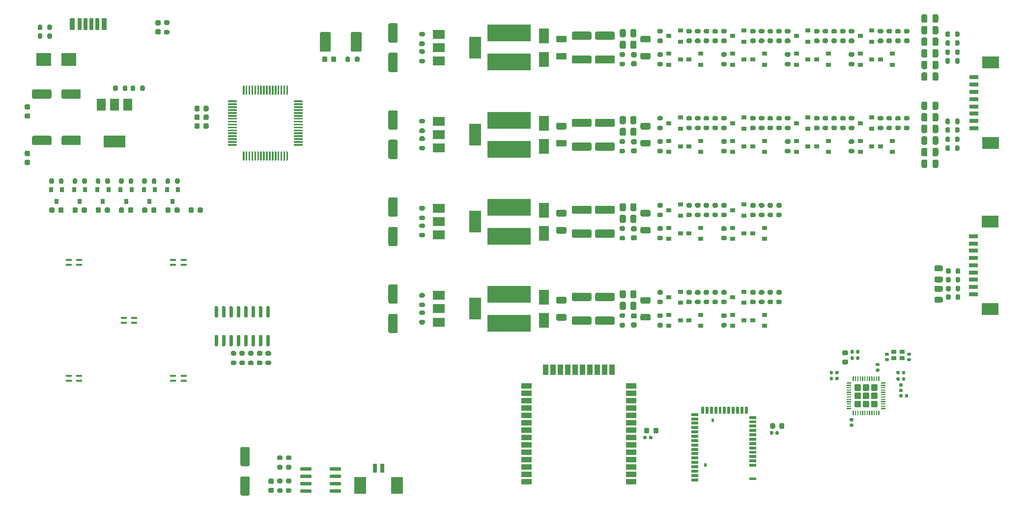
<source format=gbr>
%TF.GenerationSoftware,KiCad,Pcbnew,(5.1.10)-1*%
%TF.CreationDate,2021-12-02T19:38:37+09:00*%
%TF.ProjectId,KiCAD_Gentlman_V5.3,4b694341-445f-4476-956e-746c6d616e5f,rev?*%
%TF.SameCoordinates,Original*%
%TF.FileFunction,Paste,Top*%
%TF.FilePolarity,Positive*%
%FSLAX46Y46*%
G04 Gerber Fmt 4.6, Leading zero omitted, Abs format (unit mm)*
G04 Created by KiCad (PCBNEW (5.1.10)-1) date 2021-12-02 19:38:37*
%MOMM*%
%LPD*%
G01*
G04 APERTURE LIST*
%ADD10R,0.900000X2.000000*%
%ADD11R,0.800000X2.000000*%
%ADD12R,0.700000X2.000000*%
%ADD13C,0.100000*%
%ADD14R,1.800000X2.500000*%
%ADD15R,0.800000X1.600000*%
%ADD16R,2.100000X3.000000*%
%ADD17R,1.600000X0.800000*%
%ADD18R,3.000000X2.100000*%
%ADD19R,7.500000X3.000000*%
%ADD20R,0.800000X0.900000*%
%ADD21R,0.900000X0.800000*%
%ADD22R,1.000000X0.400000*%
%ADD23R,3.800000X2.000000*%
%ADD24R,1.500000X2.000000*%
%ADD25R,2.500000X2.300000*%
%ADD26R,2.000000X3.800000*%
%ADD27R,2.000000X1.500000*%
G04 APERTURE END LIST*
D10*
%TO.C,J4*%
X35250000Y-25950000D03*
D11*
X34020000Y-25950000D03*
D12*
X32000000Y-25950000D03*
D10*
X29750000Y-25950000D03*
D11*
X30980000Y-25950000D03*
D12*
X33000000Y-25950000D03*
%TD*%
%TO.C,U1*%
G36*
G01*
X56550000Y-39325000D02*
X56550000Y-39175000D01*
G75*
G02*
X56625000Y-39100000I75000J0D01*
G01*
X58025000Y-39100000D01*
G75*
G02*
X58100000Y-39175000I0J-75000D01*
G01*
X58100000Y-39325000D01*
G75*
G02*
X58025000Y-39400000I-75000J0D01*
G01*
X56625000Y-39400000D01*
G75*
G02*
X56550000Y-39325000I0J75000D01*
G01*
G37*
G36*
G01*
X56550000Y-39825000D02*
X56550000Y-39675000D01*
G75*
G02*
X56625000Y-39600000I75000J0D01*
G01*
X58025000Y-39600000D01*
G75*
G02*
X58100000Y-39675000I0J-75000D01*
G01*
X58100000Y-39825000D01*
G75*
G02*
X58025000Y-39900000I-75000J0D01*
G01*
X56625000Y-39900000D01*
G75*
G02*
X56550000Y-39825000I0J75000D01*
G01*
G37*
G36*
G01*
X56550000Y-40325000D02*
X56550000Y-40175000D01*
G75*
G02*
X56625000Y-40100000I75000J0D01*
G01*
X58025000Y-40100000D01*
G75*
G02*
X58100000Y-40175000I0J-75000D01*
G01*
X58100000Y-40325000D01*
G75*
G02*
X58025000Y-40400000I-75000J0D01*
G01*
X56625000Y-40400000D01*
G75*
G02*
X56550000Y-40325000I0J75000D01*
G01*
G37*
G36*
G01*
X56550000Y-40825000D02*
X56550000Y-40675000D01*
G75*
G02*
X56625000Y-40600000I75000J0D01*
G01*
X58025000Y-40600000D01*
G75*
G02*
X58100000Y-40675000I0J-75000D01*
G01*
X58100000Y-40825000D01*
G75*
G02*
X58025000Y-40900000I-75000J0D01*
G01*
X56625000Y-40900000D01*
G75*
G02*
X56550000Y-40825000I0J75000D01*
G01*
G37*
G36*
G01*
X56550000Y-41325000D02*
X56550000Y-41175000D01*
G75*
G02*
X56625000Y-41100000I75000J0D01*
G01*
X58025000Y-41100000D01*
G75*
G02*
X58100000Y-41175000I0J-75000D01*
G01*
X58100000Y-41325000D01*
G75*
G02*
X58025000Y-41400000I-75000J0D01*
G01*
X56625000Y-41400000D01*
G75*
G02*
X56550000Y-41325000I0J75000D01*
G01*
G37*
G36*
G01*
X56550000Y-41825000D02*
X56550000Y-41675000D01*
G75*
G02*
X56625000Y-41600000I75000J0D01*
G01*
X58025000Y-41600000D01*
G75*
G02*
X58100000Y-41675000I0J-75000D01*
G01*
X58100000Y-41825000D01*
G75*
G02*
X58025000Y-41900000I-75000J0D01*
G01*
X56625000Y-41900000D01*
G75*
G02*
X56550000Y-41825000I0J75000D01*
G01*
G37*
G36*
G01*
X56550000Y-42325000D02*
X56550000Y-42175000D01*
G75*
G02*
X56625000Y-42100000I75000J0D01*
G01*
X58025000Y-42100000D01*
G75*
G02*
X58100000Y-42175000I0J-75000D01*
G01*
X58100000Y-42325000D01*
G75*
G02*
X58025000Y-42400000I-75000J0D01*
G01*
X56625000Y-42400000D01*
G75*
G02*
X56550000Y-42325000I0J75000D01*
G01*
G37*
G36*
G01*
X56550000Y-42825000D02*
X56550000Y-42675000D01*
G75*
G02*
X56625000Y-42600000I75000J0D01*
G01*
X58025000Y-42600000D01*
G75*
G02*
X58100000Y-42675000I0J-75000D01*
G01*
X58100000Y-42825000D01*
G75*
G02*
X58025000Y-42900000I-75000J0D01*
G01*
X56625000Y-42900000D01*
G75*
G02*
X56550000Y-42825000I0J75000D01*
G01*
G37*
G36*
G01*
X56550000Y-43325000D02*
X56550000Y-43175000D01*
G75*
G02*
X56625000Y-43100000I75000J0D01*
G01*
X58025000Y-43100000D01*
G75*
G02*
X58100000Y-43175000I0J-75000D01*
G01*
X58100000Y-43325000D01*
G75*
G02*
X58025000Y-43400000I-75000J0D01*
G01*
X56625000Y-43400000D01*
G75*
G02*
X56550000Y-43325000I0J75000D01*
G01*
G37*
G36*
G01*
X56550000Y-43825000D02*
X56550000Y-43675000D01*
G75*
G02*
X56625000Y-43600000I75000J0D01*
G01*
X58025000Y-43600000D01*
G75*
G02*
X58100000Y-43675000I0J-75000D01*
G01*
X58100000Y-43825000D01*
G75*
G02*
X58025000Y-43900000I-75000J0D01*
G01*
X56625000Y-43900000D01*
G75*
G02*
X56550000Y-43825000I0J75000D01*
G01*
G37*
G36*
G01*
X56550000Y-44325000D02*
X56550000Y-44175000D01*
G75*
G02*
X56625000Y-44100000I75000J0D01*
G01*
X58025000Y-44100000D01*
G75*
G02*
X58100000Y-44175000I0J-75000D01*
G01*
X58100000Y-44325000D01*
G75*
G02*
X58025000Y-44400000I-75000J0D01*
G01*
X56625000Y-44400000D01*
G75*
G02*
X56550000Y-44325000I0J75000D01*
G01*
G37*
G36*
G01*
X56550000Y-44825000D02*
X56550000Y-44675000D01*
G75*
G02*
X56625000Y-44600000I75000J0D01*
G01*
X58025000Y-44600000D01*
G75*
G02*
X58100000Y-44675000I0J-75000D01*
G01*
X58100000Y-44825000D01*
G75*
G02*
X58025000Y-44900000I-75000J0D01*
G01*
X56625000Y-44900000D01*
G75*
G02*
X56550000Y-44825000I0J75000D01*
G01*
G37*
G36*
G01*
X56550000Y-45325000D02*
X56550000Y-45175000D01*
G75*
G02*
X56625000Y-45100000I75000J0D01*
G01*
X58025000Y-45100000D01*
G75*
G02*
X58100000Y-45175000I0J-75000D01*
G01*
X58100000Y-45325000D01*
G75*
G02*
X58025000Y-45400000I-75000J0D01*
G01*
X56625000Y-45400000D01*
G75*
G02*
X56550000Y-45325000I0J75000D01*
G01*
G37*
G36*
G01*
X56550000Y-45825000D02*
X56550000Y-45675000D01*
G75*
G02*
X56625000Y-45600000I75000J0D01*
G01*
X58025000Y-45600000D01*
G75*
G02*
X58100000Y-45675000I0J-75000D01*
G01*
X58100000Y-45825000D01*
G75*
G02*
X58025000Y-45900000I-75000J0D01*
G01*
X56625000Y-45900000D01*
G75*
G02*
X56550000Y-45825000I0J75000D01*
G01*
G37*
G36*
G01*
X56550000Y-46325000D02*
X56550000Y-46175000D01*
G75*
G02*
X56625000Y-46100000I75000J0D01*
G01*
X58025000Y-46100000D01*
G75*
G02*
X58100000Y-46175000I0J-75000D01*
G01*
X58100000Y-46325000D01*
G75*
G02*
X58025000Y-46400000I-75000J0D01*
G01*
X56625000Y-46400000D01*
G75*
G02*
X56550000Y-46325000I0J75000D01*
G01*
G37*
G36*
G01*
X56550000Y-46825000D02*
X56550000Y-46675000D01*
G75*
G02*
X56625000Y-46600000I75000J0D01*
G01*
X58025000Y-46600000D01*
G75*
G02*
X58100000Y-46675000I0J-75000D01*
G01*
X58100000Y-46825000D01*
G75*
G02*
X58025000Y-46900000I-75000J0D01*
G01*
X56625000Y-46900000D01*
G75*
G02*
X56550000Y-46825000I0J75000D01*
G01*
G37*
G36*
G01*
X59100000Y-49375000D02*
X59100000Y-47975000D01*
G75*
G02*
X59175000Y-47900000I75000J0D01*
G01*
X59325000Y-47900000D01*
G75*
G02*
X59400000Y-47975000I0J-75000D01*
G01*
X59400000Y-49375000D01*
G75*
G02*
X59325000Y-49450000I-75000J0D01*
G01*
X59175000Y-49450000D01*
G75*
G02*
X59100000Y-49375000I0J75000D01*
G01*
G37*
G36*
G01*
X59600000Y-49375000D02*
X59600000Y-47975000D01*
G75*
G02*
X59675000Y-47900000I75000J0D01*
G01*
X59825000Y-47900000D01*
G75*
G02*
X59900000Y-47975000I0J-75000D01*
G01*
X59900000Y-49375000D01*
G75*
G02*
X59825000Y-49450000I-75000J0D01*
G01*
X59675000Y-49450000D01*
G75*
G02*
X59600000Y-49375000I0J75000D01*
G01*
G37*
G36*
G01*
X60100000Y-49375000D02*
X60100000Y-47975000D01*
G75*
G02*
X60175000Y-47900000I75000J0D01*
G01*
X60325000Y-47900000D01*
G75*
G02*
X60400000Y-47975000I0J-75000D01*
G01*
X60400000Y-49375000D01*
G75*
G02*
X60325000Y-49450000I-75000J0D01*
G01*
X60175000Y-49450000D01*
G75*
G02*
X60100000Y-49375000I0J75000D01*
G01*
G37*
G36*
G01*
X60600000Y-49375000D02*
X60600000Y-47975000D01*
G75*
G02*
X60675000Y-47900000I75000J0D01*
G01*
X60825000Y-47900000D01*
G75*
G02*
X60900000Y-47975000I0J-75000D01*
G01*
X60900000Y-49375000D01*
G75*
G02*
X60825000Y-49450000I-75000J0D01*
G01*
X60675000Y-49450000D01*
G75*
G02*
X60600000Y-49375000I0J75000D01*
G01*
G37*
G36*
G01*
X61100000Y-49375000D02*
X61100000Y-47975000D01*
G75*
G02*
X61175000Y-47900000I75000J0D01*
G01*
X61325000Y-47900000D01*
G75*
G02*
X61400000Y-47975000I0J-75000D01*
G01*
X61400000Y-49375000D01*
G75*
G02*
X61325000Y-49450000I-75000J0D01*
G01*
X61175000Y-49450000D01*
G75*
G02*
X61100000Y-49375000I0J75000D01*
G01*
G37*
G36*
G01*
X61600000Y-49375000D02*
X61600000Y-47975000D01*
G75*
G02*
X61675000Y-47900000I75000J0D01*
G01*
X61825000Y-47900000D01*
G75*
G02*
X61900000Y-47975000I0J-75000D01*
G01*
X61900000Y-49375000D01*
G75*
G02*
X61825000Y-49450000I-75000J0D01*
G01*
X61675000Y-49450000D01*
G75*
G02*
X61600000Y-49375000I0J75000D01*
G01*
G37*
G36*
G01*
X62100000Y-49375000D02*
X62100000Y-47975000D01*
G75*
G02*
X62175000Y-47900000I75000J0D01*
G01*
X62325000Y-47900000D01*
G75*
G02*
X62400000Y-47975000I0J-75000D01*
G01*
X62400000Y-49375000D01*
G75*
G02*
X62325000Y-49450000I-75000J0D01*
G01*
X62175000Y-49450000D01*
G75*
G02*
X62100000Y-49375000I0J75000D01*
G01*
G37*
G36*
G01*
X62600000Y-49375000D02*
X62600000Y-47975000D01*
G75*
G02*
X62675000Y-47900000I75000J0D01*
G01*
X62825000Y-47900000D01*
G75*
G02*
X62900000Y-47975000I0J-75000D01*
G01*
X62900000Y-49375000D01*
G75*
G02*
X62825000Y-49450000I-75000J0D01*
G01*
X62675000Y-49450000D01*
G75*
G02*
X62600000Y-49375000I0J75000D01*
G01*
G37*
G36*
G01*
X63100000Y-49375000D02*
X63100000Y-47975000D01*
G75*
G02*
X63175000Y-47900000I75000J0D01*
G01*
X63325000Y-47900000D01*
G75*
G02*
X63400000Y-47975000I0J-75000D01*
G01*
X63400000Y-49375000D01*
G75*
G02*
X63325000Y-49450000I-75000J0D01*
G01*
X63175000Y-49450000D01*
G75*
G02*
X63100000Y-49375000I0J75000D01*
G01*
G37*
G36*
G01*
X63600000Y-49375000D02*
X63600000Y-47975000D01*
G75*
G02*
X63675000Y-47900000I75000J0D01*
G01*
X63825000Y-47900000D01*
G75*
G02*
X63900000Y-47975000I0J-75000D01*
G01*
X63900000Y-49375000D01*
G75*
G02*
X63825000Y-49450000I-75000J0D01*
G01*
X63675000Y-49450000D01*
G75*
G02*
X63600000Y-49375000I0J75000D01*
G01*
G37*
G36*
G01*
X64100000Y-49375000D02*
X64100000Y-47975000D01*
G75*
G02*
X64175000Y-47900000I75000J0D01*
G01*
X64325000Y-47900000D01*
G75*
G02*
X64400000Y-47975000I0J-75000D01*
G01*
X64400000Y-49375000D01*
G75*
G02*
X64325000Y-49450000I-75000J0D01*
G01*
X64175000Y-49450000D01*
G75*
G02*
X64100000Y-49375000I0J75000D01*
G01*
G37*
G36*
G01*
X64600000Y-49375000D02*
X64600000Y-47975000D01*
G75*
G02*
X64675000Y-47900000I75000J0D01*
G01*
X64825000Y-47900000D01*
G75*
G02*
X64900000Y-47975000I0J-75000D01*
G01*
X64900000Y-49375000D01*
G75*
G02*
X64825000Y-49450000I-75000J0D01*
G01*
X64675000Y-49450000D01*
G75*
G02*
X64600000Y-49375000I0J75000D01*
G01*
G37*
G36*
G01*
X65100000Y-49375000D02*
X65100000Y-47975000D01*
G75*
G02*
X65175000Y-47900000I75000J0D01*
G01*
X65325000Y-47900000D01*
G75*
G02*
X65400000Y-47975000I0J-75000D01*
G01*
X65400000Y-49375000D01*
G75*
G02*
X65325000Y-49450000I-75000J0D01*
G01*
X65175000Y-49450000D01*
G75*
G02*
X65100000Y-49375000I0J75000D01*
G01*
G37*
G36*
G01*
X65600000Y-49375000D02*
X65600000Y-47975000D01*
G75*
G02*
X65675000Y-47900000I75000J0D01*
G01*
X65825000Y-47900000D01*
G75*
G02*
X65900000Y-47975000I0J-75000D01*
G01*
X65900000Y-49375000D01*
G75*
G02*
X65825000Y-49450000I-75000J0D01*
G01*
X65675000Y-49450000D01*
G75*
G02*
X65600000Y-49375000I0J75000D01*
G01*
G37*
G36*
G01*
X66100000Y-49375000D02*
X66100000Y-47975000D01*
G75*
G02*
X66175000Y-47900000I75000J0D01*
G01*
X66325000Y-47900000D01*
G75*
G02*
X66400000Y-47975000I0J-75000D01*
G01*
X66400000Y-49375000D01*
G75*
G02*
X66325000Y-49450000I-75000J0D01*
G01*
X66175000Y-49450000D01*
G75*
G02*
X66100000Y-49375000I0J75000D01*
G01*
G37*
G36*
G01*
X66600000Y-49375000D02*
X66600000Y-47975000D01*
G75*
G02*
X66675000Y-47900000I75000J0D01*
G01*
X66825000Y-47900000D01*
G75*
G02*
X66900000Y-47975000I0J-75000D01*
G01*
X66900000Y-49375000D01*
G75*
G02*
X66825000Y-49450000I-75000J0D01*
G01*
X66675000Y-49450000D01*
G75*
G02*
X66600000Y-49375000I0J75000D01*
G01*
G37*
G36*
G01*
X67900000Y-46825000D02*
X67900000Y-46675000D01*
G75*
G02*
X67975000Y-46600000I75000J0D01*
G01*
X69375000Y-46600000D01*
G75*
G02*
X69450000Y-46675000I0J-75000D01*
G01*
X69450000Y-46825000D01*
G75*
G02*
X69375000Y-46900000I-75000J0D01*
G01*
X67975000Y-46900000D01*
G75*
G02*
X67900000Y-46825000I0J75000D01*
G01*
G37*
G36*
G01*
X67900000Y-46325000D02*
X67900000Y-46175000D01*
G75*
G02*
X67975000Y-46100000I75000J0D01*
G01*
X69375000Y-46100000D01*
G75*
G02*
X69450000Y-46175000I0J-75000D01*
G01*
X69450000Y-46325000D01*
G75*
G02*
X69375000Y-46400000I-75000J0D01*
G01*
X67975000Y-46400000D01*
G75*
G02*
X67900000Y-46325000I0J75000D01*
G01*
G37*
G36*
G01*
X67900000Y-45825000D02*
X67900000Y-45675000D01*
G75*
G02*
X67975000Y-45600000I75000J0D01*
G01*
X69375000Y-45600000D01*
G75*
G02*
X69450000Y-45675000I0J-75000D01*
G01*
X69450000Y-45825000D01*
G75*
G02*
X69375000Y-45900000I-75000J0D01*
G01*
X67975000Y-45900000D01*
G75*
G02*
X67900000Y-45825000I0J75000D01*
G01*
G37*
G36*
G01*
X67900000Y-45325000D02*
X67900000Y-45175000D01*
G75*
G02*
X67975000Y-45100000I75000J0D01*
G01*
X69375000Y-45100000D01*
G75*
G02*
X69450000Y-45175000I0J-75000D01*
G01*
X69450000Y-45325000D01*
G75*
G02*
X69375000Y-45400000I-75000J0D01*
G01*
X67975000Y-45400000D01*
G75*
G02*
X67900000Y-45325000I0J75000D01*
G01*
G37*
G36*
G01*
X67900000Y-44825000D02*
X67900000Y-44675000D01*
G75*
G02*
X67975000Y-44600000I75000J0D01*
G01*
X69375000Y-44600000D01*
G75*
G02*
X69450000Y-44675000I0J-75000D01*
G01*
X69450000Y-44825000D01*
G75*
G02*
X69375000Y-44900000I-75000J0D01*
G01*
X67975000Y-44900000D01*
G75*
G02*
X67900000Y-44825000I0J75000D01*
G01*
G37*
G36*
G01*
X67900000Y-44325000D02*
X67900000Y-44175000D01*
G75*
G02*
X67975000Y-44100000I75000J0D01*
G01*
X69375000Y-44100000D01*
G75*
G02*
X69450000Y-44175000I0J-75000D01*
G01*
X69450000Y-44325000D01*
G75*
G02*
X69375000Y-44400000I-75000J0D01*
G01*
X67975000Y-44400000D01*
G75*
G02*
X67900000Y-44325000I0J75000D01*
G01*
G37*
G36*
G01*
X67900000Y-43825000D02*
X67900000Y-43675000D01*
G75*
G02*
X67975000Y-43600000I75000J0D01*
G01*
X69375000Y-43600000D01*
G75*
G02*
X69450000Y-43675000I0J-75000D01*
G01*
X69450000Y-43825000D01*
G75*
G02*
X69375000Y-43900000I-75000J0D01*
G01*
X67975000Y-43900000D01*
G75*
G02*
X67900000Y-43825000I0J75000D01*
G01*
G37*
G36*
G01*
X67900000Y-43325000D02*
X67900000Y-43175000D01*
G75*
G02*
X67975000Y-43100000I75000J0D01*
G01*
X69375000Y-43100000D01*
G75*
G02*
X69450000Y-43175000I0J-75000D01*
G01*
X69450000Y-43325000D01*
G75*
G02*
X69375000Y-43400000I-75000J0D01*
G01*
X67975000Y-43400000D01*
G75*
G02*
X67900000Y-43325000I0J75000D01*
G01*
G37*
G36*
G01*
X67900000Y-42825000D02*
X67900000Y-42675000D01*
G75*
G02*
X67975000Y-42600000I75000J0D01*
G01*
X69375000Y-42600000D01*
G75*
G02*
X69450000Y-42675000I0J-75000D01*
G01*
X69450000Y-42825000D01*
G75*
G02*
X69375000Y-42900000I-75000J0D01*
G01*
X67975000Y-42900000D01*
G75*
G02*
X67900000Y-42825000I0J75000D01*
G01*
G37*
G36*
G01*
X67900000Y-42325000D02*
X67900000Y-42175000D01*
G75*
G02*
X67975000Y-42100000I75000J0D01*
G01*
X69375000Y-42100000D01*
G75*
G02*
X69450000Y-42175000I0J-75000D01*
G01*
X69450000Y-42325000D01*
G75*
G02*
X69375000Y-42400000I-75000J0D01*
G01*
X67975000Y-42400000D01*
G75*
G02*
X67900000Y-42325000I0J75000D01*
G01*
G37*
G36*
G01*
X67900000Y-41825000D02*
X67900000Y-41675000D01*
G75*
G02*
X67975000Y-41600000I75000J0D01*
G01*
X69375000Y-41600000D01*
G75*
G02*
X69450000Y-41675000I0J-75000D01*
G01*
X69450000Y-41825000D01*
G75*
G02*
X69375000Y-41900000I-75000J0D01*
G01*
X67975000Y-41900000D01*
G75*
G02*
X67900000Y-41825000I0J75000D01*
G01*
G37*
G36*
G01*
X67900000Y-41325000D02*
X67900000Y-41175000D01*
G75*
G02*
X67975000Y-41100000I75000J0D01*
G01*
X69375000Y-41100000D01*
G75*
G02*
X69450000Y-41175000I0J-75000D01*
G01*
X69450000Y-41325000D01*
G75*
G02*
X69375000Y-41400000I-75000J0D01*
G01*
X67975000Y-41400000D01*
G75*
G02*
X67900000Y-41325000I0J75000D01*
G01*
G37*
G36*
G01*
X67900000Y-40825000D02*
X67900000Y-40675000D01*
G75*
G02*
X67975000Y-40600000I75000J0D01*
G01*
X69375000Y-40600000D01*
G75*
G02*
X69450000Y-40675000I0J-75000D01*
G01*
X69450000Y-40825000D01*
G75*
G02*
X69375000Y-40900000I-75000J0D01*
G01*
X67975000Y-40900000D01*
G75*
G02*
X67900000Y-40825000I0J75000D01*
G01*
G37*
G36*
G01*
X67900000Y-40325000D02*
X67900000Y-40175000D01*
G75*
G02*
X67975000Y-40100000I75000J0D01*
G01*
X69375000Y-40100000D01*
G75*
G02*
X69450000Y-40175000I0J-75000D01*
G01*
X69450000Y-40325000D01*
G75*
G02*
X69375000Y-40400000I-75000J0D01*
G01*
X67975000Y-40400000D01*
G75*
G02*
X67900000Y-40325000I0J75000D01*
G01*
G37*
G36*
G01*
X67900000Y-39825000D02*
X67900000Y-39675000D01*
G75*
G02*
X67975000Y-39600000I75000J0D01*
G01*
X69375000Y-39600000D01*
G75*
G02*
X69450000Y-39675000I0J-75000D01*
G01*
X69450000Y-39825000D01*
G75*
G02*
X69375000Y-39900000I-75000J0D01*
G01*
X67975000Y-39900000D01*
G75*
G02*
X67900000Y-39825000I0J75000D01*
G01*
G37*
G36*
G01*
X67900000Y-39325000D02*
X67900000Y-39175000D01*
G75*
G02*
X67975000Y-39100000I75000J0D01*
G01*
X69375000Y-39100000D01*
G75*
G02*
X69450000Y-39175000I0J-75000D01*
G01*
X69450000Y-39325000D01*
G75*
G02*
X69375000Y-39400000I-75000J0D01*
G01*
X67975000Y-39400000D01*
G75*
G02*
X67900000Y-39325000I0J75000D01*
G01*
G37*
G36*
G01*
X66600000Y-38025000D02*
X66600000Y-36625000D01*
G75*
G02*
X66675000Y-36550000I75000J0D01*
G01*
X66825000Y-36550000D01*
G75*
G02*
X66900000Y-36625000I0J-75000D01*
G01*
X66900000Y-38025000D01*
G75*
G02*
X66825000Y-38100000I-75000J0D01*
G01*
X66675000Y-38100000D01*
G75*
G02*
X66600000Y-38025000I0J75000D01*
G01*
G37*
G36*
G01*
X66100000Y-38025000D02*
X66100000Y-36625000D01*
G75*
G02*
X66175000Y-36550000I75000J0D01*
G01*
X66325000Y-36550000D01*
G75*
G02*
X66400000Y-36625000I0J-75000D01*
G01*
X66400000Y-38025000D01*
G75*
G02*
X66325000Y-38100000I-75000J0D01*
G01*
X66175000Y-38100000D01*
G75*
G02*
X66100000Y-38025000I0J75000D01*
G01*
G37*
G36*
G01*
X65600000Y-38025000D02*
X65600000Y-36625000D01*
G75*
G02*
X65675000Y-36550000I75000J0D01*
G01*
X65825000Y-36550000D01*
G75*
G02*
X65900000Y-36625000I0J-75000D01*
G01*
X65900000Y-38025000D01*
G75*
G02*
X65825000Y-38100000I-75000J0D01*
G01*
X65675000Y-38100000D01*
G75*
G02*
X65600000Y-38025000I0J75000D01*
G01*
G37*
G36*
G01*
X65100000Y-38025000D02*
X65100000Y-36625000D01*
G75*
G02*
X65175000Y-36550000I75000J0D01*
G01*
X65325000Y-36550000D01*
G75*
G02*
X65400000Y-36625000I0J-75000D01*
G01*
X65400000Y-38025000D01*
G75*
G02*
X65325000Y-38100000I-75000J0D01*
G01*
X65175000Y-38100000D01*
G75*
G02*
X65100000Y-38025000I0J75000D01*
G01*
G37*
G36*
G01*
X64600000Y-38025000D02*
X64600000Y-36625000D01*
G75*
G02*
X64675000Y-36550000I75000J0D01*
G01*
X64825000Y-36550000D01*
G75*
G02*
X64900000Y-36625000I0J-75000D01*
G01*
X64900000Y-38025000D01*
G75*
G02*
X64825000Y-38100000I-75000J0D01*
G01*
X64675000Y-38100000D01*
G75*
G02*
X64600000Y-38025000I0J75000D01*
G01*
G37*
G36*
G01*
X64100000Y-38025000D02*
X64100000Y-36625000D01*
G75*
G02*
X64175000Y-36550000I75000J0D01*
G01*
X64325000Y-36550000D01*
G75*
G02*
X64400000Y-36625000I0J-75000D01*
G01*
X64400000Y-38025000D01*
G75*
G02*
X64325000Y-38100000I-75000J0D01*
G01*
X64175000Y-38100000D01*
G75*
G02*
X64100000Y-38025000I0J75000D01*
G01*
G37*
G36*
G01*
X63600000Y-38025000D02*
X63600000Y-36625000D01*
G75*
G02*
X63675000Y-36550000I75000J0D01*
G01*
X63825000Y-36550000D01*
G75*
G02*
X63900000Y-36625000I0J-75000D01*
G01*
X63900000Y-38025000D01*
G75*
G02*
X63825000Y-38100000I-75000J0D01*
G01*
X63675000Y-38100000D01*
G75*
G02*
X63600000Y-38025000I0J75000D01*
G01*
G37*
G36*
G01*
X63100000Y-38025000D02*
X63100000Y-36625000D01*
G75*
G02*
X63175000Y-36550000I75000J0D01*
G01*
X63325000Y-36550000D01*
G75*
G02*
X63400000Y-36625000I0J-75000D01*
G01*
X63400000Y-38025000D01*
G75*
G02*
X63325000Y-38100000I-75000J0D01*
G01*
X63175000Y-38100000D01*
G75*
G02*
X63100000Y-38025000I0J75000D01*
G01*
G37*
G36*
G01*
X62600000Y-38025000D02*
X62600000Y-36625000D01*
G75*
G02*
X62675000Y-36550000I75000J0D01*
G01*
X62825000Y-36550000D01*
G75*
G02*
X62900000Y-36625000I0J-75000D01*
G01*
X62900000Y-38025000D01*
G75*
G02*
X62825000Y-38100000I-75000J0D01*
G01*
X62675000Y-38100000D01*
G75*
G02*
X62600000Y-38025000I0J75000D01*
G01*
G37*
G36*
G01*
X62100000Y-38025000D02*
X62100000Y-36625000D01*
G75*
G02*
X62175000Y-36550000I75000J0D01*
G01*
X62325000Y-36550000D01*
G75*
G02*
X62400000Y-36625000I0J-75000D01*
G01*
X62400000Y-38025000D01*
G75*
G02*
X62325000Y-38100000I-75000J0D01*
G01*
X62175000Y-38100000D01*
G75*
G02*
X62100000Y-38025000I0J75000D01*
G01*
G37*
G36*
G01*
X61600000Y-38025000D02*
X61600000Y-36625000D01*
G75*
G02*
X61675000Y-36550000I75000J0D01*
G01*
X61825000Y-36550000D01*
G75*
G02*
X61900000Y-36625000I0J-75000D01*
G01*
X61900000Y-38025000D01*
G75*
G02*
X61825000Y-38100000I-75000J0D01*
G01*
X61675000Y-38100000D01*
G75*
G02*
X61600000Y-38025000I0J75000D01*
G01*
G37*
G36*
G01*
X61100000Y-38025000D02*
X61100000Y-36625000D01*
G75*
G02*
X61175000Y-36550000I75000J0D01*
G01*
X61325000Y-36550000D01*
G75*
G02*
X61400000Y-36625000I0J-75000D01*
G01*
X61400000Y-38025000D01*
G75*
G02*
X61325000Y-38100000I-75000J0D01*
G01*
X61175000Y-38100000D01*
G75*
G02*
X61100000Y-38025000I0J75000D01*
G01*
G37*
G36*
G01*
X60600000Y-38025000D02*
X60600000Y-36625000D01*
G75*
G02*
X60675000Y-36550000I75000J0D01*
G01*
X60825000Y-36550000D01*
G75*
G02*
X60900000Y-36625000I0J-75000D01*
G01*
X60900000Y-38025000D01*
G75*
G02*
X60825000Y-38100000I-75000J0D01*
G01*
X60675000Y-38100000D01*
G75*
G02*
X60600000Y-38025000I0J75000D01*
G01*
G37*
G36*
G01*
X60100000Y-38025000D02*
X60100000Y-36625000D01*
G75*
G02*
X60175000Y-36550000I75000J0D01*
G01*
X60325000Y-36550000D01*
G75*
G02*
X60400000Y-36625000I0J-75000D01*
G01*
X60400000Y-38025000D01*
G75*
G02*
X60325000Y-38100000I-75000J0D01*
G01*
X60175000Y-38100000D01*
G75*
G02*
X60100000Y-38025000I0J75000D01*
G01*
G37*
G36*
G01*
X59600000Y-38025000D02*
X59600000Y-36625000D01*
G75*
G02*
X59675000Y-36550000I75000J0D01*
G01*
X59825000Y-36550000D01*
G75*
G02*
X59900000Y-36625000I0J-75000D01*
G01*
X59900000Y-38025000D01*
G75*
G02*
X59825000Y-38100000I-75000J0D01*
G01*
X59675000Y-38100000D01*
G75*
G02*
X59600000Y-38025000I0J75000D01*
G01*
G37*
G36*
G01*
X59100000Y-38025000D02*
X59100000Y-36625000D01*
G75*
G02*
X59175000Y-36550000I75000J0D01*
G01*
X59325000Y-36550000D01*
G75*
G02*
X59400000Y-36625000I0J-75000D01*
G01*
X59400000Y-38025000D01*
G75*
G02*
X59325000Y-38100000I-75000J0D01*
G01*
X59175000Y-38100000D01*
G75*
G02*
X59100000Y-38025000I0J75000D01*
G01*
G37*
%TD*%
D13*
%TO.C,U9*%
G36*
X139900000Y-93950000D02*
G01*
X140300000Y-93950000D01*
X140300000Y-94550000D01*
X139900000Y-94550000D01*
X139900000Y-93950000D01*
G37*
G36*
X138600000Y-101650000D02*
G01*
X139000000Y-101650000D01*
X139000000Y-102250000D01*
X138600000Y-102250000D01*
X138600000Y-101650000D01*
G37*
G36*
X137600000Y-104225000D02*
G01*
X137600000Y-104725000D01*
X136400000Y-104725000D01*
X136400000Y-104225000D01*
X137600000Y-104225000D01*
G37*
G36*
X137600000Y-103475000D02*
G01*
X137600000Y-103975000D01*
X136400000Y-103975000D01*
X136400000Y-103475000D01*
X137600000Y-103475000D01*
G37*
G36*
X137600000Y-102725000D02*
G01*
X137600000Y-103225000D01*
X136400000Y-103225000D01*
X136400000Y-102725000D01*
X137600000Y-102725000D01*
G37*
G36*
X137600000Y-101975000D02*
G01*
X137600000Y-102475000D01*
X136400000Y-102475000D01*
X136400000Y-101975000D01*
X137600000Y-101975000D01*
G37*
G36*
X137600000Y-101225000D02*
G01*
X137600000Y-101725000D01*
X136400000Y-101725000D01*
X136400000Y-101225000D01*
X137600000Y-101225000D01*
G37*
G36*
X137600000Y-100475000D02*
G01*
X137600000Y-100975000D01*
X136400000Y-100975000D01*
X136400000Y-100475000D01*
X137600000Y-100475000D01*
G37*
G36*
X137600000Y-99725000D02*
G01*
X137600000Y-100225000D01*
X136400000Y-100225000D01*
X136400000Y-99725000D01*
X137600000Y-99725000D01*
G37*
G36*
X137600000Y-98975000D02*
G01*
X137600000Y-99475000D01*
X136400000Y-99475000D01*
X136400000Y-98975000D01*
X137600000Y-98975000D01*
G37*
G36*
X137600000Y-98225000D02*
G01*
X137600000Y-98725000D01*
X136400000Y-98725000D01*
X136400000Y-98225000D01*
X137600000Y-98225000D01*
G37*
G36*
X137600000Y-97475000D02*
G01*
X137600000Y-97975000D01*
X136400000Y-97975000D01*
X136400000Y-97475000D01*
X137600000Y-97475000D01*
G37*
G36*
X137600000Y-96725000D02*
G01*
X137600000Y-97225000D01*
X136400000Y-97225000D01*
X136400000Y-96725000D01*
X137600000Y-96725000D01*
G37*
G36*
X137600000Y-95975000D02*
G01*
X137600000Y-96475000D01*
X136400000Y-96475000D01*
X136400000Y-95975000D01*
X137600000Y-95975000D01*
G37*
G36*
X137600000Y-95225000D02*
G01*
X137600000Y-95725000D01*
X136400000Y-95725000D01*
X136400000Y-95225000D01*
X137600000Y-95225000D01*
G37*
G36*
X137600000Y-94475000D02*
G01*
X137600000Y-94975000D01*
X136400000Y-94975000D01*
X136400000Y-94475000D01*
X137600000Y-94475000D01*
G37*
G36*
X137600000Y-93725000D02*
G01*
X137600000Y-94225000D01*
X136400000Y-94225000D01*
X136400000Y-93725000D01*
X137600000Y-93725000D01*
G37*
G36*
X137600000Y-92975000D02*
G01*
X137600000Y-93475000D01*
X136400000Y-93475000D01*
X136400000Y-92975000D01*
X137600000Y-92975000D01*
G37*
G36*
X138100000Y-91900000D02*
G01*
X138600000Y-91900000D01*
X138600000Y-93100000D01*
X138100000Y-93100000D01*
X138100000Y-91900000D01*
G37*
G36*
X138850000Y-91900000D02*
G01*
X139350000Y-91900000D01*
X139350000Y-93100000D01*
X138850000Y-93100000D01*
X138850000Y-91900000D01*
G37*
G36*
X139600000Y-91900000D02*
G01*
X140100000Y-91900000D01*
X140100000Y-93100000D01*
X139600000Y-93100000D01*
X139600000Y-91900000D01*
G37*
G36*
X140350000Y-91900000D02*
G01*
X140850000Y-91900000D01*
X140850000Y-93100000D01*
X140350000Y-93100000D01*
X140350000Y-91900000D01*
G37*
G36*
X141100000Y-91900000D02*
G01*
X141600000Y-91900000D01*
X141600000Y-93100000D01*
X141100000Y-93100000D01*
X141100000Y-91900000D01*
G37*
G36*
X141850000Y-91900000D02*
G01*
X142350000Y-91900000D01*
X142350000Y-93100000D01*
X141850000Y-93100000D01*
X141850000Y-91900000D01*
G37*
G36*
X142600000Y-91900000D02*
G01*
X143100000Y-91900000D01*
X143100000Y-93100000D01*
X142600000Y-93100000D01*
X142600000Y-91900000D01*
G37*
G36*
X143350000Y-91900000D02*
G01*
X143850000Y-91900000D01*
X143850000Y-93100000D01*
X143350000Y-93100000D01*
X143350000Y-91900000D01*
G37*
G36*
X144100000Y-91900000D02*
G01*
X144600000Y-91900000D01*
X144600000Y-93100000D01*
X144100000Y-93100000D01*
X144100000Y-91900000D01*
G37*
G36*
X144850000Y-91900000D02*
G01*
X145350000Y-91900000D01*
X145350000Y-93100000D01*
X144850000Y-93100000D01*
X144850000Y-91900000D01*
G37*
G36*
X147600000Y-93475000D02*
G01*
X147600000Y-93975000D01*
X146400000Y-93975000D01*
X146400000Y-93475000D01*
X147600000Y-93475000D01*
G37*
G36*
X147600000Y-94225000D02*
G01*
X147600000Y-94725000D01*
X146400000Y-94725000D01*
X146400000Y-94225000D01*
X147600000Y-94225000D01*
G37*
G36*
X147600000Y-94975000D02*
G01*
X147600000Y-95475000D01*
X146400000Y-95475000D01*
X146400000Y-94975000D01*
X147600000Y-94975000D01*
G37*
G36*
X147600000Y-95725000D02*
G01*
X147600000Y-96225000D01*
X146400000Y-96225000D01*
X146400000Y-95725000D01*
X147600000Y-95725000D01*
G37*
G36*
X147600000Y-96475000D02*
G01*
X147600000Y-96975000D01*
X146400000Y-96975000D01*
X146400000Y-96475000D01*
X147600000Y-96475000D01*
G37*
G36*
X147600000Y-97225000D02*
G01*
X147600000Y-97725000D01*
X146400000Y-97725000D01*
X146400000Y-97225000D01*
X147600000Y-97225000D01*
G37*
G36*
X147600000Y-97975000D02*
G01*
X147600000Y-98475000D01*
X146400000Y-98475000D01*
X146400000Y-97975000D01*
X147600000Y-97975000D01*
G37*
G36*
X147600000Y-98725000D02*
G01*
X147600000Y-99225000D01*
X146400000Y-99225000D01*
X146400000Y-98725000D01*
X147600000Y-98725000D01*
G37*
G36*
X147600000Y-99475000D02*
G01*
X147600000Y-99975000D01*
X146400000Y-99975000D01*
X146400000Y-99475000D01*
X147600000Y-99475000D01*
G37*
G36*
X147600000Y-100225000D02*
G01*
X147600000Y-100725000D01*
X146400000Y-100725000D01*
X146400000Y-100225000D01*
X147600000Y-100225000D01*
G37*
G36*
X147600000Y-100975000D02*
G01*
X147600000Y-101475000D01*
X146400000Y-101475000D01*
X146400000Y-100975000D01*
X147600000Y-100975000D01*
G37*
G36*
X145600000Y-91900000D02*
G01*
X146100000Y-91900000D01*
X146100000Y-93100000D01*
X145600000Y-93100000D01*
X145600000Y-91900000D01*
G37*
G36*
X147600000Y-101725000D02*
G01*
X147600000Y-102225000D01*
X146400000Y-102225000D01*
X146400000Y-101725000D01*
X147600000Y-101725000D01*
G37*
G36*
X147600000Y-104050000D02*
G01*
X147600000Y-104550000D01*
X146400000Y-104550000D01*
X146400000Y-104050000D01*
X147600000Y-104050000D01*
G37*
%TD*%
%TO.C,L11*%
G36*
G01*
X149920000Y-96572500D02*
X149920000Y-96227500D01*
G75*
G02*
X150067500Y-96080000I147500J0D01*
G01*
X150362500Y-96080000D01*
G75*
G02*
X150510000Y-96227500I0J-147500D01*
G01*
X150510000Y-96572500D01*
G75*
G02*
X150362500Y-96720000I-147500J0D01*
G01*
X150067500Y-96720000D01*
G75*
G02*
X149920000Y-96572500I0J147500D01*
G01*
G37*
G36*
G01*
X150890000Y-96572500D02*
X150890000Y-96227500D01*
G75*
G02*
X151037500Y-96080000I147500J0D01*
G01*
X151332500Y-96080000D01*
G75*
G02*
X151480000Y-96227500I0J-147500D01*
G01*
X151480000Y-96572500D01*
G75*
G02*
X151332500Y-96720000I-147500J0D01*
G01*
X151037500Y-96720000D01*
G75*
G02*
X150890000Y-96572500I0J147500D01*
G01*
G37*
%TD*%
%TO.C,L10*%
G36*
G01*
X152425000Y-94943750D02*
X152425000Y-95456250D01*
G75*
G02*
X152206250Y-95675000I-218750J0D01*
G01*
X151768750Y-95675000D01*
G75*
G02*
X151550000Y-95456250I0J218750D01*
G01*
X151550000Y-94943750D01*
G75*
G02*
X151768750Y-94725000I218750J0D01*
G01*
X152206250Y-94725000D01*
G75*
G02*
X152425000Y-94943750I0J-218750D01*
G01*
G37*
G36*
G01*
X150850000Y-94943750D02*
X150850000Y-95456250D01*
G75*
G02*
X150631250Y-95675000I-218750J0D01*
G01*
X150193750Y-95675000D01*
G75*
G02*
X149975000Y-95456250I0J218750D01*
G01*
X149975000Y-94943750D01*
G75*
G02*
X150193750Y-94725000I218750J0D01*
G01*
X150631250Y-94725000D01*
G75*
G02*
X150850000Y-94943750I0J-218750D01*
G01*
G37*
%TD*%
%TO.C,L9*%
G36*
G01*
X128120000Y-97372500D02*
X128120000Y-97027500D01*
G75*
G02*
X128267500Y-96880000I147500J0D01*
G01*
X128562500Y-96880000D01*
G75*
G02*
X128710000Y-97027500I0J-147500D01*
G01*
X128710000Y-97372500D01*
G75*
G02*
X128562500Y-97520000I-147500J0D01*
G01*
X128267500Y-97520000D01*
G75*
G02*
X128120000Y-97372500I0J147500D01*
G01*
G37*
G36*
G01*
X129090000Y-97372500D02*
X129090000Y-97027500D01*
G75*
G02*
X129237500Y-96880000I147500J0D01*
G01*
X129532500Y-96880000D01*
G75*
G02*
X129680000Y-97027500I0J-147500D01*
G01*
X129680000Y-97372500D01*
G75*
G02*
X129532500Y-97520000I-147500J0D01*
G01*
X129237500Y-97520000D01*
G75*
G02*
X129090000Y-97372500I0J147500D01*
G01*
G37*
%TD*%
%TO.C,L7*%
G36*
G01*
X163820000Y-82572500D02*
X163820000Y-82227500D01*
G75*
G02*
X163967500Y-82080000I147500J0D01*
G01*
X164262500Y-82080000D01*
G75*
G02*
X164410000Y-82227500I0J-147500D01*
G01*
X164410000Y-82572500D01*
G75*
G02*
X164262500Y-82720000I-147500J0D01*
G01*
X163967500Y-82720000D01*
G75*
G02*
X163820000Y-82572500I0J147500D01*
G01*
G37*
G36*
G01*
X164790000Y-82572500D02*
X164790000Y-82227500D01*
G75*
G02*
X164937500Y-82080000I147500J0D01*
G01*
X165232500Y-82080000D01*
G75*
G02*
X165380000Y-82227500I0J-147500D01*
G01*
X165380000Y-82572500D01*
G75*
G02*
X165232500Y-82720000I-147500J0D01*
G01*
X164937500Y-82720000D01*
G75*
G02*
X164790000Y-82572500I0J147500D01*
G01*
G37*
%TD*%
%TO.C,L5*%
G36*
G01*
X173780000Y-89827500D02*
X173780000Y-90172500D01*
G75*
G02*
X173632500Y-90320000I-147500J0D01*
G01*
X173337500Y-90320000D01*
G75*
G02*
X173190000Y-90172500I0J147500D01*
G01*
X173190000Y-89827500D01*
G75*
G02*
X173337500Y-89680000I147500J0D01*
G01*
X173632500Y-89680000D01*
G75*
G02*
X173780000Y-89827500I0J-147500D01*
G01*
G37*
G36*
G01*
X172810000Y-89827500D02*
X172810000Y-90172500D01*
G75*
G02*
X172662500Y-90320000I-147500J0D01*
G01*
X172367500Y-90320000D01*
G75*
G02*
X172220000Y-90172500I0J147500D01*
G01*
X172220000Y-89827500D01*
G75*
G02*
X172367500Y-89680000I147500J0D01*
G01*
X172662500Y-89680000D01*
G75*
G02*
X172810000Y-89827500I0J-147500D01*
G01*
G37*
%TD*%
%TO.C,C1*%
G36*
G01*
X53225000Y-43250000D02*
X53225000Y-43750000D01*
G75*
G02*
X53000000Y-43975000I-225000J0D01*
G01*
X52550000Y-43975000D01*
G75*
G02*
X52325000Y-43750000I0J225000D01*
G01*
X52325000Y-43250000D01*
G75*
G02*
X52550000Y-43025000I225000J0D01*
G01*
X53000000Y-43025000D01*
G75*
G02*
X53225000Y-43250000I0J-225000D01*
G01*
G37*
G36*
G01*
X51675000Y-43250000D02*
X51675000Y-43750000D01*
G75*
G02*
X51450000Y-43975000I-225000J0D01*
G01*
X51000000Y-43975000D01*
G75*
G02*
X50775000Y-43750000I0J225000D01*
G01*
X50775000Y-43250000D01*
G75*
G02*
X51000000Y-43025000I225000J0D01*
G01*
X51450000Y-43025000D01*
G75*
G02*
X51675000Y-43250000I0J-225000D01*
G01*
G37*
%TD*%
%TO.C,C2*%
G36*
G01*
X53225000Y-40250000D02*
X53225000Y-40750000D01*
G75*
G02*
X53000000Y-40975000I-225000J0D01*
G01*
X52550000Y-40975000D01*
G75*
G02*
X52325000Y-40750000I0J225000D01*
G01*
X52325000Y-40250000D01*
G75*
G02*
X52550000Y-40025000I225000J0D01*
G01*
X53000000Y-40025000D01*
G75*
G02*
X53225000Y-40250000I0J-225000D01*
G01*
G37*
G36*
G01*
X51675000Y-40250000D02*
X51675000Y-40750000D01*
G75*
G02*
X51450000Y-40975000I-225000J0D01*
G01*
X51000000Y-40975000D01*
G75*
G02*
X50775000Y-40750000I0J225000D01*
G01*
X50775000Y-40250000D01*
G75*
G02*
X51000000Y-40025000I225000J0D01*
G01*
X51450000Y-40025000D01*
G75*
G02*
X51675000Y-40250000I0J-225000D01*
G01*
G37*
%TD*%
%TO.C,C3*%
G36*
G01*
X53225000Y-41750000D02*
X53225000Y-42250000D01*
G75*
G02*
X53000000Y-42475000I-225000J0D01*
G01*
X52550000Y-42475000D01*
G75*
G02*
X52325000Y-42250000I0J225000D01*
G01*
X52325000Y-41750000D01*
G75*
G02*
X52550000Y-41525000I225000J0D01*
G01*
X53000000Y-41525000D01*
G75*
G02*
X53225000Y-41750000I0J-225000D01*
G01*
G37*
G36*
G01*
X51675000Y-41750000D02*
X51675000Y-42250000D01*
G75*
G02*
X51450000Y-42475000I-225000J0D01*
G01*
X51000000Y-42475000D01*
G75*
G02*
X50775000Y-42250000I0J225000D01*
G01*
X50775000Y-41750000D01*
G75*
G02*
X51000000Y-41525000I225000J0D01*
G01*
X51450000Y-41525000D01*
G75*
G02*
X51675000Y-41750000I0J-225000D01*
G01*
G37*
%TD*%
%TO.C,C6*%
G36*
G01*
X60050000Y-102125000D02*
X58950000Y-102125000D01*
G75*
G02*
X58700000Y-101875000I0J250000D01*
G01*
X58700000Y-99050000D01*
G75*
G02*
X58950000Y-98800000I250000J0D01*
G01*
X60050000Y-98800000D01*
G75*
G02*
X60300000Y-99050000I0J-250000D01*
G01*
X60300000Y-101875000D01*
G75*
G02*
X60050000Y-102125000I-250000J0D01*
G01*
G37*
G36*
G01*
X60050000Y-107200000D02*
X58950000Y-107200000D01*
G75*
G02*
X58700000Y-106950000I0J250000D01*
G01*
X58700000Y-104125000D01*
G75*
G02*
X58950000Y-103875000I250000J0D01*
G01*
X60050000Y-103875000D01*
G75*
G02*
X60300000Y-104125000I0J-250000D01*
G01*
X60300000Y-106950000D01*
G75*
G02*
X60050000Y-107200000I-250000J0D01*
G01*
G37*
%TD*%
%TO.C,C7*%
G36*
G01*
X64250000Y-106725000D02*
X63750000Y-106725000D01*
G75*
G02*
X63525000Y-106500000I0J225000D01*
G01*
X63525000Y-106050000D01*
G75*
G02*
X63750000Y-105825000I225000J0D01*
G01*
X64250000Y-105825000D01*
G75*
G02*
X64475000Y-106050000I0J-225000D01*
G01*
X64475000Y-106500000D01*
G75*
G02*
X64250000Y-106725000I-225000J0D01*
G01*
G37*
G36*
G01*
X64250000Y-105175000D02*
X63750000Y-105175000D01*
G75*
G02*
X63525000Y-104950000I0J225000D01*
G01*
X63525000Y-104500000D01*
G75*
G02*
X63750000Y-104275000I225000J0D01*
G01*
X64250000Y-104275000D01*
G75*
G02*
X64475000Y-104500000I0J-225000D01*
G01*
X64475000Y-104950000D01*
G75*
G02*
X64250000Y-105175000I-225000J0D01*
G01*
G37*
%TD*%
%TO.C,C13*%
G36*
G01*
X21750000Y-39775000D02*
X22250000Y-39775000D01*
G75*
G02*
X22475000Y-40000000I0J-225000D01*
G01*
X22475000Y-40450000D01*
G75*
G02*
X22250000Y-40675000I-225000J0D01*
G01*
X21750000Y-40675000D01*
G75*
G02*
X21525000Y-40450000I0J225000D01*
G01*
X21525000Y-40000000D01*
G75*
G02*
X21750000Y-39775000I225000J0D01*
G01*
G37*
G36*
G01*
X21750000Y-41325000D02*
X22250000Y-41325000D01*
G75*
G02*
X22475000Y-41550000I0J-225000D01*
G01*
X22475000Y-42000000D01*
G75*
G02*
X22250000Y-42225000I-225000J0D01*
G01*
X21750000Y-42225000D01*
G75*
G02*
X21525000Y-42000000I0J225000D01*
G01*
X21525000Y-41550000D01*
G75*
G02*
X21750000Y-41325000I225000J0D01*
G01*
G37*
%TD*%
%TO.C,C14*%
G36*
G01*
X22250000Y-50225000D02*
X21750000Y-50225000D01*
G75*
G02*
X21525000Y-50000000I0J225000D01*
G01*
X21525000Y-49550000D01*
G75*
G02*
X21750000Y-49325000I225000J0D01*
G01*
X22250000Y-49325000D01*
G75*
G02*
X22475000Y-49550000I0J-225000D01*
G01*
X22475000Y-50000000D01*
G75*
G02*
X22250000Y-50225000I-225000J0D01*
G01*
G37*
G36*
G01*
X22250000Y-48675000D02*
X21750000Y-48675000D01*
G75*
G02*
X21525000Y-48450000I0J225000D01*
G01*
X21525000Y-48000000D01*
G75*
G02*
X21750000Y-47775000I225000J0D01*
G01*
X22250000Y-47775000D01*
G75*
G02*
X22475000Y-48000000I0J-225000D01*
G01*
X22475000Y-48450000D01*
G75*
G02*
X22250000Y-48675000I-225000J0D01*
G01*
G37*
%TD*%
%TO.C,C15*%
G36*
G01*
X26125000Y-37450000D02*
X26125000Y-38550000D01*
G75*
G02*
X25875000Y-38800000I-250000J0D01*
G01*
X23050000Y-38800000D01*
G75*
G02*
X22800000Y-38550000I0J250000D01*
G01*
X22800000Y-37450000D01*
G75*
G02*
X23050000Y-37200000I250000J0D01*
G01*
X25875000Y-37200000D01*
G75*
G02*
X26125000Y-37450000I0J-250000D01*
G01*
G37*
G36*
G01*
X31200000Y-37450000D02*
X31200000Y-38550000D01*
G75*
G02*
X30950000Y-38800000I-250000J0D01*
G01*
X28125000Y-38800000D01*
G75*
G02*
X27875000Y-38550000I0J250000D01*
G01*
X27875000Y-37450000D01*
G75*
G02*
X28125000Y-37200000I250000J0D01*
G01*
X30950000Y-37200000D01*
G75*
G02*
X31200000Y-37450000I0J-250000D01*
G01*
G37*
%TD*%
%TO.C,C16*%
G36*
G01*
X26125000Y-45450000D02*
X26125000Y-46550000D01*
G75*
G02*
X25875000Y-46800000I-250000J0D01*
G01*
X23050000Y-46800000D01*
G75*
G02*
X22800000Y-46550000I0J250000D01*
G01*
X22800000Y-45450000D01*
G75*
G02*
X23050000Y-45200000I250000J0D01*
G01*
X25875000Y-45200000D01*
G75*
G02*
X26125000Y-45450000I0J-250000D01*
G01*
G37*
G36*
G01*
X31200000Y-45450000D02*
X31200000Y-46550000D01*
G75*
G02*
X30950000Y-46800000I-250000J0D01*
G01*
X28125000Y-46800000D01*
G75*
G02*
X27875000Y-46550000I0J250000D01*
G01*
X27875000Y-45450000D01*
G75*
G02*
X28125000Y-45200000I250000J0D01*
G01*
X30950000Y-45200000D01*
G75*
G02*
X31200000Y-45450000I0J-250000D01*
G01*
G37*
%TD*%
%TO.C,C17*%
G36*
G01*
X179475000Y-73950000D02*
X178525000Y-73950000D01*
G75*
G02*
X178275000Y-73700000I0J250000D01*
G01*
X178275000Y-73200000D01*
G75*
G02*
X178525000Y-72950000I250000J0D01*
G01*
X179475000Y-72950000D01*
G75*
G02*
X179725000Y-73200000I0J-250000D01*
G01*
X179725000Y-73700000D01*
G75*
G02*
X179475000Y-73950000I-250000J0D01*
G01*
G37*
G36*
G01*
X179475000Y-72050000D02*
X178525000Y-72050000D01*
G75*
G02*
X178275000Y-71800000I0J250000D01*
G01*
X178275000Y-71300000D01*
G75*
G02*
X178525000Y-71050000I250000J0D01*
G01*
X179475000Y-71050000D01*
G75*
G02*
X179725000Y-71300000I0J-250000D01*
G01*
X179725000Y-71800000D01*
G75*
G02*
X179475000Y-72050000I-250000J0D01*
G01*
G37*
%TD*%
%TO.C,C18*%
G36*
G01*
X84450000Y-75875000D02*
X85550000Y-75875000D01*
G75*
G02*
X85800000Y-76125000I0J-250000D01*
G01*
X85800000Y-78950000D01*
G75*
G02*
X85550000Y-79200000I-250000J0D01*
G01*
X84450000Y-79200000D01*
G75*
G02*
X84200000Y-78950000I0J250000D01*
G01*
X84200000Y-76125000D01*
G75*
G02*
X84450000Y-75875000I250000J0D01*
G01*
G37*
G36*
G01*
X84450000Y-70800000D02*
X85550000Y-70800000D01*
G75*
G02*
X85800000Y-71050000I0J-250000D01*
G01*
X85800000Y-73875000D01*
G75*
G02*
X85550000Y-74125000I-250000J0D01*
G01*
X84450000Y-74125000D01*
G75*
G02*
X84200000Y-73875000I0J250000D01*
G01*
X84200000Y-71050000D01*
G75*
G02*
X84450000Y-70800000I250000J0D01*
G01*
G37*
%TD*%
%TO.C,C19*%
G36*
G01*
X178525000Y-67550000D02*
X179475000Y-67550000D01*
G75*
G02*
X179725000Y-67800000I0J-250000D01*
G01*
X179725000Y-68300000D01*
G75*
G02*
X179475000Y-68550000I-250000J0D01*
G01*
X178525000Y-68550000D01*
G75*
G02*
X178275000Y-68300000I0J250000D01*
G01*
X178275000Y-67800000D01*
G75*
G02*
X178525000Y-67550000I250000J0D01*
G01*
G37*
G36*
G01*
X178525000Y-69450000D02*
X179475000Y-69450000D01*
G75*
G02*
X179725000Y-69700000I0J-250000D01*
G01*
X179725000Y-70200000D01*
G75*
G02*
X179475000Y-70450000I-250000J0D01*
G01*
X178525000Y-70450000D01*
G75*
G02*
X178275000Y-70200000I0J250000D01*
G01*
X178275000Y-69700000D01*
G75*
G02*
X178525000Y-69450000I250000J0D01*
G01*
G37*
%TD*%
%TO.C,C20*%
G36*
G01*
X113349999Y-72950000D02*
X114650001Y-72950000D01*
G75*
G02*
X114900000Y-73199999I0J-249999D01*
G01*
X114900000Y-73850001D01*
G75*
G02*
X114650001Y-74100000I-249999J0D01*
G01*
X113349999Y-74100000D01*
G75*
G02*
X113100000Y-73850001I0J249999D01*
G01*
X113100000Y-73199999D01*
G75*
G02*
X113349999Y-72950000I249999J0D01*
G01*
G37*
G36*
G01*
X113349999Y-75900000D02*
X114650001Y-75900000D01*
G75*
G02*
X114900000Y-76149999I0J-249999D01*
G01*
X114900000Y-76800001D01*
G75*
G02*
X114650001Y-77050000I-249999J0D01*
G01*
X113349999Y-77050000D01*
G75*
G02*
X113100000Y-76800001I0J249999D01*
G01*
X113100000Y-76149999D01*
G75*
G02*
X113349999Y-75900000I249999J0D01*
G01*
G37*
%TD*%
%TO.C,C21*%
G36*
G01*
X116049999Y-72250000D02*
X118950001Y-72250000D01*
G75*
G02*
X119200000Y-72499999I0J-249999D01*
G01*
X119200000Y-73400001D01*
G75*
G02*
X118950001Y-73650000I-249999J0D01*
G01*
X116049999Y-73650000D01*
G75*
G02*
X115800000Y-73400001I0J249999D01*
G01*
X115800000Y-72499999D01*
G75*
G02*
X116049999Y-72250000I249999J0D01*
G01*
G37*
G36*
G01*
X116049999Y-76350000D02*
X118950001Y-76350000D01*
G75*
G02*
X119200000Y-76599999I0J-249999D01*
G01*
X119200000Y-77500001D01*
G75*
G02*
X118950001Y-77750000I-249999J0D01*
G01*
X116049999Y-77750000D01*
G75*
G02*
X115800000Y-77500001I0J249999D01*
G01*
X115800000Y-76599999D01*
G75*
G02*
X116049999Y-76350000I249999J0D01*
G01*
G37*
%TD*%
%TO.C,C22*%
G36*
G01*
X120049999Y-72250000D02*
X122950001Y-72250000D01*
G75*
G02*
X123200000Y-72499999I0J-249999D01*
G01*
X123200000Y-73400001D01*
G75*
G02*
X122950001Y-73650000I-249999J0D01*
G01*
X120049999Y-73650000D01*
G75*
G02*
X119800000Y-73400001I0J249999D01*
G01*
X119800000Y-72499999D01*
G75*
G02*
X120049999Y-72250000I249999J0D01*
G01*
G37*
G36*
G01*
X120049999Y-76350000D02*
X122950001Y-76350000D01*
G75*
G02*
X123200000Y-76599999I0J-249999D01*
G01*
X123200000Y-77500001D01*
G75*
G02*
X122950001Y-77750000I-249999J0D01*
G01*
X120049999Y-77750000D01*
G75*
G02*
X119800000Y-77500001I0J249999D01*
G01*
X119800000Y-76599999D01*
G75*
G02*
X120049999Y-76350000I249999J0D01*
G01*
G37*
%TD*%
%TO.C,C23*%
G36*
G01*
X126250000Y-75775000D02*
X126750000Y-75775000D01*
G75*
G02*
X126975000Y-76000000I0J-225000D01*
G01*
X126975000Y-76450000D01*
G75*
G02*
X126750000Y-76675000I-225000J0D01*
G01*
X126250000Y-76675000D01*
G75*
G02*
X126025000Y-76450000I0J225000D01*
G01*
X126025000Y-76000000D01*
G75*
G02*
X126250000Y-75775000I225000J0D01*
G01*
G37*
G36*
G01*
X126250000Y-77325000D02*
X126750000Y-77325000D01*
G75*
G02*
X126975000Y-77550000I0J-225000D01*
G01*
X126975000Y-78000000D01*
G75*
G02*
X126750000Y-78225000I-225000J0D01*
G01*
X126250000Y-78225000D01*
G75*
G02*
X126025000Y-78000000I0J225000D01*
G01*
X126025000Y-77550000D01*
G75*
G02*
X126250000Y-77325000I225000J0D01*
G01*
G37*
%TD*%
%TO.C,D1*%
G36*
G01*
X27350000Y-58256250D02*
X27350000Y-57743750D01*
G75*
G02*
X27568750Y-57525000I218750J0D01*
G01*
X28006250Y-57525000D01*
G75*
G02*
X28225000Y-57743750I0J-218750D01*
G01*
X28225000Y-58256250D01*
G75*
G02*
X28006250Y-58475000I-218750J0D01*
G01*
X27568750Y-58475000D01*
G75*
G02*
X27350000Y-58256250I0J218750D01*
G01*
G37*
G36*
G01*
X25775000Y-58256250D02*
X25775000Y-57743750D01*
G75*
G02*
X25993750Y-57525000I218750J0D01*
G01*
X26431250Y-57525000D01*
G75*
G02*
X26650000Y-57743750I0J-218750D01*
G01*
X26650000Y-58256250D01*
G75*
G02*
X26431250Y-58475000I-218750J0D01*
G01*
X25993750Y-58475000D01*
G75*
G02*
X25775000Y-58256250I0J218750D01*
G01*
G37*
%TD*%
%TO.C,D2*%
G36*
G01*
X31350000Y-58256250D02*
X31350000Y-57743750D01*
G75*
G02*
X31568750Y-57525000I218750J0D01*
G01*
X32006250Y-57525000D01*
G75*
G02*
X32225000Y-57743750I0J-218750D01*
G01*
X32225000Y-58256250D01*
G75*
G02*
X32006250Y-58475000I-218750J0D01*
G01*
X31568750Y-58475000D01*
G75*
G02*
X31350000Y-58256250I0J218750D01*
G01*
G37*
G36*
G01*
X29775000Y-58256250D02*
X29775000Y-57743750D01*
G75*
G02*
X29993750Y-57525000I218750J0D01*
G01*
X30431250Y-57525000D01*
G75*
G02*
X30650000Y-57743750I0J-218750D01*
G01*
X30650000Y-58256250D01*
G75*
G02*
X30431250Y-58475000I-218750J0D01*
G01*
X29993750Y-58475000D01*
G75*
G02*
X29775000Y-58256250I0J218750D01*
G01*
G37*
%TD*%
%TO.C,D3*%
G36*
G01*
X35350000Y-58256250D02*
X35350000Y-57743750D01*
G75*
G02*
X35568750Y-57525000I218750J0D01*
G01*
X36006250Y-57525000D01*
G75*
G02*
X36225000Y-57743750I0J-218750D01*
G01*
X36225000Y-58256250D01*
G75*
G02*
X36006250Y-58475000I-218750J0D01*
G01*
X35568750Y-58475000D01*
G75*
G02*
X35350000Y-58256250I0J218750D01*
G01*
G37*
G36*
G01*
X33775000Y-58256250D02*
X33775000Y-57743750D01*
G75*
G02*
X33993750Y-57525000I218750J0D01*
G01*
X34431250Y-57525000D01*
G75*
G02*
X34650000Y-57743750I0J-218750D01*
G01*
X34650000Y-58256250D01*
G75*
G02*
X34431250Y-58475000I-218750J0D01*
G01*
X33993750Y-58475000D01*
G75*
G02*
X33775000Y-58256250I0J218750D01*
G01*
G37*
%TD*%
%TO.C,D4*%
G36*
G01*
X39350000Y-58256250D02*
X39350000Y-57743750D01*
G75*
G02*
X39568750Y-57525000I218750J0D01*
G01*
X40006250Y-57525000D01*
G75*
G02*
X40225000Y-57743750I0J-218750D01*
G01*
X40225000Y-58256250D01*
G75*
G02*
X40006250Y-58475000I-218750J0D01*
G01*
X39568750Y-58475000D01*
G75*
G02*
X39350000Y-58256250I0J218750D01*
G01*
G37*
G36*
G01*
X37775000Y-58256250D02*
X37775000Y-57743750D01*
G75*
G02*
X37993750Y-57525000I218750J0D01*
G01*
X38431250Y-57525000D01*
G75*
G02*
X38650000Y-57743750I0J-218750D01*
G01*
X38650000Y-58256250D01*
G75*
G02*
X38431250Y-58475000I-218750J0D01*
G01*
X37993750Y-58475000D01*
G75*
G02*
X37775000Y-58256250I0J218750D01*
G01*
G37*
%TD*%
%TO.C,D5*%
G36*
G01*
X43350000Y-58256250D02*
X43350000Y-57743750D01*
G75*
G02*
X43568750Y-57525000I218750J0D01*
G01*
X44006250Y-57525000D01*
G75*
G02*
X44225000Y-57743750I0J-218750D01*
G01*
X44225000Y-58256250D01*
G75*
G02*
X44006250Y-58475000I-218750J0D01*
G01*
X43568750Y-58475000D01*
G75*
G02*
X43350000Y-58256250I0J218750D01*
G01*
G37*
G36*
G01*
X41775000Y-58256250D02*
X41775000Y-57743750D01*
G75*
G02*
X41993750Y-57525000I218750J0D01*
G01*
X42431250Y-57525000D01*
G75*
G02*
X42650000Y-57743750I0J-218750D01*
G01*
X42650000Y-58256250D01*
G75*
G02*
X42431250Y-58475000I-218750J0D01*
G01*
X41993750Y-58475000D01*
G75*
G02*
X41775000Y-58256250I0J218750D01*
G01*
G37*
%TD*%
%TO.C,D6*%
G36*
G01*
X47350000Y-58256250D02*
X47350000Y-57743750D01*
G75*
G02*
X47568750Y-57525000I218750J0D01*
G01*
X48006250Y-57525000D01*
G75*
G02*
X48225000Y-57743750I0J-218750D01*
G01*
X48225000Y-58256250D01*
G75*
G02*
X48006250Y-58475000I-218750J0D01*
G01*
X47568750Y-58475000D01*
G75*
G02*
X47350000Y-58256250I0J218750D01*
G01*
G37*
G36*
G01*
X45775000Y-58256250D02*
X45775000Y-57743750D01*
G75*
G02*
X45993750Y-57525000I218750J0D01*
G01*
X46431250Y-57525000D01*
G75*
G02*
X46650000Y-57743750I0J-218750D01*
G01*
X46650000Y-58256250D01*
G75*
G02*
X46431250Y-58475000I-218750J0D01*
G01*
X45993750Y-58475000D01*
G75*
G02*
X45775000Y-58256250I0J218750D01*
G01*
G37*
%TD*%
%TO.C,D7*%
G36*
G01*
X51350000Y-58256250D02*
X51350000Y-57743750D01*
G75*
G02*
X51568750Y-57525000I218750J0D01*
G01*
X52006250Y-57525000D01*
G75*
G02*
X52225000Y-57743750I0J-218750D01*
G01*
X52225000Y-58256250D01*
G75*
G02*
X52006250Y-58475000I-218750J0D01*
G01*
X51568750Y-58475000D01*
G75*
G02*
X51350000Y-58256250I0J218750D01*
G01*
G37*
G36*
G01*
X49775000Y-58256250D02*
X49775000Y-57743750D01*
G75*
G02*
X49993750Y-57525000I218750J0D01*
G01*
X50431250Y-57525000D01*
G75*
G02*
X50650000Y-57743750I0J-218750D01*
G01*
X50650000Y-58256250D01*
G75*
G02*
X50431250Y-58475000I-218750J0D01*
G01*
X49993750Y-58475000D01*
G75*
G02*
X49775000Y-58256250I0J218750D01*
G01*
G37*
%TD*%
D14*
%TO.C,D8*%
X111000000Y-73000000D03*
X111000000Y-77000000D03*
%TD*%
D15*
%TO.C,J2*%
X81875000Y-102500000D03*
X83125000Y-102500000D03*
D16*
X79325000Y-105400000D03*
X85675000Y-105400000D03*
%TD*%
D17*
%TO.C,J5*%
X185000000Y-72500000D03*
X185000000Y-71250000D03*
X185000000Y-70000000D03*
X185000000Y-68750000D03*
X185000000Y-67500000D03*
X185000000Y-66250000D03*
X185000000Y-65000000D03*
X185000000Y-63750000D03*
X185000000Y-62500000D03*
D18*
X187900000Y-75050000D03*
X187900000Y-59950000D03*
%TD*%
D17*
%TO.C,J6*%
X185100000Y-43875000D03*
X185100000Y-42625000D03*
X185100000Y-41375000D03*
X185100000Y-40125000D03*
X185100000Y-38875000D03*
X185100000Y-37625000D03*
X185100000Y-36375000D03*
X185100000Y-35125000D03*
D18*
X188000000Y-46425000D03*
X188000000Y-32575000D03*
%TD*%
D19*
%TO.C,L1*%
X105000000Y-72500000D03*
X105000000Y-77500000D03*
%TD*%
D20*
%TO.C,Q1*%
X27000000Y-56500000D03*
X26050000Y-54500000D03*
X27950000Y-54500000D03*
%TD*%
%TO.C,Q2*%
X31000000Y-56500000D03*
X30050000Y-54500000D03*
X31950000Y-54500000D03*
%TD*%
%TO.C,Q3*%
X35000000Y-56500000D03*
X34050000Y-54500000D03*
X35950000Y-54500000D03*
%TD*%
%TO.C,Q4*%
X39000000Y-56500000D03*
X38050000Y-54500000D03*
X39950000Y-54500000D03*
%TD*%
%TO.C,Q5*%
X43000000Y-56500000D03*
X42050000Y-54500000D03*
X43950000Y-54500000D03*
%TD*%
%TO.C,Q6*%
X47000000Y-56500000D03*
X46050000Y-54500000D03*
X47950000Y-54500000D03*
%TD*%
D21*
%TO.C,Q7*%
X134500000Y-77000000D03*
X132500000Y-77950000D03*
X132500000Y-76050000D03*
%TD*%
%TO.C,Q9*%
X132500000Y-73000000D03*
X134500000Y-72050000D03*
X134500000Y-73950000D03*
%TD*%
%TO.C,Q10*%
X136000000Y-77000000D03*
X138000000Y-76050000D03*
X138000000Y-77950000D03*
%TD*%
%TO.C,R2*%
G36*
G01*
X28225000Y-52725000D02*
X28225000Y-53275000D01*
G75*
G02*
X28025000Y-53475000I-200000J0D01*
G01*
X27625000Y-53475000D01*
G75*
G02*
X27425000Y-53275000I0J200000D01*
G01*
X27425000Y-52725000D01*
G75*
G02*
X27625000Y-52525000I200000J0D01*
G01*
X28025000Y-52525000D01*
G75*
G02*
X28225000Y-52725000I0J-200000D01*
G01*
G37*
G36*
G01*
X26575000Y-52725000D02*
X26575000Y-53275000D01*
G75*
G02*
X26375000Y-53475000I-200000J0D01*
G01*
X25975000Y-53475000D01*
G75*
G02*
X25775000Y-53275000I0J200000D01*
G01*
X25775000Y-52725000D01*
G75*
G02*
X25975000Y-52525000I200000J0D01*
G01*
X26375000Y-52525000D01*
G75*
G02*
X26575000Y-52725000I0J-200000D01*
G01*
G37*
%TD*%
%TO.C,R3*%
G36*
G01*
X32225000Y-52725000D02*
X32225000Y-53275000D01*
G75*
G02*
X32025000Y-53475000I-200000J0D01*
G01*
X31625000Y-53475000D01*
G75*
G02*
X31425000Y-53275000I0J200000D01*
G01*
X31425000Y-52725000D01*
G75*
G02*
X31625000Y-52525000I200000J0D01*
G01*
X32025000Y-52525000D01*
G75*
G02*
X32225000Y-52725000I0J-200000D01*
G01*
G37*
G36*
G01*
X30575000Y-52725000D02*
X30575000Y-53275000D01*
G75*
G02*
X30375000Y-53475000I-200000J0D01*
G01*
X29975000Y-53475000D01*
G75*
G02*
X29775000Y-53275000I0J200000D01*
G01*
X29775000Y-52725000D01*
G75*
G02*
X29975000Y-52525000I200000J0D01*
G01*
X30375000Y-52525000D01*
G75*
G02*
X30575000Y-52725000I0J-200000D01*
G01*
G37*
%TD*%
%TO.C,R4*%
G36*
G01*
X36225000Y-52725000D02*
X36225000Y-53275000D01*
G75*
G02*
X36025000Y-53475000I-200000J0D01*
G01*
X35625000Y-53475000D01*
G75*
G02*
X35425000Y-53275000I0J200000D01*
G01*
X35425000Y-52725000D01*
G75*
G02*
X35625000Y-52525000I200000J0D01*
G01*
X36025000Y-52525000D01*
G75*
G02*
X36225000Y-52725000I0J-200000D01*
G01*
G37*
G36*
G01*
X34575000Y-52725000D02*
X34575000Y-53275000D01*
G75*
G02*
X34375000Y-53475000I-200000J0D01*
G01*
X33975000Y-53475000D01*
G75*
G02*
X33775000Y-53275000I0J200000D01*
G01*
X33775000Y-52725000D01*
G75*
G02*
X33975000Y-52525000I200000J0D01*
G01*
X34375000Y-52525000D01*
G75*
G02*
X34575000Y-52725000I0J-200000D01*
G01*
G37*
%TD*%
%TO.C,R5*%
G36*
G01*
X40225000Y-52725000D02*
X40225000Y-53275000D01*
G75*
G02*
X40025000Y-53475000I-200000J0D01*
G01*
X39625000Y-53475000D01*
G75*
G02*
X39425000Y-53275000I0J200000D01*
G01*
X39425000Y-52725000D01*
G75*
G02*
X39625000Y-52525000I200000J0D01*
G01*
X40025000Y-52525000D01*
G75*
G02*
X40225000Y-52725000I0J-200000D01*
G01*
G37*
G36*
G01*
X38575000Y-52725000D02*
X38575000Y-53275000D01*
G75*
G02*
X38375000Y-53475000I-200000J0D01*
G01*
X37975000Y-53475000D01*
G75*
G02*
X37775000Y-53275000I0J200000D01*
G01*
X37775000Y-52725000D01*
G75*
G02*
X37975000Y-52525000I200000J0D01*
G01*
X38375000Y-52525000D01*
G75*
G02*
X38575000Y-52725000I0J-200000D01*
G01*
G37*
%TD*%
%TO.C,R6*%
G36*
G01*
X44225000Y-52725000D02*
X44225000Y-53275000D01*
G75*
G02*
X44025000Y-53475000I-200000J0D01*
G01*
X43625000Y-53475000D01*
G75*
G02*
X43425000Y-53275000I0J200000D01*
G01*
X43425000Y-52725000D01*
G75*
G02*
X43625000Y-52525000I200000J0D01*
G01*
X44025000Y-52525000D01*
G75*
G02*
X44225000Y-52725000I0J-200000D01*
G01*
G37*
G36*
G01*
X42575000Y-52725000D02*
X42575000Y-53275000D01*
G75*
G02*
X42375000Y-53475000I-200000J0D01*
G01*
X41975000Y-53475000D01*
G75*
G02*
X41775000Y-53275000I0J200000D01*
G01*
X41775000Y-52725000D01*
G75*
G02*
X41975000Y-52525000I200000J0D01*
G01*
X42375000Y-52525000D01*
G75*
G02*
X42575000Y-52725000I0J-200000D01*
G01*
G37*
%TD*%
%TO.C,R7*%
G36*
G01*
X48225000Y-52725000D02*
X48225000Y-53275000D01*
G75*
G02*
X48025000Y-53475000I-200000J0D01*
G01*
X47625000Y-53475000D01*
G75*
G02*
X47425000Y-53275000I0J200000D01*
G01*
X47425000Y-52725000D01*
G75*
G02*
X47625000Y-52525000I200000J0D01*
G01*
X48025000Y-52525000D01*
G75*
G02*
X48225000Y-52725000I0J-200000D01*
G01*
G37*
G36*
G01*
X46575000Y-52725000D02*
X46575000Y-53275000D01*
G75*
G02*
X46375000Y-53475000I-200000J0D01*
G01*
X45975000Y-53475000D01*
G75*
G02*
X45775000Y-53275000I0J200000D01*
G01*
X45775000Y-52725000D01*
G75*
G02*
X45975000Y-52525000I200000J0D01*
G01*
X46375000Y-52525000D01*
G75*
G02*
X46575000Y-52725000I0J-200000D01*
G01*
G37*
%TD*%
%TO.C,R11*%
G36*
G01*
X65775000Y-106725000D02*
X65225000Y-106725000D01*
G75*
G02*
X65025000Y-106525000I0J200000D01*
G01*
X65025000Y-106125000D01*
G75*
G02*
X65225000Y-105925000I200000J0D01*
G01*
X65775000Y-105925000D01*
G75*
G02*
X65975000Y-106125000I0J-200000D01*
G01*
X65975000Y-106525000D01*
G75*
G02*
X65775000Y-106725000I-200000J0D01*
G01*
G37*
G36*
G01*
X65775000Y-105075000D02*
X65225000Y-105075000D01*
G75*
G02*
X65025000Y-104875000I0J200000D01*
G01*
X65025000Y-104475000D01*
G75*
G02*
X65225000Y-104275000I200000J0D01*
G01*
X65775000Y-104275000D01*
G75*
G02*
X65975000Y-104475000I0J-200000D01*
G01*
X65975000Y-104875000D01*
G75*
G02*
X65775000Y-105075000I-200000J0D01*
G01*
G37*
%TD*%
%TO.C,R12*%
G36*
G01*
X67275000Y-106725000D02*
X66725000Y-106725000D01*
G75*
G02*
X66525000Y-106525000I0J200000D01*
G01*
X66525000Y-106125000D01*
G75*
G02*
X66725000Y-105925000I200000J0D01*
G01*
X67275000Y-105925000D01*
G75*
G02*
X67475000Y-106125000I0J-200000D01*
G01*
X67475000Y-106525000D01*
G75*
G02*
X67275000Y-106725000I-200000J0D01*
G01*
G37*
G36*
G01*
X67275000Y-105075000D02*
X66725000Y-105075000D01*
G75*
G02*
X66525000Y-104875000I0J200000D01*
G01*
X66525000Y-104475000D01*
G75*
G02*
X66725000Y-104275000I200000J0D01*
G01*
X67275000Y-104275000D01*
G75*
G02*
X67475000Y-104475000I0J-200000D01*
G01*
X67475000Y-104875000D01*
G75*
G02*
X67275000Y-105075000I-200000J0D01*
G01*
G37*
%TD*%
%TO.C,R13*%
G36*
G01*
X65775000Y-102725000D02*
X65225000Y-102725000D01*
G75*
G02*
X65025000Y-102525000I0J200000D01*
G01*
X65025000Y-102125000D01*
G75*
G02*
X65225000Y-101925000I200000J0D01*
G01*
X65775000Y-101925000D01*
G75*
G02*
X65975000Y-102125000I0J-200000D01*
G01*
X65975000Y-102525000D01*
G75*
G02*
X65775000Y-102725000I-200000J0D01*
G01*
G37*
G36*
G01*
X65775000Y-101075000D02*
X65225000Y-101075000D01*
G75*
G02*
X65025000Y-100875000I0J200000D01*
G01*
X65025000Y-100475000D01*
G75*
G02*
X65225000Y-100275000I200000J0D01*
G01*
X65775000Y-100275000D01*
G75*
G02*
X65975000Y-100475000I0J-200000D01*
G01*
X65975000Y-100875000D01*
G75*
G02*
X65775000Y-101075000I-200000J0D01*
G01*
G37*
%TD*%
%TO.C,R14*%
G36*
G01*
X67275000Y-102725000D02*
X66725000Y-102725000D01*
G75*
G02*
X66525000Y-102525000I0J200000D01*
G01*
X66525000Y-102125000D01*
G75*
G02*
X66725000Y-101925000I200000J0D01*
G01*
X67275000Y-101925000D01*
G75*
G02*
X67475000Y-102125000I0J-200000D01*
G01*
X67475000Y-102525000D01*
G75*
G02*
X67275000Y-102725000I-200000J0D01*
G01*
G37*
G36*
G01*
X67275000Y-101075000D02*
X66725000Y-101075000D01*
G75*
G02*
X66525000Y-100875000I0J200000D01*
G01*
X66525000Y-100475000D01*
G75*
G02*
X66725000Y-100275000I200000J0D01*
G01*
X67275000Y-100275000D01*
G75*
G02*
X67475000Y-100475000I0J-200000D01*
G01*
X67475000Y-100875000D01*
G75*
G02*
X67275000Y-101075000I-200000J0D01*
G01*
G37*
%TD*%
%TO.C,R15*%
G36*
G01*
X63775000Y-84725000D02*
X63225000Y-84725000D01*
G75*
G02*
X63025000Y-84525000I0J200000D01*
G01*
X63025000Y-84125000D01*
G75*
G02*
X63225000Y-83925000I200000J0D01*
G01*
X63775000Y-83925000D01*
G75*
G02*
X63975000Y-84125000I0J-200000D01*
G01*
X63975000Y-84525000D01*
G75*
G02*
X63775000Y-84725000I-200000J0D01*
G01*
G37*
G36*
G01*
X63775000Y-83075000D02*
X63225000Y-83075000D01*
G75*
G02*
X63025000Y-82875000I0J200000D01*
G01*
X63025000Y-82475000D01*
G75*
G02*
X63225000Y-82275000I200000J0D01*
G01*
X63775000Y-82275000D01*
G75*
G02*
X63975000Y-82475000I0J-200000D01*
G01*
X63975000Y-82875000D01*
G75*
G02*
X63775000Y-83075000I-200000J0D01*
G01*
G37*
%TD*%
%TO.C,R16*%
G36*
G01*
X62275000Y-84725000D02*
X61725000Y-84725000D01*
G75*
G02*
X61525000Y-84525000I0J200000D01*
G01*
X61525000Y-84125000D01*
G75*
G02*
X61725000Y-83925000I200000J0D01*
G01*
X62275000Y-83925000D01*
G75*
G02*
X62475000Y-84125000I0J-200000D01*
G01*
X62475000Y-84525000D01*
G75*
G02*
X62275000Y-84725000I-200000J0D01*
G01*
G37*
G36*
G01*
X62275000Y-83075000D02*
X61725000Y-83075000D01*
G75*
G02*
X61525000Y-82875000I0J200000D01*
G01*
X61525000Y-82475000D01*
G75*
G02*
X61725000Y-82275000I200000J0D01*
G01*
X62275000Y-82275000D01*
G75*
G02*
X62475000Y-82475000I0J-200000D01*
G01*
X62475000Y-82875000D01*
G75*
G02*
X62275000Y-83075000I-200000J0D01*
G01*
G37*
%TD*%
%TO.C,R17*%
G36*
G01*
X60775000Y-84725000D02*
X60225000Y-84725000D01*
G75*
G02*
X60025000Y-84525000I0J200000D01*
G01*
X60025000Y-84125000D01*
G75*
G02*
X60225000Y-83925000I200000J0D01*
G01*
X60775000Y-83925000D01*
G75*
G02*
X60975000Y-84125000I0J-200000D01*
G01*
X60975000Y-84525000D01*
G75*
G02*
X60775000Y-84725000I-200000J0D01*
G01*
G37*
G36*
G01*
X60775000Y-83075000D02*
X60225000Y-83075000D01*
G75*
G02*
X60025000Y-82875000I0J200000D01*
G01*
X60025000Y-82475000D01*
G75*
G02*
X60225000Y-82275000I200000J0D01*
G01*
X60775000Y-82275000D01*
G75*
G02*
X60975000Y-82475000I0J-200000D01*
G01*
X60975000Y-82875000D01*
G75*
G02*
X60775000Y-83075000I-200000J0D01*
G01*
G37*
%TD*%
%TO.C,R18*%
G36*
G01*
X59275000Y-84725000D02*
X58725000Y-84725000D01*
G75*
G02*
X58525000Y-84525000I0J200000D01*
G01*
X58525000Y-84125000D01*
G75*
G02*
X58725000Y-83925000I200000J0D01*
G01*
X59275000Y-83925000D01*
G75*
G02*
X59475000Y-84125000I0J-200000D01*
G01*
X59475000Y-84525000D01*
G75*
G02*
X59275000Y-84725000I-200000J0D01*
G01*
G37*
G36*
G01*
X59275000Y-83075000D02*
X58725000Y-83075000D01*
G75*
G02*
X58525000Y-82875000I0J200000D01*
G01*
X58525000Y-82475000D01*
G75*
G02*
X58725000Y-82275000I200000J0D01*
G01*
X59275000Y-82275000D01*
G75*
G02*
X59475000Y-82475000I0J-200000D01*
G01*
X59475000Y-82875000D01*
G75*
G02*
X59275000Y-83075000I-200000J0D01*
G01*
G37*
%TD*%
%TO.C,R19*%
G36*
G01*
X57775000Y-84725000D02*
X57225000Y-84725000D01*
G75*
G02*
X57025000Y-84525000I0J200000D01*
G01*
X57025000Y-84125000D01*
G75*
G02*
X57225000Y-83925000I200000J0D01*
G01*
X57775000Y-83925000D01*
G75*
G02*
X57975000Y-84125000I0J-200000D01*
G01*
X57975000Y-84525000D01*
G75*
G02*
X57775000Y-84725000I-200000J0D01*
G01*
G37*
G36*
G01*
X57775000Y-83075000D02*
X57225000Y-83075000D01*
G75*
G02*
X57025000Y-82875000I0J200000D01*
G01*
X57025000Y-82475000D01*
G75*
G02*
X57225000Y-82275000I200000J0D01*
G01*
X57775000Y-82275000D01*
G75*
G02*
X57975000Y-82475000I0J-200000D01*
G01*
X57975000Y-82875000D01*
G75*
G02*
X57775000Y-83075000I-200000J0D01*
G01*
G37*
%TD*%
%TO.C,R26*%
G36*
G01*
X23775000Y-26775000D02*
X23775000Y-26225000D01*
G75*
G02*
X23975000Y-26025000I200000J0D01*
G01*
X24375000Y-26025000D01*
G75*
G02*
X24575000Y-26225000I0J-200000D01*
G01*
X24575000Y-26775000D01*
G75*
G02*
X24375000Y-26975000I-200000J0D01*
G01*
X23975000Y-26975000D01*
G75*
G02*
X23775000Y-26775000I0J200000D01*
G01*
G37*
G36*
G01*
X25425000Y-26775000D02*
X25425000Y-26225000D01*
G75*
G02*
X25625000Y-26025000I200000J0D01*
G01*
X26025000Y-26025000D01*
G75*
G02*
X26225000Y-26225000I0J-200000D01*
G01*
X26225000Y-26775000D01*
G75*
G02*
X26025000Y-26975000I-200000J0D01*
G01*
X25625000Y-26975000D01*
G75*
G02*
X25425000Y-26775000I0J200000D01*
G01*
G37*
%TD*%
%TO.C,R27*%
G36*
G01*
X23775000Y-28275000D02*
X23775000Y-27725000D01*
G75*
G02*
X23975000Y-27525000I200000J0D01*
G01*
X24375000Y-27525000D01*
G75*
G02*
X24575000Y-27725000I0J-200000D01*
G01*
X24575000Y-28275000D01*
G75*
G02*
X24375000Y-28475000I-200000J0D01*
G01*
X23975000Y-28475000D01*
G75*
G02*
X23775000Y-28275000I0J200000D01*
G01*
G37*
G36*
G01*
X25425000Y-28275000D02*
X25425000Y-27725000D01*
G75*
G02*
X25625000Y-27525000I200000J0D01*
G01*
X26025000Y-27525000D01*
G75*
G02*
X26225000Y-27725000I0J-200000D01*
G01*
X26225000Y-28275000D01*
G75*
G02*
X26025000Y-28475000I-200000J0D01*
G01*
X25625000Y-28475000D01*
G75*
G02*
X25425000Y-28275000I0J200000D01*
G01*
G37*
%TD*%
%TO.C,R28*%
G36*
G01*
X36775000Y-37275000D02*
X36775000Y-36725000D01*
G75*
G02*
X36975000Y-36525000I200000J0D01*
G01*
X37375000Y-36525000D01*
G75*
G02*
X37575000Y-36725000I0J-200000D01*
G01*
X37575000Y-37275000D01*
G75*
G02*
X37375000Y-37475000I-200000J0D01*
G01*
X36975000Y-37475000D01*
G75*
G02*
X36775000Y-37275000I0J200000D01*
G01*
G37*
G36*
G01*
X38425000Y-37275000D02*
X38425000Y-36725000D01*
G75*
G02*
X38625000Y-36525000I200000J0D01*
G01*
X39025000Y-36525000D01*
G75*
G02*
X39225000Y-36725000I0J-200000D01*
G01*
X39225000Y-37275000D01*
G75*
G02*
X39025000Y-37475000I-200000J0D01*
G01*
X38625000Y-37475000D01*
G75*
G02*
X38425000Y-37275000I0J200000D01*
G01*
G37*
%TD*%
%TO.C,R29*%
G36*
G01*
X39775000Y-37275000D02*
X39775000Y-36725000D01*
G75*
G02*
X39975000Y-36525000I200000J0D01*
G01*
X40375000Y-36525000D01*
G75*
G02*
X40575000Y-36725000I0J-200000D01*
G01*
X40575000Y-37275000D01*
G75*
G02*
X40375000Y-37475000I-200000J0D01*
G01*
X39975000Y-37475000D01*
G75*
G02*
X39775000Y-37275000I0J200000D01*
G01*
G37*
G36*
G01*
X41425000Y-37275000D02*
X41425000Y-36725000D01*
G75*
G02*
X41625000Y-36525000I200000J0D01*
G01*
X42025000Y-36525000D01*
G75*
G02*
X42225000Y-36725000I0J-200000D01*
G01*
X42225000Y-37275000D01*
G75*
G02*
X42025000Y-37475000I-200000J0D01*
G01*
X41625000Y-37475000D01*
G75*
G02*
X41425000Y-37275000I0J200000D01*
G01*
G37*
%TD*%
%TO.C,R30*%
G36*
G01*
X125900000Y-72950002D02*
X125900000Y-72049998D01*
G75*
G02*
X126149998Y-71800000I249998J0D01*
G01*
X126675002Y-71800000D01*
G75*
G02*
X126925000Y-72049998I0J-249998D01*
G01*
X126925000Y-72950002D01*
G75*
G02*
X126675002Y-73200000I-249998J0D01*
G01*
X126149998Y-73200000D01*
G75*
G02*
X125900000Y-72950002I0J249998D01*
G01*
G37*
G36*
G01*
X124075000Y-72950002D02*
X124075000Y-72049998D01*
G75*
G02*
X124324998Y-71800000I249998J0D01*
G01*
X124850002Y-71800000D01*
G75*
G02*
X125100000Y-72049998I0J-249998D01*
G01*
X125100000Y-72950002D01*
G75*
G02*
X124850002Y-73200000I-249998J0D01*
G01*
X124324998Y-73200000D01*
G75*
G02*
X124075000Y-72950002I0J249998D01*
G01*
G37*
%TD*%
%TO.C,R31*%
G36*
G01*
X129125003Y-74100000D02*
X127874997Y-74100000D01*
G75*
G02*
X127625000Y-73850003I0J249997D01*
G01*
X127625000Y-73224997D01*
G75*
G02*
X127874997Y-72975000I249997J0D01*
G01*
X129125003Y-72975000D01*
G75*
G02*
X129375000Y-73224997I0J-249997D01*
G01*
X129375000Y-73850003D01*
G75*
G02*
X129125003Y-74100000I-249997J0D01*
G01*
G37*
G36*
G01*
X129125003Y-77025000D02*
X127874997Y-77025000D01*
G75*
G02*
X127625000Y-76775003I0J249997D01*
G01*
X127625000Y-76149997D01*
G75*
G02*
X127874997Y-75900000I249997J0D01*
G01*
X129125003Y-75900000D01*
G75*
G02*
X129375000Y-76149997I0J-249997D01*
G01*
X129375000Y-76775003D01*
G75*
G02*
X129125003Y-77025000I-249997J0D01*
G01*
G37*
%TD*%
%TO.C,R32*%
G36*
G01*
X131275000Y-76575000D02*
X130725000Y-76575000D01*
G75*
G02*
X130525000Y-76375000I0J200000D01*
G01*
X130525000Y-75975000D01*
G75*
G02*
X130725000Y-75775000I200000J0D01*
G01*
X131275000Y-75775000D01*
G75*
G02*
X131475000Y-75975000I0J-200000D01*
G01*
X131475000Y-76375000D01*
G75*
G02*
X131275000Y-76575000I-200000J0D01*
G01*
G37*
G36*
G01*
X131275000Y-78225000D02*
X130725000Y-78225000D01*
G75*
G02*
X130525000Y-78025000I0J200000D01*
G01*
X130525000Y-77625000D01*
G75*
G02*
X130725000Y-77425000I200000J0D01*
G01*
X131275000Y-77425000D01*
G75*
G02*
X131475000Y-77625000I0J-200000D01*
G01*
X131475000Y-78025000D01*
G75*
G02*
X131275000Y-78225000I-200000J0D01*
G01*
G37*
%TD*%
%TO.C,R34*%
G36*
G01*
X182725000Y-72725000D02*
X182725000Y-73275000D01*
G75*
G02*
X182525000Y-73475000I-200000J0D01*
G01*
X182125000Y-73475000D01*
G75*
G02*
X181925000Y-73275000I0J200000D01*
G01*
X181925000Y-72725000D01*
G75*
G02*
X182125000Y-72525000I200000J0D01*
G01*
X182525000Y-72525000D01*
G75*
G02*
X182725000Y-72725000I0J-200000D01*
G01*
G37*
G36*
G01*
X181075000Y-72725000D02*
X181075000Y-73275000D01*
G75*
G02*
X180875000Y-73475000I-200000J0D01*
G01*
X180475000Y-73475000D01*
G75*
G02*
X180275000Y-73275000I0J200000D01*
G01*
X180275000Y-72725000D01*
G75*
G02*
X180475000Y-72525000I200000J0D01*
G01*
X180875000Y-72525000D01*
G75*
G02*
X181075000Y-72725000I0J-200000D01*
G01*
G37*
%TD*%
%TO.C,R35*%
G36*
G01*
X182725000Y-71225000D02*
X182725000Y-71775000D01*
G75*
G02*
X182525000Y-71975000I-200000J0D01*
G01*
X182125000Y-71975000D01*
G75*
G02*
X181925000Y-71775000I0J200000D01*
G01*
X181925000Y-71225000D01*
G75*
G02*
X182125000Y-71025000I200000J0D01*
G01*
X182525000Y-71025000D01*
G75*
G02*
X182725000Y-71225000I0J-200000D01*
G01*
G37*
G36*
G01*
X181075000Y-71225000D02*
X181075000Y-71775000D01*
G75*
G02*
X180875000Y-71975000I-200000J0D01*
G01*
X180475000Y-71975000D01*
G75*
G02*
X180275000Y-71775000I0J200000D01*
G01*
X180275000Y-71225000D01*
G75*
G02*
X180475000Y-71025000I200000J0D01*
G01*
X180875000Y-71025000D01*
G75*
G02*
X181075000Y-71225000I0J-200000D01*
G01*
G37*
%TD*%
%TO.C,R36*%
G36*
G01*
X182725000Y-69725000D02*
X182725000Y-70275000D01*
G75*
G02*
X182525000Y-70475000I-200000J0D01*
G01*
X182125000Y-70475000D01*
G75*
G02*
X181925000Y-70275000I0J200000D01*
G01*
X181925000Y-69725000D01*
G75*
G02*
X182125000Y-69525000I200000J0D01*
G01*
X182525000Y-69525000D01*
G75*
G02*
X182725000Y-69725000I0J-200000D01*
G01*
G37*
G36*
G01*
X181075000Y-69725000D02*
X181075000Y-70275000D01*
G75*
G02*
X180875000Y-70475000I-200000J0D01*
G01*
X180475000Y-70475000D01*
G75*
G02*
X180275000Y-70275000I0J200000D01*
G01*
X180275000Y-69725000D01*
G75*
G02*
X180475000Y-69525000I200000J0D01*
G01*
X180875000Y-69525000D01*
G75*
G02*
X181075000Y-69725000I0J-200000D01*
G01*
G37*
%TD*%
%TO.C,R37*%
G36*
G01*
X182725000Y-68225000D02*
X182725000Y-68775000D01*
G75*
G02*
X182525000Y-68975000I-200000J0D01*
G01*
X182125000Y-68975000D01*
G75*
G02*
X181925000Y-68775000I0J200000D01*
G01*
X181925000Y-68225000D01*
G75*
G02*
X182125000Y-68025000I200000J0D01*
G01*
X182525000Y-68025000D01*
G75*
G02*
X182725000Y-68225000I0J-200000D01*
G01*
G37*
G36*
G01*
X181075000Y-68225000D02*
X181075000Y-68775000D01*
G75*
G02*
X180875000Y-68975000I-200000J0D01*
G01*
X180475000Y-68975000D01*
G75*
G02*
X180275000Y-68775000I0J200000D01*
G01*
X180275000Y-68225000D01*
G75*
G02*
X180475000Y-68025000I200000J0D01*
G01*
X180875000Y-68025000D01*
G75*
G02*
X181075000Y-68225000I0J-200000D01*
G01*
G37*
%TD*%
%TO.C,R38*%
G36*
G01*
X125100000Y-74049998D02*
X125100000Y-74950002D01*
G75*
G02*
X124850002Y-75200000I-249998J0D01*
G01*
X124324998Y-75200000D01*
G75*
G02*
X124075000Y-74950002I0J249998D01*
G01*
X124075000Y-74049998D01*
G75*
G02*
X124324998Y-73800000I249998J0D01*
G01*
X124850002Y-73800000D01*
G75*
G02*
X125100000Y-74049998I0J-249998D01*
G01*
G37*
G36*
G01*
X126925000Y-74049998D02*
X126925000Y-74950002D01*
G75*
G02*
X126675002Y-75200000I-249998J0D01*
G01*
X126149998Y-75200000D01*
G75*
G02*
X125900000Y-74950002I0J249998D01*
G01*
X125900000Y-74049998D01*
G75*
G02*
X126149998Y-73800000I249998J0D01*
G01*
X126675002Y-73800000D01*
G75*
G02*
X126925000Y-74049998I0J-249998D01*
G01*
G37*
%TD*%
%TO.C,R39*%
G36*
G01*
X131275000Y-74225000D02*
X130725000Y-74225000D01*
G75*
G02*
X130525000Y-74025000I0J200000D01*
G01*
X130525000Y-73625000D01*
G75*
G02*
X130725000Y-73425000I200000J0D01*
G01*
X131275000Y-73425000D01*
G75*
G02*
X131475000Y-73625000I0J-200000D01*
G01*
X131475000Y-74025000D01*
G75*
G02*
X131275000Y-74225000I-200000J0D01*
G01*
G37*
G36*
G01*
X131275000Y-72575000D02*
X130725000Y-72575000D01*
G75*
G02*
X130525000Y-72375000I0J200000D01*
G01*
X130525000Y-71975000D01*
G75*
G02*
X130725000Y-71775000I200000J0D01*
G01*
X131275000Y-71775000D01*
G75*
G02*
X131475000Y-71975000I0J-200000D01*
G01*
X131475000Y-72375000D01*
G75*
G02*
X131275000Y-72575000I-200000J0D01*
G01*
G37*
%TD*%
%TO.C,R41*%
G36*
G01*
X137225000Y-71775000D02*
X137775000Y-71775000D01*
G75*
G02*
X137975000Y-71975000I0J-200000D01*
G01*
X137975000Y-72375000D01*
G75*
G02*
X137775000Y-72575000I-200000J0D01*
G01*
X137225000Y-72575000D01*
G75*
G02*
X137025000Y-72375000I0J200000D01*
G01*
X137025000Y-71975000D01*
G75*
G02*
X137225000Y-71775000I200000J0D01*
G01*
G37*
G36*
G01*
X137225000Y-73425000D02*
X137775000Y-73425000D01*
G75*
G02*
X137975000Y-73625000I0J-200000D01*
G01*
X137975000Y-74025000D01*
G75*
G02*
X137775000Y-74225000I-200000J0D01*
G01*
X137225000Y-74225000D01*
G75*
G02*
X137025000Y-74025000I0J200000D01*
G01*
X137025000Y-73625000D01*
G75*
G02*
X137225000Y-73425000I200000J0D01*
G01*
G37*
%TD*%
%TO.C,R43*%
G36*
G01*
X90275000Y-77725000D02*
X89725000Y-77725000D01*
G75*
G02*
X89525000Y-77525000I0J200000D01*
G01*
X89525000Y-77125000D01*
G75*
G02*
X89725000Y-76925000I200000J0D01*
G01*
X90275000Y-76925000D01*
G75*
G02*
X90475000Y-77125000I0J-200000D01*
G01*
X90475000Y-77525000D01*
G75*
G02*
X90275000Y-77725000I-200000J0D01*
G01*
G37*
G36*
G01*
X90275000Y-76075000D02*
X89725000Y-76075000D01*
G75*
G02*
X89525000Y-75875000I0J200000D01*
G01*
X89525000Y-75475000D01*
G75*
G02*
X89725000Y-75275000I200000J0D01*
G01*
X90275000Y-75275000D01*
G75*
G02*
X90475000Y-75475000I0J-200000D01*
G01*
X90475000Y-75875000D01*
G75*
G02*
X90275000Y-76075000I-200000J0D01*
G01*
G37*
%TD*%
%TO.C,R44*%
G36*
G01*
X90275000Y-74725000D02*
X89725000Y-74725000D01*
G75*
G02*
X89525000Y-74525000I0J200000D01*
G01*
X89525000Y-74125000D01*
G75*
G02*
X89725000Y-73925000I200000J0D01*
G01*
X90275000Y-73925000D01*
G75*
G02*
X90475000Y-74125000I0J-200000D01*
G01*
X90475000Y-74525000D01*
G75*
G02*
X90275000Y-74725000I-200000J0D01*
G01*
G37*
G36*
G01*
X90275000Y-73075000D02*
X89725000Y-73075000D01*
G75*
G02*
X89525000Y-72875000I0J200000D01*
G01*
X89525000Y-72475000D01*
G75*
G02*
X89725000Y-72275000I200000J0D01*
G01*
X90275000Y-72275000D01*
G75*
G02*
X90475000Y-72475000I0J-200000D01*
G01*
X90475000Y-72875000D01*
G75*
G02*
X90275000Y-73075000I-200000J0D01*
G01*
G37*
%TD*%
%TO.C,R45*%
G36*
G01*
X124225000Y-75775000D02*
X124775000Y-75775000D01*
G75*
G02*
X124975000Y-75975000I0J-200000D01*
G01*
X124975000Y-76375000D01*
G75*
G02*
X124775000Y-76575000I-200000J0D01*
G01*
X124225000Y-76575000D01*
G75*
G02*
X124025000Y-76375000I0J200000D01*
G01*
X124025000Y-75975000D01*
G75*
G02*
X124225000Y-75775000I200000J0D01*
G01*
G37*
G36*
G01*
X124225000Y-77425000D02*
X124775000Y-77425000D01*
G75*
G02*
X124975000Y-77625000I0J-200000D01*
G01*
X124975000Y-78025000D01*
G75*
G02*
X124775000Y-78225000I-200000J0D01*
G01*
X124225000Y-78225000D01*
G75*
G02*
X124025000Y-78025000I0J200000D01*
G01*
X124025000Y-77625000D01*
G75*
G02*
X124225000Y-77425000I200000J0D01*
G01*
G37*
%TD*%
%TO.C,R46*%
G36*
G01*
X136275000Y-74225000D02*
X135725000Y-74225000D01*
G75*
G02*
X135525000Y-74025000I0J200000D01*
G01*
X135525000Y-73625000D01*
G75*
G02*
X135725000Y-73425000I200000J0D01*
G01*
X136275000Y-73425000D01*
G75*
G02*
X136475000Y-73625000I0J-200000D01*
G01*
X136475000Y-74025000D01*
G75*
G02*
X136275000Y-74225000I-200000J0D01*
G01*
G37*
G36*
G01*
X136275000Y-72575000D02*
X135725000Y-72575000D01*
G75*
G02*
X135525000Y-72375000I0J200000D01*
G01*
X135525000Y-71975000D01*
G75*
G02*
X135725000Y-71775000I200000J0D01*
G01*
X136275000Y-71775000D01*
G75*
G02*
X136475000Y-71975000I0J-200000D01*
G01*
X136475000Y-72375000D01*
G75*
G02*
X136275000Y-72575000I-200000J0D01*
G01*
G37*
%TD*%
%TO.C,R47*%
G36*
G01*
X140225000Y-71775000D02*
X140775000Y-71775000D01*
G75*
G02*
X140975000Y-71975000I0J-200000D01*
G01*
X140975000Y-72375000D01*
G75*
G02*
X140775000Y-72575000I-200000J0D01*
G01*
X140225000Y-72575000D01*
G75*
G02*
X140025000Y-72375000I0J200000D01*
G01*
X140025000Y-71975000D01*
G75*
G02*
X140225000Y-71775000I200000J0D01*
G01*
G37*
G36*
G01*
X140225000Y-73425000D02*
X140775000Y-73425000D01*
G75*
G02*
X140975000Y-73625000I0J-200000D01*
G01*
X140975000Y-74025000D01*
G75*
G02*
X140775000Y-74225000I-200000J0D01*
G01*
X140225000Y-74225000D01*
G75*
G02*
X140025000Y-74025000I0J200000D01*
G01*
X140025000Y-73625000D01*
G75*
G02*
X140225000Y-73425000I200000J0D01*
G01*
G37*
%TD*%
%TO.C,R48*%
G36*
G01*
X139275000Y-74225000D02*
X138725000Y-74225000D01*
G75*
G02*
X138525000Y-74025000I0J200000D01*
G01*
X138525000Y-73625000D01*
G75*
G02*
X138725000Y-73425000I200000J0D01*
G01*
X139275000Y-73425000D01*
G75*
G02*
X139475000Y-73625000I0J-200000D01*
G01*
X139475000Y-74025000D01*
G75*
G02*
X139275000Y-74225000I-200000J0D01*
G01*
G37*
G36*
G01*
X139275000Y-72575000D02*
X138725000Y-72575000D01*
G75*
G02*
X138525000Y-72375000I0J200000D01*
G01*
X138525000Y-71975000D01*
G75*
G02*
X138725000Y-71775000I200000J0D01*
G01*
X139275000Y-71775000D01*
G75*
G02*
X139475000Y-71975000I0J-200000D01*
G01*
X139475000Y-72375000D01*
G75*
G02*
X139275000Y-72575000I-200000J0D01*
G01*
G37*
%TD*%
D22*
%TO.C,RGB1*%
X30900000Y-67400000D03*
X29100000Y-67400000D03*
X30900000Y-66600000D03*
X29100000Y-66600000D03*
%TD*%
%TO.C,RGB2*%
X48900000Y-67400000D03*
X47100000Y-67400000D03*
X48900000Y-66600000D03*
X47100000Y-66600000D03*
%TD*%
%TO.C,RGB3*%
X40400000Y-77400000D03*
X38600000Y-77400000D03*
X40400000Y-76600000D03*
X38600000Y-76600000D03*
%TD*%
%TO.C,RGB4*%
X29100000Y-86600000D03*
X30900000Y-86600000D03*
X29100000Y-87400000D03*
X30900000Y-87400000D03*
%TD*%
%TO.C,RGB5*%
X48900000Y-87400000D03*
X47100000Y-87400000D03*
X48900000Y-86600000D03*
X47100000Y-86600000D03*
%TD*%
%TO.C,U3*%
G36*
G01*
X76025000Y-106242500D02*
X76025000Y-106567500D01*
G75*
G02*
X75862500Y-106730000I-162500J0D01*
G01*
X74212500Y-106730000D01*
G75*
G02*
X74050000Y-106567500I0J162500D01*
G01*
X74050000Y-106242500D01*
G75*
G02*
X74212500Y-106080000I162500J0D01*
G01*
X75862500Y-106080000D01*
G75*
G02*
X76025000Y-106242500I0J-162500D01*
G01*
G37*
G36*
G01*
X76025000Y-104972500D02*
X76025000Y-105297500D01*
G75*
G02*
X75862500Y-105460000I-162500J0D01*
G01*
X74212500Y-105460000D01*
G75*
G02*
X74050000Y-105297500I0J162500D01*
G01*
X74050000Y-104972500D01*
G75*
G02*
X74212500Y-104810000I162500J0D01*
G01*
X75862500Y-104810000D01*
G75*
G02*
X76025000Y-104972500I0J-162500D01*
G01*
G37*
G36*
G01*
X76025000Y-103702500D02*
X76025000Y-104027500D01*
G75*
G02*
X75862500Y-104190000I-162500J0D01*
G01*
X74212500Y-104190000D01*
G75*
G02*
X74050000Y-104027500I0J162500D01*
G01*
X74050000Y-103702500D01*
G75*
G02*
X74212500Y-103540000I162500J0D01*
G01*
X75862500Y-103540000D01*
G75*
G02*
X76025000Y-103702500I0J-162500D01*
G01*
G37*
G36*
G01*
X76025000Y-102432500D02*
X76025000Y-102757500D01*
G75*
G02*
X75862500Y-102920000I-162500J0D01*
G01*
X74212500Y-102920000D01*
G75*
G02*
X74050000Y-102757500I0J162500D01*
G01*
X74050000Y-102432500D01*
G75*
G02*
X74212500Y-102270000I162500J0D01*
G01*
X75862500Y-102270000D01*
G75*
G02*
X76025000Y-102432500I0J-162500D01*
G01*
G37*
G36*
G01*
X70950000Y-102432500D02*
X70950000Y-102757500D01*
G75*
G02*
X70787500Y-102920000I-162500J0D01*
G01*
X69137500Y-102920000D01*
G75*
G02*
X68975000Y-102757500I0J162500D01*
G01*
X68975000Y-102432500D01*
G75*
G02*
X69137500Y-102270000I162500J0D01*
G01*
X70787500Y-102270000D01*
G75*
G02*
X70950000Y-102432500I0J-162500D01*
G01*
G37*
G36*
G01*
X70950000Y-103702500D02*
X70950000Y-104027500D01*
G75*
G02*
X70787500Y-104190000I-162500J0D01*
G01*
X69137500Y-104190000D01*
G75*
G02*
X68975000Y-104027500I0J162500D01*
G01*
X68975000Y-103702500D01*
G75*
G02*
X69137500Y-103540000I162500J0D01*
G01*
X70787500Y-103540000D01*
G75*
G02*
X70950000Y-103702500I0J-162500D01*
G01*
G37*
G36*
G01*
X70950000Y-104972500D02*
X70950000Y-105297500D01*
G75*
G02*
X70787500Y-105460000I-162500J0D01*
G01*
X69137500Y-105460000D01*
G75*
G02*
X68975000Y-105297500I0J162500D01*
G01*
X68975000Y-104972500D01*
G75*
G02*
X69137500Y-104810000I162500J0D01*
G01*
X70787500Y-104810000D01*
G75*
G02*
X70950000Y-104972500I0J-162500D01*
G01*
G37*
G36*
G01*
X70950000Y-106242500D02*
X70950000Y-106567500D01*
G75*
G02*
X70787500Y-106730000I-162500J0D01*
G01*
X69137500Y-106730000D01*
G75*
G02*
X68975000Y-106567500I0J162500D01*
G01*
X68975000Y-106242500D01*
G75*
G02*
X69137500Y-106080000I162500J0D01*
G01*
X70787500Y-106080000D01*
G75*
G02*
X70950000Y-106242500I0J-162500D01*
G01*
G37*
%TD*%
%TO.C,U5*%
G36*
G01*
X63295000Y-79500000D02*
X63595000Y-79500000D01*
G75*
G02*
X63745000Y-79650000I0J-150000D01*
G01*
X63745000Y-81300000D01*
G75*
G02*
X63595000Y-81450000I-150000J0D01*
G01*
X63295000Y-81450000D01*
G75*
G02*
X63145000Y-81300000I0J150000D01*
G01*
X63145000Y-79650000D01*
G75*
G02*
X63295000Y-79500000I150000J0D01*
G01*
G37*
G36*
G01*
X62025000Y-79500000D02*
X62325000Y-79500000D01*
G75*
G02*
X62475000Y-79650000I0J-150000D01*
G01*
X62475000Y-81300000D01*
G75*
G02*
X62325000Y-81450000I-150000J0D01*
G01*
X62025000Y-81450000D01*
G75*
G02*
X61875000Y-81300000I0J150000D01*
G01*
X61875000Y-79650000D01*
G75*
G02*
X62025000Y-79500000I150000J0D01*
G01*
G37*
G36*
G01*
X60755000Y-79500000D02*
X61055000Y-79500000D01*
G75*
G02*
X61205000Y-79650000I0J-150000D01*
G01*
X61205000Y-81300000D01*
G75*
G02*
X61055000Y-81450000I-150000J0D01*
G01*
X60755000Y-81450000D01*
G75*
G02*
X60605000Y-81300000I0J150000D01*
G01*
X60605000Y-79650000D01*
G75*
G02*
X60755000Y-79500000I150000J0D01*
G01*
G37*
G36*
G01*
X59485000Y-79500000D02*
X59785000Y-79500000D01*
G75*
G02*
X59935000Y-79650000I0J-150000D01*
G01*
X59935000Y-81300000D01*
G75*
G02*
X59785000Y-81450000I-150000J0D01*
G01*
X59485000Y-81450000D01*
G75*
G02*
X59335000Y-81300000I0J150000D01*
G01*
X59335000Y-79650000D01*
G75*
G02*
X59485000Y-79500000I150000J0D01*
G01*
G37*
G36*
G01*
X58215000Y-79500000D02*
X58515000Y-79500000D01*
G75*
G02*
X58665000Y-79650000I0J-150000D01*
G01*
X58665000Y-81300000D01*
G75*
G02*
X58515000Y-81450000I-150000J0D01*
G01*
X58215000Y-81450000D01*
G75*
G02*
X58065000Y-81300000I0J150000D01*
G01*
X58065000Y-79650000D01*
G75*
G02*
X58215000Y-79500000I150000J0D01*
G01*
G37*
G36*
G01*
X56945000Y-79500000D02*
X57245000Y-79500000D01*
G75*
G02*
X57395000Y-79650000I0J-150000D01*
G01*
X57395000Y-81300000D01*
G75*
G02*
X57245000Y-81450000I-150000J0D01*
G01*
X56945000Y-81450000D01*
G75*
G02*
X56795000Y-81300000I0J150000D01*
G01*
X56795000Y-79650000D01*
G75*
G02*
X56945000Y-79500000I150000J0D01*
G01*
G37*
G36*
G01*
X55675000Y-79500000D02*
X55975000Y-79500000D01*
G75*
G02*
X56125000Y-79650000I0J-150000D01*
G01*
X56125000Y-81300000D01*
G75*
G02*
X55975000Y-81450000I-150000J0D01*
G01*
X55675000Y-81450000D01*
G75*
G02*
X55525000Y-81300000I0J150000D01*
G01*
X55525000Y-79650000D01*
G75*
G02*
X55675000Y-79500000I150000J0D01*
G01*
G37*
G36*
G01*
X54405000Y-79500000D02*
X54705000Y-79500000D01*
G75*
G02*
X54855000Y-79650000I0J-150000D01*
G01*
X54855000Y-81300000D01*
G75*
G02*
X54705000Y-81450000I-150000J0D01*
G01*
X54405000Y-81450000D01*
G75*
G02*
X54255000Y-81300000I0J150000D01*
G01*
X54255000Y-79650000D01*
G75*
G02*
X54405000Y-79500000I150000J0D01*
G01*
G37*
G36*
G01*
X54405000Y-74550000D02*
X54705000Y-74550000D01*
G75*
G02*
X54855000Y-74700000I0J-150000D01*
G01*
X54855000Y-76350000D01*
G75*
G02*
X54705000Y-76500000I-150000J0D01*
G01*
X54405000Y-76500000D01*
G75*
G02*
X54255000Y-76350000I0J150000D01*
G01*
X54255000Y-74700000D01*
G75*
G02*
X54405000Y-74550000I150000J0D01*
G01*
G37*
G36*
G01*
X55675000Y-74550000D02*
X55975000Y-74550000D01*
G75*
G02*
X56125000Y-74700000I0J-150000D01*
G01*
X56125000Y-76350000D01*
G75*
G02*
X55975000Y-76500000I-150000J0D01*
G01*
X55675000Y-76500000D01*
G75*
G02*
X55525000Y-76350000I0J150000D01*
G01*
X55525000Y-74700000D01*
G75*
G02*
X55675000Y-74550000I150000J0D01*
G01*
G37*
G36*
G01*
X56945000Y-74550000D02*
X57245000Y-74550000D01*
G75*
G02*
X57395000Y-74700000I0J-150000D01*
G01*
X57395000Y-76350000D01*
G75*
G02*
X57245000Y-76500000I-150000J0D01*
G01*
X56945000Y-76500000D01*
G75*
G02*
X56795000Y-76350000I0J150000D01*
G01*
X56795000Y-74700000D01*
G75*
G02*
X56945000Y-74550000I150000J0D01*
G01*
G37*
G36*
G01*
X58215000Y-74550000D02*
X58515000Y-74550000D01*
G75*
G02*
X58665000Y-74700000I0J-150000D01*
G01*
X58665000Y-76350000D01*
G75*
G02*
X58515000Y-76500000I-150000J0D01*
G01*
X58215000Y-76500000D01*
G75*
G02*
X58065000Y-76350000I0J150000D01*
G01*
X58065000Y-74700000D01*
G75*
G02*
X58215000Y-74550000I150000J0D01*
G01*
G37*
G36*
G01*
X59485000Y-74550000D02*
X59785000Y-74550000D01*
G75*
G02*
X59935000Y-74700000I0J-150000D01*
G01*
X59935000Y-76350000D01*
G75*
G02*
X59785000Y-76500000I-150000J0D01*
G01*
X59485000Y-76500000D01*
G75*
G02*
X59335000Y-76350000I0J150000D01*
G01*
X59335000Y-74700000D01*
G75*
G02*
X59485000Y-74550000I150000J0D01*
G01*
G37*
G36*
G01*
X60755000Y-74550000D02*
X61055000Y-74550000D01*
G75*
G02*
X61205000Y-74700000I0J-150000D01*
G01*
X61205000Y-76350000D01*
G75*
G02*
X61055000Y-76500000I-150000J0D01*
G01*
X60755000Y-76500000D01*
G75*
G02*
X60605000Y-76350000I0J150000D01*
G01*
X60605000Y-74700000D01*
G75*
G02*
X60755000Y-74550000I150000J0D01*
G01*
G37*
G36*
G01*
X62025000Y-74550000D02*
X62325000Y-74550000D01*
G75*
G02*
X62475000Y-74700000I0J-150000D01*
G01*
X62475000Y-76350000D01*
G75*
G02*
X62325000Y-76500000I-150000J0D01*
G01*
X62025000Y-76500000D01*
G75*
G02*
X61875000Y-76350000I0J150000D01*
G01*
X61875000Y-74700000D01*
G75*
G02*
X62025000Y-74550000I150000J0D01*
G01*
G37*
G36*
G01*
X63295000Y-74550000D02*
X63595000Y-74550000D01*
G75*
G02*
X63745000Y-74700000I0J-150000D01*
G01*
X63745000Y-76350000D01*
G75*
G02*
X63595000Y-76500000I-150000J0D01*
G01*
X63295000Y-76500000D01*
G75*
G02*
X63145000Y-76350000I0J150000D01*
G01*
X63145000Y-74700000D01*
G75*
G02*
X63295000Y-74550000I150000J0D01*
G01*
G37*
%TD*%
D23*
%TO.C,U6*%
X37000000Y-46150000D03*
D24*
X37000000Y-39850000D03*
X34700000Y-39850000D03*
X39300000Y-39850000D03*
%TD*%
D25*
%TO.C,TVS1*%
X29150000Y-32000000D03*
X24850000Y-32000000D03*
%TD*%
D26*
%TO.C,FET1*%
X99150000Y-75000000D03*
D27*
X92850000Y-75000000D03*
X92850000Y-77300000D03*
X92850000Y-72700000D03*
%TD*%
%TO.C,R51*%
G36*
G01*
X150275000Y-72575000D02*
X149725000Y-72575000D01*
G75*
G02*
X149525000Y-72375000I0J200000D01*
G01*
X149525000Y-71975000D01*
G75*
G02*
X149725000Y-71775000I200000J0D01*
G01*
X150275000Y-71775000D01*
G75*
G02*
X150475000Y-71975000I0J-200000D01*
G01*
X150475000Y-72375000D01*
G75*
G02*
X150275000Y-72575000I-200000J0D01*
G01*
G37*
G36*
G01*
X150275000Y-74225000D02*
X149725000Y-74225000D01*
G75*
G02*
X149525000Y-74025000I0J200000D01*
G01*
X149525000Y-73625000D01*
G75*
G02*
X149725000Y-73425000I200000J0D01*
G01*
X150275000Y-73425000D01*
G75*
G02*
X150475000Y-73625000I0J-200000D01*
G01*
X150475000Y-74025000D01*
G75*
G02*
X150275000Y-74225000I-200000J0D01*
G01*
G37*
%TD*%
%TO.C,R50*%
G36*
G01*
X151225000Y-73425000D02*
X151775000Y-73425000D01*
G75*
G02*
X151975000Y-73625000I0J-200000D01*
G01*
X151975000Y-74025000D01*
G75*
G02*
X151775000Y-74225000I-200000J0D01*
G01*
X151225000Y-74225000D01*
G75*
G02*
X151025000Y-74025000I0J200000D01*
G01*
X151025000Y-73625000D01*
G75*
G02*
X151225000Y-73425000I200000J0D01*
G01*
G37*
G36*
G01*
X151225000Y-71775000D02*
X151775000Y-71775000D01*
G75*
G02*
X151975000Y-71975000I0J-200000D01*
G01*
X151975000Y-72375000D01*
G75*
G02*
X151775000Y-72575000I-200000J0D01*
G01*
X151225000Y-72575000D01*
G75*
G02*
X151025000Y-72375000I0J200000D01*
G01*
X151025000Y-71975000D01*
G75*
G02*
X151225000Y-71775000I200000J0D01*
G01*
G37*
%TD*%
%TO.C,R49*%
G36*
G01*
X147275000Y-72575000D02*
X146725000Y-72575000D01*
G75*
G02*
X146525000Y-72375000I0J200000D01*
G01*
X146525000Y-71975000D01*
G75*
G02*
X146725000Y-71775000I200000J0D01*
G01*
X147275000Y-71775000D01*
G75*
G02*
X147475000Y-71975000I0J-200000D01*
G01*
X147475000Y-72375000D01*
G75*
G02*
X147275000Y-72575000I-200000J0D01*
G01*
G37*
G36*
G01*
X147275000Y-74225000D02*
X146725000Y-74225000D01*
G75*
G02*
X146525000Y-74025000I0J200000D01*
G01*
X146525000Y-73625000D01*
G75*
G02*
X146725000Y-73425000I200000J0D01*
G01*
X147275000Y-73425000D01*
G75*
G02*
X147475000Y-73625000I0J-200000D01*
G01*
X147475000Y-74025000D01*
G75*
G02*
X147275000Y-74225000I-200000J0D01*
G01*
G37*
%TD*%
%TO.C,R42*%
G36*
G01*
X148225000Y-73425000D02*
X148775000Y-73425000D01*
G75*
G02*
X148975000Y-73625000I0J-200000D01*
G01*
X148975000Y-74025000D01*
G75*
G02*
X148775000Y-74225000I-200000J0D01*
G01*
X148225000Y-74225000D01*
G75*
G02*
X148025000Y-74025000I0J200000D01*
G01*
X148025000Y-73625000D01*
G75*
G02*
X148225000Y-73425000I200000J0D01*
G01*
G37*
G36*
G01*
X148225000Y-71775000D02*
X148775000Y-71775000D01*
G75*
G02*
X148975000Y-71975000I0J-200000D01*
G01*
X148975000Y-72375000D01*
G75*
G02*
X148775000Y-72575000I-200000J0D01*
G01*
X148225000Y-72575000D01*
G75*
G02*
X148025000Y-72375000I0J200000D01*
G01*
X148025000Y-71975000D01*
G75*
G02*
X148225000Y-71775000I200000J0D01*
G01*
G37*
%TD*%
%TO.C,R40*%
G36*
G01*
X142275000Y-72575000D02*
X141725000Y-72575000D01*
G75*
G02*
X141525000Y-72375000I0J200000D01*
G01*
X141525000Y-71975000D01*
G75*
G02*
X141725000Y-71775000I200000J0D01*
G01*
X142275000Y-71775000D01*
G75*
G02*
X142475000Y-71975000I0J-200000D01*
G01*
X142475000Y-72375000D01*
G75*
G02*
X142275000Y-72575000I-200000J0D01*
G01*
G37*
G36*
G01*
X142275000Y-74225000D02*
X141725000Y-74225000D01*
G75*
G02*
X141525000Y-74025000I0J200000D01*
G01*
X141525000Y-73625000D01*
G75*
G02*
X141725000Y-73425000I200000J0D01*
G01*
X142275000Y-73425000D01*
G75*
G02*
X142475000Y-73625000I0J-200000D01*
G01*
X142475000Y-74025000D01*
G75*
G02*
X142275000Y-74225000I-200000J0D01*
G01*
G37*
%TD*%
%TO.C,R33*%
G36*
G01*
X142275000Y-78225000D02*
X141725000Y-78225000D01*
G75*
G02*
X141525000Y-78025000I0J200000D01*
G01*
X141525000Y-77625000D01*
G75*
G02*
X141725000Y-77425000I200000J0D01*
G01*
X142275000Y-77425000D01*
G75*
G02*
X142475000Y-77625000I0J-200000D01*
G01*
X142475000Y-78025000D01*
G75*
G02*
X142275000Y-78225000I-200000J0D01*
G01*
G37*
G36*
G01*
X142275000Y-76575000D02*
X141725000Y-76575000D01*
G75*
G02*
X141525000Y-76375000I0J200000D01*
G01*
X141525000Y-75975000D01*
G75*
G02*
X141725000Y-75775000I200000J0D01*
G01*
X142275000Y-75775000D01*
G75*
G02*
X142475000Y-75975000I0J-200000D01*
G01*
X142475000Y-76375000D01*
G75*
G02*
X142275000Y-76575000I-200000J0D01*
G01*
G37*
%TD*%
D21*
%TO.C,Q12*%
X149000000Y-77950000D03*
X149000000Y-76050000D03*
X147000000Y-77000000D03*
%TD*%
%TO.C,Q8*%
X143500000Y-76050000D03*
X143500000Y-77950000D03*
X145500000Y-77000000D03*
%TD*%
%TO.C,Q11*%
X145500000Y-73950000D03*
X145500000Y-72050000D03*
X143500000Y-73000000D03*
%TD*%
%TO.C,R69*%
G36*
G01*
X90275000Y-61075000D02*
X89725000Y-61075000D01*
G75*
G02*
X89525000Y-60875000I0J200000D01*
G01*
X89525000Y-60475000D01*
G75*
G02*
X89725000Y-60275000I200000J0D01*
G01*
X90275000Y-60275000D01*
G75*
G02*
X90475000Y-60475000I0J-200000D01*
G01*
X90475000Y-60875000D01*
G75*
G02*
X90275000Y-61075000I-200000J0D01*
G01*
G37*
G36*
G01*
X90275000Y-62725000D02*
X89725000Y-62725000D01*
G75*
G02*
X89525000Y-62525000I0J200000D01*
G01*
X89525000Y-62125000D01*
G75*
G02*
X89725000Y-61925000I200000J0D01*
G01*
X90275000Y-61925000D01*
G75*
G02*
X90475000Y-62125000I0J-200000D01*
G01*
X90475000Y-62525000D01*
G75*
G02*
X90275000Y-62725000I-200000J0D01*
G01*
G37*
%TD*%
%TO.C,R74*%
G36*
G01*
X139275000Y-57575000D02*
X138725000Y-57575000D01*
G75*
G02*
X138525000Y-57375000I0J200000D01*
G01*
X138525000Y-56975000D01*
G75*
G02*
X138725000Y-56775000I200000J0D01*
G01*
X139275000Y-56775000D01*
G75*
G02*
X139475000Y-56975000I0J-200000D01*
G01*
X139475000Y-57375000D01*
G75*
G02*
X139275000Y-57575000I-200000J0D01*
G01*
G37*
G36*
G01*
X139275000Y-59225000D02*
X138725000Y-59225000D01*
G75*
G02*
X138525000Y-59025000I0J200000D01*
G01*
X138525000Y-58625000D01*
G75*
G02*
X138725000Y-58425000I200000J0D01*
G01*
X139275000Y-58425000D01*
G75*
G02*
X139475000Y-58625000I0J-200000D01*
G01*
X139475000Y-59025000D01*
G75*
G02*
X139275000Y-59225000I-200000J0D01*
G01*
G37*
%TD*%
%TO.C,R59*%
G36*
G01*
X126925000Y-59049998D02*
X126925000Y-59950002D01*
G75*
G02*
X126675002Y-60200000I-249998J0D01*
G01*
X126149998Y-60200000D01*
G75*
G02*
X125900000Y-59950002I0J249998D01*
G01*
X125900000Y-59049998D01*
G75*
G02*
X126149998Y-58800000I249998J0D01*
G01*
X126675002Y-58800000D01*
G75*
G02*
X126925000Y-59049998I0J-249998D01*
G01*
G37*
G36*
G01*
X125100000Y-59049998D02*
X125100000Y-59950002D01*
G75*
G02*
X124850002Y-60200000I-249998J0D01*
G01*
X124324998Y-60200000D01*
G75*
G02*
X124075000Y-59950002I0J249998D01*
G01*
X124075000Y-59049998D01*
G75*
G02*
X124324998Y-58800000I249998J0D01*
G01*
X124850002Y-58800000D01*
G75*
G02*
X125100000Y-59049998I0J-249998D01*
G01*
G37*
%TD*%
%TO.C,R71*%
G36*
G01*
X124225000Y-62425000D02*
X124775000Y-62425000D01*
G75*
G02*
X124975000Y-62625000I0J-200000D01*
G01*
X124975000Y-63025000D01*
G75*
G02*
X124775000Y-63225000I-200000J0D01*
G01*
X124225000Y-63225000D01*
G75*
G02*
X124025000Y-63025000I0J200000D01*
G01*
X124025000Y-62625000D01*
G75*
G02*
X124225000Y-62425000I200000J0D01*
G01*
G37*
G36*
G01*
X124225000Y-60775000D02*
X124775000Y-60775000D01*
G75*
G02*
X124975000Y-60975000I0J-200000D01*
G01*
X124975000Y-61375000D01*
G75*
G02*
X124775000Y-61575000I-200000J0D01*
G01*
X124225000Y-61575000D01*
G75*
G02*
X124025000Y-61375000I0J200000D01*
G01*
X124025000Y-60975000D01*
G75*
G02*
X124225000Y-60775000I200000J0D01*
G01*
G37*
%TD*%
%TO.C,R73*%
G36*
G01*
X140225000Y-58425000D02*
X140775000Y-58425000D01*
G75*
G02*
X140975000Y-58625000I0J-200000D01*
G01*
X140975000Y-59025000D01*
G75*
G02*
X140775000Y-59225000I-200000J0D01*
G01*
X140225000Y-59225000D01*
G75*
G02*
X140025000Y-59025000I0J200000D01*
G01*
X140025000Y-58625000D01*
G75*
G02*
X140225000Y-58425000I200000J0D01*
G01*
G37*
G36*
G01*
X140225000Y-56775000D02*
X140775000Y-56775000D01*
G75*
G02*
X140975000Y-56975000I0J-200000D01*
G01*
X140975000Y-57375000D01*
G75*
G02*
X140775000Y-57575000I-200000J0D01*
G01*
X140225000Y-57575000D01*
G75*
G02*
X140025000Y-57375000I0J200000D01*
G01*
X140025000Y-56975000D01*
G75*
G02*
X140225000Y-56775000I200000J0D01*
G01*
G37*
%TD*%
%TO.C,R70*%
G36*
G01*
X90275000Y-58075000D02*
X89725000Y-58075000D01*
G75*
G02*
X89525000Y-57875000I0J200000D01*
G01*
X89525000Y-57475000D01*
G75*
G02*
X89725000Y-57275000I200000J0D01*
G01*
X90275000Y-57275000D01*
G75*
G02*
X90475000Y-57475000I0J-200000D01*
G01*
X90475000Y-57875000D01*
G75*
G02*
X90275000Y-58075000I-200000J0D01*
G01*
G37*
G36*
G01*
X90275000Y-59725000D02*
X89725000Y-59725000D01*
G75*
G02*
X89525000Y-59525000I0J200000D01*
G01*
X89525000Y-59125000D01*
G75*
G02*
X89725000Y-58925000I200000J0D01*
G01*
X90275000Y-58925000D01*
G75*
G02*
X90475000Y-59125000I0J-200000D01*
G01*
X90475000Y-59525000D01*
G75*
G02*
X90275000Y-59725000I-200000J0D01*
G01*
G37*
%TD*%
%TO.C,R72*%
G36*
G01*
X136275000Y-57575000D02*
X135725000Y-57575000D01*
G75*
G02*
X135525000Y-57375000I0J200000D01*
G01*
X135525000Y-56975000D01*
G75*
G02*
X135725000Y-56775000I200000J0D01*
G01*
X136275000Y-56775000D01*
G75*
G02*
X136475000Y-56975000I0J-200000D01*
G01*
X136475000Y-57375000D01*
G75*
G02*
X136275000Y-57575000I-200000J0D01*
G01*
G37*
G36*
G01*
X136275000Y-59225000D02*
X135725000Y-59225000D01*
G75*
G02*
X135525000Y-59025000I0J200000D01*
G01*
X135525000Y-58625000D01*
G75*
G02*
X135725000Y-58425000I200000J0D01*
G01*
X136275000Y-58425000D01*
G75*
G02*
X136475000Y-58625000I0J-200000D01*
G01*
X136475000Y-59025000D01*
G75*
G02*
X136275000Y-59225000I-200000J0D01*
G01*
G37*
%TD*%
%TO.C,R66*%
G36*
G01*
X137225000Y-58425000D02*
X137775000Y-58425000D01*
G75*
G02*
X137975000Y-58625000I0J-200000D01*
G01*
X137975000Y-59025000D01*
G75*
G02*
X137775000Y-59225000I-200000J0D01*
G01*
X137225000Y-59225000D01*
G75*
G02*
X137025000Y-59025000I0J200000D01*
G01*
X137025000Y-58625000D01*
G75*
G02*
X137225000Y-58425000I200000J0D01*
G01*
G37*
G36*
G01*
X137225000Y-56775000D02*
X137775000Y-56775000D01*
G75*
G02*
X137975000Y-56975000I0J-200000D01*
G01*
X137975000Y-57375000D01*
G75*
G02*
X137775000Y-57575000I-200000J0D01*
G01*
X137225000Y-57575000D01*
G75*
G02*
X137025000Y-57375000I0J200000D01*
G01*
X137025000Y-56975000D01*
G75*
G02*
X137225000Y-56775000I200000J0D01*
G01*
G37*
%TD*%
%TO.C,R60*%
G36*
G01*
X131275000Y-57575000D02*
X130725000Y-57575000D01*
G75*
G02*
X130525000Y-57375000I0J200000D01*
G01*
X130525000Y-56975000D01*
G75*
G02*
X130725000Y-56775000I200000J0D01*
G01*
X131275000Y-56775000D01*
G75*
G02*
X131475000Y-56975000I0J-200000D01*
G01*
X131475000Y-57375000D01*
G75*
G02*
X131275000Y-57575000I-200000J0D01*
G01*
G37*
G36*
G01*
X131275000Y-59225000D02*
X130725000Y-59225000D01*
G75*
G02*
X130525000Y-59025000I0J200000D01*
G01*
X130525000Y-58625000D01*
G75*
G02*
X130725000Y-58425000I200000J0D01*
G01*
X131275000Y-58425000D01*
G75*
G02*
X131475000Y-58625000I0J-200000D01*
G01*
X131475000Y-59025000D01*
G75*
G02*
X131275000Y-59225000I-200000J0D01*
G01*
G37*
%TD*%
D14*
%TO.C,D9*%
X111000000Y-62000000D03*
X111000000Y-58000000D03*
%TD*%
%TO.C,C38*%
G36*
G01*
X126250000Y-62325000D02*
X126750000Y-62325000D01*
G75*
G02*
X126975000Y-62550000I0J-225000D01*
G01*
X126975000Y-63000000D01*
G75*
G02*
X126750000Y-63225000I-225000J0D01*
G01*
X126250000Y-63225000D01*
G75*
G02*
X126025000Y-63000000I0J225000D01*
G01*
X126025000Y-62550000D01*
G75*
G02*
X126250000Y-62325000I225000J0D01*
G01*
G37*
G36*
G01*
X126250000Y-60775000D02*
X126750000Y-60775000D01*
G75*
G02*
X126975000Y-61000000I0J-225000D01*
G01*
X126975000Y-61450000D01*
G75*
G02*
X126750000Y-61675000I-225000J0D01*
G01*
X126250000Y-61675000D01*
G75*
G02*
X126025000Y-61450000I0J225000D01*
G01*
X126025000Y-61000000D01*
G75*
G02*
X126250000Y-60775000I225000J0D01*
G01*
G37*
%TD*%
%TO.C,C33*%
G36*
G01*
X113349999Y-60900000D02*
X114650001Y-60900000D01*
G75*
G02*
X114900000Y-61149999I0J-249999D01*
G01*
X114900000Y-61800001D01*
G75*
G02*
X114650001Y-62050000I-249999J0D01*
G01*
X113349999Y-62050000D01*
G75*
G02*
X113100000Y-61800001I0J249999D01*
G01*
X113100000Y-61149999D01*
G75*
G02*
X113349999Y-60900000I249999J0D01*
G01*
G37*
G36*
G01*
X113349999Y-57950000D02*
X114650001Y-57950000D01*
G75*
G02*
X114900000Y-58199999I0J-249999D01*
G01*
X114900000Y-58850001D01*
G75*
G02*
X114650001Y-59100000I-249999J0D01*
G01*
X113349999Y-59100000D01*
G75*
G02*
X113100000Y-58850001I0J249999D01*
G01*
X113100000Y-58199999D01*
G75*
G02*
X113349999Y-57950000I249999J0D01*
G01*
G37*
%TD*%
%TO.C,C34*%
G36*
G01*
X116049999Y-61350000D02*
X118950001Y-61350000D01*
G75*
G02*
X119200000Y-61599999I0J-249999D01*
G01*
X119200000Y-62500001D01*
G75*
G02*
X118950001Y-62750000I-249999J0D01*
G01*
X116049999Y-62750000D01*
G75*
G02*
X115800000Y-62500001I0J249999D01*
G01*
X115800000Y-61599999D01*
G75*
G02*
X116049999Y-61350000I249999J0D01*
G01*
G37*
G36*
G01*
X116049999Y-57250000D02*
X118950001Y-57250000D01*
G75*
G02*
X119200000Y-57499999I0J-249999D01*
G01*
X119200000Y-58400001D01*
G75*
G02*
X118950001Y-58650000I-249999J0D01*
G01*
X116049999Y-58650000D01*
G75*
G02*
X115800000Y-58400001I0J249999D01*
G01*
X115800000Y-57499999D01*
G75*
G02*
X116049999Y-57250000I249999J0D01*
G01*
G37*
%TD*%
%TO.C,C30*%
G36*
G01*
X84450000Y-55800000D02*
X85550000Y-55800000D01*
G75*
G02*
X85800000Y-56050000I0J-250000D01*
G01*
X85800000Y-58875000D01*
G75*
G02*
X85550000Y-59125000I-250000J0D01*
G01*
X84450000Y-59125000D01*
G75*
G02*
X84200000Y-58875000I0J250000D01*
G01*
X84200000Y-56050000D01*
G75*
G02*
X84450000Y-55800000I250000J0D01*
G01*
G37*
G36*
G01*
X84450000Y-60875000D02*
X85550000Y-60875000D01*
G75*
G02*
X85800000Y-61125000I0J-250000D01*
G01*
X85800000Y-63950000D01*
G75*
G02*
X85550000Y-64200000I-250000J0D01*
G01*
X84450000Y-64200000D01*
G75*
G02*
X84200000Y-63950000I0J250000D01*
G01*
X84200000Y-61125000D01*
G75*
G02*
X84450000Y-60875000I250000J0D01*
G01*
G37*
%TD*%
%TO.C,C35*%
G36*
G01*
X120049999Y-61350000D02*
X122950001Y-61350000D01*
G75*
G02*
X123200000Y-61599999I0J-249999D01*
G01*
X123200000Y-62500001D01*
G75*
G02*
X122950001Y-62750000I-249999J0D01*
G01*
X120049999Y-62750000D01*
G75*
G02*
X119800000Y-62500001I0J249999D01*
G01*
X119800000Y-61599999D01*
G75*
G02*
X120049999Y-61350000I249999J0D01*
G01*
G37*
G36*
G01*
X120049999Y-57250000D02*
X122950001Y-57250000D01*
G75*
G02*
X123200000Y-57499999I0J-249999D01*
G01*
X123200000Y-58400001D01*
G75*
G02*
X122950001Y-58650000I-249999J0D01*
G01*
X120049999Y-58650000D01*
G75*
G02*
X119800000Y-58400001I0J249999D01*
G01*
X119800000Y-57499999D01*
G75*
G02*
X120049999Y-57250000I249999J0D01*
G01*
G37*
%TD*%
%TO.C,R54*%
G36*
G01*
X131275000Y-63225000D02*
X130725000Y-63225000D01*
G75*
G02*
X130525000Y-63025000I0J200000D01*
G01*
X130525000Y-62625000D01*
G75*
G02*
X130725000Y-62425000I200000J0D01*
G01*
X131275000Y-62425000D01*
G75*
G02*
X131475000Y-62625000I0J-200000D01*
G01*
X131475000Y-63025000D01*
G75*
G02*
X131275000Y-63225000I-200000J0D01*
G01*
G37*
G36*
G01*
X131275000Y-61575000D02*
X130725000Y-61575000D01*
G75*
G02*
X130525000Y-61375000I0J200000D01*
G01*
X130525000Y-60975000D01*
G75*
G02*
X130725000Y-60775000I200000J0D01*
G01*
X131275000Y-60775000D01*
G75*
G02*
X131475000Y-60975000I0J-200000D01*
G01*
X131475000Y-61375000D01*
G75*
G02*
X131275000Y-61575000I-200000J0D01*
G01*
G37*
%TD*%
%TO.C,R52*%
G36*
G01*
X124075000Y-57950002D02*
X124075000Y-57049998D01*
G75*
G02*
X124324998Y-56800000I249998J0D01*
G01*
X124850002Y-56800000D01*
G75*
G02*
X125100000Y-57049998I0J-249998D01*
G01*
X125100000Y-57950002D01*
G75*
G02*
X124850002Y-58200000I-249998J0D01*
G01*
X124324998Y-58200000D01*
G75*
G02*
X124075000Y-57950002I0J249998D01*
G01*
G37*
G36*
G01*
X125900000Y-57950002D02*
X125900000Y-57049998D01*
G75*
G02*
X126149998Y-56800000I249998J0D01*
G01*
X126675002Y-56800000D01*
G75*
G02*
X126925000Y-57049998I0J-249998D01*
G01*
X126925000Y-57950002D01*
G75*
G02*
X126675002Y-58200000I-249998J0D01*
G01*
X126149998Y-58200000D01*
G75*
G02*
X125900000Y-57950002I0J249998D01*
G01*
G37*
%TD*%
%TO.C,R53*%
G36*
G01*
X129125003Y-62025000D02*
X127874997Y-62025000D01*
G75*
G02*
X127625000Y-61775003I0J249997D01*
G01*
X127625000Y-61149997D01*
G75*
G02*
X127874997Y-60900000I249997J0D01*
G01*
X129125003Y-60900000D01*
G75*
G02*
X129375000Y-61149997I0J-249997D01*
G01*
X129375000Y-61775003D01*
G75*
G02*
X129125003Y-62025000I-249997J0D01*
G01*
G37*
G36*
G01*
X129125003Y-59100000D02*
X127874997Y-59100000D01*
G75*
G02*
X127625000Y-58850003I0J249997D01*
G01*
X127625000Y-58224997D01*
G75*
G02*
X127874997Y-57975000I249997J0D01*
G01*
X129125003Y-57975000D01*
G75*
G02*
X129375000Y-58224997I0J-249997D01*
G01*
X129375000Y-58850003D01*
G75*
G02*
X129125003Y-59100000I-249997J0D01*
G01*
G37*
%TD*%
D21*
%TO.C,Q16*%
X138000000Y-62950000D03*
X138000000Y-61050000D03*
X136000000Y-62000000D03*
%TD*%
D27*
%TO.C,FET2*%
X92850000Y-57700000D03*
X92850000Y-62300000D03*
X92850000Y-60000000D03*
D26*
X99150000Y-60000000D03*
%TD*%
D21*
%TO.C,Q13*%
X132500000Y-61050000D03*
X132500000Y-62950000D03*
X134500000Y-62000000D03*
%TD*%
%TO.C,Q15*%
X134500000Y-58950000D03*
X134500000Y-57050000D03*
X132500000Y-58000000D03*
%TD*%
D19*
%TO.C,L2*%
X105000000Y-62500000D03*
X105000000Y-57500000D03*
%TD*%
%TO.C,R55*%
G36*
G01*
X142275000Y-61575000D02*
X141725000Y-61575000D01*
G75*
G02*
X141525000Y-61375000I0J200000D01*
G01*
X141525000Y-60975000D01*
G75*
G02*
X141725000Y-60775000I200000J0D01*
G01*
X142275000Y-60775000D01*
G75*
G02*
X142475000Y-60975000I0J-200000D01*
G01*
X142475000Y-61375000D01*
G75*
G02*
X142275000Y-61575000I-200000J0D01*
G01*
G37*
G36*
G01*
X142275000Y-63225000D02*
X141725000Y-63225000D01*
G75*
G02*
X141525000Y-63025000I0J200000D01*
G01*
X141525000Y-62625000D01*
G75*
G02*
X141725000Y-62425000I200000J0D01*
G01*
X142275000Y-62425000D01*
G75*
G02*
X142475000Y-62625000I0J-200000D01*
G01*
X142475000Y-63025000D01*
G75*
G02*
X142275000Y-63225000I-200000J0D01*
G01*
G37*
%TD*%
%TO.C,R76*%
G36*
G01*
X151225000Y-56775000D02*
X151775000Y-56775000D01*
G75*
G02*
X151975000Y-56975000I0J-200000D01*
G01*
X151975000Y-57375000D01*
G75*
G02*
X151775000Y-57575000I-200000J0D01*
G01*
X151225000Y-57575000D01*
G75*
G02*
X151025000Y-57375000I0J200000D01*
G01*
X151025000Y-56975000D01*
G75*
G02*
X151225000Y-56775000I200000J0D01*
G01*
G37*
G36*
G01*
X151225000Y-58425000D02*
X151775000Y-58425000D01*
G75*
G02*
X151975000Y-58625000I0J-200000D01*
G01*
X151975000Y-59025000D01*
G75*
G02*
X151775000Y-59225000I-200000J0D01*
G01*
X151225000Y-59225000D01*
G75*
G02*
X151025000Y-59025000I0J200000D01*
G01*
X151025000Y-58625000D01*
G75*
G02*
X151225000Y-58425000I200000J0D01*
G01*
G37*
%TD*%
D21*
%TO.C,Q14*%
X145500000Y-62000000D03*
X143500000Y-62950000D03*
X143500000Y-61050000D03*
%TD*%
%TO.C,R67*%
G36*
G01*
X148225000Y-56775000D02*
X148775000Y-56775000D01*
G75*
G02*
X148975000Y-56975000I0J-200000D01*
G01*
X148975000Y-57375000D01*
G75*
G02*
X148775000Y-57575000I-200000J0D01*
G01*
X148225000Y-57575000D01*
G75*
G02*
X148025000Y-57375000I0J200000D01*
G01*
X148025000Y-56975000D01*
G75*
G02*
X148225000Y-56775000I200000J0D01*
G01*
G37*
G36*
G01*
X148225000Y-58425000D02*
X148775000Y-58425000D01*
G75*
G02*
X148975000Y-58625000I0J-200000D01*
G01*
X148975000Y-59025000D01*
G75*
G02*
X148775000Y-59225000I-200000J0D01*
G01*
X148225000Y-59225000D01*
G75*
G02*
X148025000Y-59025000I0J200000D01*
G01*
X148025000Y-58625000D01*
G75*
G02*
X148225000Y-58425000I200000J0D01*
G01*
G37*
%TD*%
%TO.C,Q17*%
X143500000Y-58000000D03*
X145500000Y-57050000D03*
X145500000Y-58950000D03*
%TD*%
%TO.C,R77*%
G36*
G01*
X150275000Y-59225000D02*
X149725000Y-59225000D01*
G75*
G02*
X149525000Y-59025000I0J200000D01*
G01*
X149525000Y-58625000D01*
G75*
G02*
X149725000Y-58425000I200000J0D01*
G01*
X150275000Y-58425000D01*
G75*
G02*
X150475000Y-58625000I0J-200000D01*
G01*
X150475000Y-59025000D01*
G75*
G02*
X150275000Y-59225000I-200000J0D01*
G01*
G37*
G36*
G01*
X150275000Y-57575000D02*
X149725000Y-57575000D01*
G75*
G02*
X149525000Y-57375000I0J200000D01*
G01*
X149525000Y-56975000D01*
G75*
G02*
X149725000Y-56775000I200000J0D01*
G01*
X150275000Y-56775000D01*
G75*
G02*
X150475000Y-56975000I0J-200000D01*
G01*
X150475000Y-57375000D01*
G75*
G02*
X150275000Y-57575000I-200000J0D01*
G01*
G37*
%TD*%
%TO.C,Q18*%
X147000000Y-62000000D03*
X149000000Y-61050000D03*
X149000000Y-62950000D03*
%TD*%
%TO.C,R75*%
G36*
G01*
X147275000Y-59225000D02*
X146725000Y-59225000D01*
G75*
G02*
X146525000Y-59025000I0J200000D01*
G01*
X146525000Y-58625000D01*
G75*
G02*
X146725000Y-58425000I200000J0D01*
G01*
X147275000Y-58425000D01*
G75*
G02*
X147475000Y-58625000I0J-200000D01*
G01*
X147475000Y-59025000D01*
G75*
G02*
X147275000Y-59225000I-200000J0D01*
G01*
G37*
G36*
G01*
X147275000Y-57575000D02*
X146725000Y-57575000D01*
G75*
G02*
X146525000Y-57375000I0J200000D01*
G01*
X146525000Y-56975000D01*
G75*
G02*
X146725000Y-56775000I200000J0D01*
G01*
X147275000Y-56775000D01*
G75*
G02*
X147475000Y-56975000I0J-200000D01*
G01*
X147475000Y-57375000D01*
G75*
G02*
X147275000Y-57575000I-200000J0D01*
G01*
G37*
%TD*%
%TO.C,R61*%
G36*
G01*
X142275000Y-59225000D02*
X141725000Y-59225000D01*
G75*
G02*
X141525000Y-59025000I0J200000D01*
G01*
X141525000Y-58625000D01*
G75*
G02*
X141725000Y-58425000I200000J0D01*
G01*
X142275000Y-58425000D01*
G75*
G02*
X142475000Y-58625000I0J-200000D01*
G01*
X142475000Y-59025000D01*
G75*
G02*
X142275000Y-59225000I-200000J0D01*
G01*
G37*
G36*
G01*
X142275000Y-57575000D02*
X141725000Y-57575000D01*
G75*
G02*
X141525000Y-57375000I0J200000D01*
G01*
X141525000Y-56975000D01*
G75*
G02*
X141725000Y-56775000I200000J0D01*
G01*
X142275000Y-56775000D01*
G75*
G02*
X142475000Y-56975000I0J-200000D01*
G01*
X142475000Y-57375000D01*
G75*
G02*
X142275000Y-57575000I-200000J0D01*
G01*
G37*
%TD*%
%TO.C,R89*%
G36*
G01*
X137225000Y-41775000D02*
X137775000Y-41775000D01*
G75*
G02*
X137975000Y-41975000I0J-200000D01*
G01*
X137975000Y-42375000D01*
G75*
G02*
X137775000Y-42575000I-200000J0D01*
G01*
X137225000Y-42575000D01*
G75*
G02*
X137025000Y-42375000I0J200000D01*
G01*
X137025000Y-41975000D01*
G75*
G02*
X137225000Y-41775000I200000J0D01*
G01*
G37*
G36*
G01*
X137225000Y-43425000D02*
X137775000Y-43425000D01*
G75*
G02*
X137975000Y-43625000I0J-200000D01*
G01*
X137975000Y-44025000D01*
G75*
G02*
X137775000Y-44225000I-200000J0D01*
G01*
X137225000Y-44225000D01*
G75*
G02*
X137025000Y-44025000I0J200000D01*
G01*
X137025000Y-43625000D01*
G75*
G02*
X137225000Y-43425000I200000J0D01*
G01*
G37*
%TD*%
%TO.C,R96*%
G36*
G01*
X136275000Y-44225000D02*
X135725000Y-44225000D01*
G75*
G02*
X135525000Y-44025000I0J200000D01*
G01*
X135525000Y-43625000D01*
G75*
G02*
X135725000Y-43425000I200000J0D01*
G01*
X136275000Y-43425000D01*
G75*
G02*
X136475000Y-43625000I0J-200000D01*
G01*
X136475000Y-44025000D01*
G75*
G02*
X136275000Y-44225000I-200000J0D01*
G01*
G37*
G36*
G01*
X136275000Y-42575000D02*
X135725000Y-42575000D01*
G75*
G02*
X135525000Y-42375000I0J200000D01*
G01*
X135525000Y-41975000D01*
G75*
G02*
X135725000Y-41775000I200000J0D01*
G01*
X136275000Y-41775000D01*
G75*
G02*
X136475000Y-41975000I0J-200000D01*
G01*
X136475000Y-42375000D01*
G75*
G02*
X136275000Y-42575000I-200000J0D01*
G01*
G37*
%TD*%
%TO.C,C45*%
G36*
G01*
X126250000Y-45775000D02*
X126750000Y-45775000D01*
G75*
G02*
X126975000Y-46000000I0J-225000D01*
G01*
X126975000Y-46450000D01*
G75*
G02*
X126750000Y-46675000I-225000J0D01*
G01*
X126250000Y-46675000D01*
G75*
G02*
X126025000Y-46450000I0J225000D01*
G01*
X126025000Y-46000000D01*
G75*
G02*
X126250000Y-45775000I225000J0D01*
G01*
G37*
G36*
G01*
X126250000Y-47325000D02*
X126750000Y-47325000D01*
G75*
G02*
X126975000Y-47550000I0J-225000D01*
G01*
X126975000Y-48000000D01*
G75*
G02*
X126750000Y-48225000I-225000J0D01*
G01*
X126250000Y-48225000D01*
G75*
G02*
X126025000Y-48000000I0J225000D01*
G01*
X126025000Y-47550000D01*
G75*
G02*
X126250000Y-47325000I225000J0D01*
G01*
G37*
%TD*%
%TO.C,R85*%
G36*
G01*
X131275000Y-44225000D02*
X130725000Y-44225000D01*
G75*
G02*
X130525000Y-44025000I0J200000D01*
G01*
X130525000Y-43625000D01*
G75*
G02*
X130725000Y-43425000I200000J0D01*
G01*
X131275000Y-43425000D01*
G75*
G02*
X131475000Y-43625000I0J-200000D01*
G01*
X131475000Y-44025000D01*
G75*
G02*
X131275000Y-44225000I-200000J0D01*
G01*
G37*
G36*
G01*
X131275000Y-42575000D02*
X130725000Y-42575000D01*
G75*
G02*
X130525000Y-42375000I0J200000D01*
G01*
X130525000Y-41975000D01*
G75*
G02*
X130725000Y-41775000I200000J0D01*
G01*
X131275000Y-41775000D01*
G75*
G02*
X131475000Y-41975000I0J-200000D01*
G01*
X131475000Y-42375000D01*
G75*
G02*
X131275000Y-42575000I-200000J0D01*
G01*
G37*
%TD*%
%TO.C,R84*%
G36*
G01*
X125100000Y-44049998D02*
X125100000Y-44950002D01*
G75*
G02*
X124850002Y-45200000I-249998J0D01*
G01*
X124324998Y-45200000D01*
G75*
G02*
X124075000Y-44950002I0J249998D01*
G01*
X124075000Y-44049998D01*
G75*
G02*
X124324998Y-43800000I249998J0D01*
G01*
X124850002Y-43800000D01*
G75*
G02*
X125100000Y-44049998I0J-249998D01*
G01*
G37*
G36*
G01*
X126925000Y-44049998D02*
X126925000Y-44950002D01*
G75*
G02*
X126675002Y-45200000I-249998J0D01*
G01*
X126149998Y-45200000D01*
G75*
G02*
X125900000Y-44950002I0J249998D01*
G01*
X125900000Y-44049998D01*
G75*
G02*
X126149998Y-43800000I249998J0D01*
G01*
X126675002Y-43800000D01*
G75*
G02*
X126925000Y-44049998I0J-249998D01*
G01*
G37*
%TD*%
%TO.C,R79*%
G36*
G01*
X129125003Y-44100000D02*
X127874997Y-44100000D01*
G75*
G02*
X127625000Y-43850003I0J249997D01*
G01*
X127625000Y-43224997D01*
G75*
G02*
X127874997Y-42975000I249997J0D01*
G01*
X129125003Y-42975000D01*
G75*
G02*
X129375000Y-43224997I0J-249997D01*
G01*
X129375000Y-43850003D01*
G75*
G02*
X129125003Y-44100000I-249997J0D01*
G01*
G37*
G36*
G01*
X129125003Y-47025000D02*
X127874997Y-47025000D01*
G75*
G02*
X127625000Y-46775003I0J249997D01*
G01*
X127625000Y-46149997D01*
G75*
G02*
X127874997Y-45900000I249997J0D01*
G01*
X129125003Y-45900000D01*
G75*
G02*
X129375000Y-46149997I0J-249997D01*
G01*
X129375000Y-46775003D01*
G75*
G02*
X129125003Y-47025000I-249997J0D01*
G01*
G37*
%TD*%
%TO.C,R93*%
G36*
G01*
X90275000Y-47725000D02*
X89725000Y-47725000D01*
G75*
G02*
X89525000Y-47525000I0J200000D01*
G01*
X89525000Y-47125000D01*
G75*
G02*
X89725000Y-46925000I200000J0D01*
G01*
X90275000Y-46925000D01*
G75*
G02*
X90475000Y-47125000I0J-200000D01*
G01*
X90475000Y-47525000D01*
G75*
G02*
X90275000Y-47725000I-200000J0D01*
G01*
G37*
G36*
G01*
X90275000Y-46075000D02*
X89725000Y-46075000D01*
G75*
G02*
X89525000Y-45875000I0J200000D01*
G01*
X89525000Y-45475000D01*
G75*
G02*
X89725000Y-45275000I200000J0D01*
G01*
X90275000Y-45275000D01*
G75*
G02*
X90475000Y-45475000I0J-200000D01*
G01*
X90475000Y-45875000D01*
G75*
G02*
X90275000Y-46075000I-200000J0D01*
G01*
G37*
%TD*%
%TO.C,R95*%
G36*
G01*
X124225000Y-45775000D02*
X124775000Y-45775000D01*
G75*
G02*
X124975000Y-45975000I0J-200000D01*
G01*
X124975000Y-46375000D01*
G75*
G02*
X124775000Y-46575000I-200000J0D01*
G01*
X124225000Y-46575000D01*
G75*
G02*
X124025000Y-46375000I0J200000D01*
G01*
X124025000Y-45975000D01*
G75*
G02*
X124225000Y-45775000I200000J0D01*
G01*
G37*
G36*
G01*
X124225000Y-47425000D02*
X124775000Y-47425000D01*
G75*
G02*
X124975000Y-47625000I0J-200000D01*
G01*
X124975000Y-48025000D01*
G75*
G02*
X124775000Y-48225000I-200000J0D01*
G01*
X124225000Y-48225000D01*
G75*
G02*
X124025000Y-48025000I0J200000D01*
G01*
X124025000Y-47625000D01*
G75*
G02*
X124225000Y-47425000I200000J0D01*
G01*
G37*
%TD*%
%TO.C,R98*%
G36*
G01*
X139275000Y-44225000D02*
X138725000Y-44225000D01*
G75*
G02*
X138525000Y-44025000I0J200000D01*
G01*
X138525000Y-43625000D01*
G75*
G02*
X138725000Y-43425000I200000J0D01*
G01*
X139275000Y-43425000D01*
G75*
G02*
X139475000Y-43625000I0J-200000D01*
G01*
X139475000Y-44025000D01*
G75*
G02*
X139275000Y-44225000I-200000J0D01*
G01*
G37*
G36*
G01*
X139275000Y-42575000D02*
X138725000Y-42575000D01*
G75*
G02*
X138525000Y-42375000I0J200000D01*
G01*
X138525000Y-41975000D01*
G75*
G02*
X138725000Y-41775000I200000J0D01*
G01*
X139275000Y-41775000D01*
G75*
G02*
X139475000Y-41975000I0J-200000D01*
G01*
X139475000Y-42375000D01*
G75*
G02*
X139275000Y-42575000I-200000J0D01*
G01*
G37*
%TD*%
%TO.C,R97*%
G36*
G01*
X140225000Y-41775000D02*
X140775000Y-41775000D01*
G75*
G02*
X140975000Y-41975000I0J-200000D01*
G01*
X140975000Y-42375000D01*
G75*
G02*
X140775000Y-42575000I-200000J0D01*
G01*
X140225000Y-42575000D01*
G75*
G02*
X140025000Y-42375000I0J200000D01*
G01*
X140025000Y-41975000D01*
G75*
G02*
X140225000Y-41775000I200000J0D01*
G01*
G37*
G36*
G01*
X140225000Y-43425000D02*
X140775000Y-43425000D01*
G75*
G02*
X140975000Y-43625000I0J-200000D01*
G01*
X140975000Y-44025000D01*
G75*
G02*
X140775000Y-44225000I-200000J0D01*
G01*
X140225000Y-44225000D01*
G75*
G02*
X140025000Y-44025000I0J200000D01*
G01*
X140025000Y-43625000D01*
G75*
G02*
X140225000Y-43425000I200000J0D01*
G01*
G37*
%TD*%
%TO.C,R94*%
G36*
G01*
X90275000Y-44725000D02*
X89725000Y-44725000D01*
G75*
G02*
X89525000Y-44525000I0J200000D01*
G01*
X89525000Y-44125000D01*
G75*
G02*
X89725000Y-43925000I200000J0D01*
G01*
X90275000Y-43925000D01*
G75*
G02*
X90475000Y-44125000I0J-200000D01*
G01*
X90475000Y-44525000D01*
G75*
G02*
X90275000Y-44725000I-200000J0D01*
G01*
G37*
G36*
G01*
X90275000Y-43075000D02*
X89725000Y-43075000D01*
G75*
G02*
X89525000Y-42875000I0J200000D01*
G01*
X89525000Y-42475000D01*
G75*
G02*
X89725000Y-42275000I200000J0D01*
G01*
X90275000Y-42275000D01*
G75*
G02*
X90475000Y-42475000I0J-200000D01*
G01*
X90475000Y-42875000D01*
G75*
G02*
X90275000Y-43075000I-200000J0D01*
G01*
G37*
%TD*%
D14*
%TO.C,D10*%
X111000000Y-43000000D03*
X111000000Y-47000000D03*
%TD*%
%TO.C,C42*%
G36*
G01*
X113349999Y-42950000D02*
X114650001Y-42950000D01*
G75*
G02*
X114900000Y-43199999I0J-249999D01*
G01*
X114900000Y-43850001D01*
G75*
G02*
X114650001Y-44100000I-249999J0D01*
G01*
X113349999Y-44100000D01*
G75*
G02*
X113100000Y-43850001I0J249999D01*
G01*
X113100000Y-43199999D01*
G75*
G02*
X113349999Y-42950000I249999J0D01*
G01*
G37*
G36*
G01*
X113349999Y-45900000D02*
X114650001Y-45900000D01*
G75*
G02*
X114900000Y-46149999I0J-249999D01*
G01*
X114900000Y-46800001D01*
G75*
G02*
X114650001Y-47050000I-249999J0D01*
G01*
X113349999Y-47050000D01*
G75*
G02*
X113100000Y-46800001I0J249999D01*
G01*
X113100000Y-46149999D01*
G75*
G02*
X113349999Y-45900000I249999J0D01*
G01*
G37*
%TD*%
%TO.C,C43*%
G36*
G01*
X116049999Y-42250000D02*
X118950001Y-42250000D01*
G75*
G02*
X119200000Y-42499999I0J-249999D01*
G01*
X119200000Y-43400001D01*
G75*
G02*
X118950001Y-43650000I-249999J0D01*
G01*
X116049999Y-43650000D01*
G75*
G02*
X115800000Y-43400001I0J249999D01*
G01*
X115800000Y-42499999D01*
G75*
G02*
X116049999Y-42250000I249999J0D01*
G01*
G37*
G36*
G01*
X116049999Y-46350000D02*
X118950001Y-46350000D01*
G75*
G02*
X119200000Y-46599999I0J-249999D01*
G01*
X119200000Y-47500001D01*
G75*
G02*
X118950001Y-47750000I-249999J0D01*
G01*
X116049999Y-47750000D01*
G75*
G02*
X115800000Y-47500001I0J249999D01*
G01*
X115800000Y-46599999D01*
G75*
G02*
X116049999Y-46350000I249999J0D01*
G01*
G37*
%TD*%
%TO.C,C41*%
G36*
G01*
X84450000Y-45875000D02*
X85550000Y-45875000D01*
G75*
G02*
X85800000Y-46125000I0J-250000D01*
G01*
X85800000Y-48950000D01*
G75*
G02*
X85550000Y-49200000I-250000J0D01*
G01*
X84450000Y-49200000D01*
G75*
G02*
X84200000Y-48950000I0J250000D01*
G01*
X84200000Y-46125000D01*
G75*
G02*
X84450000Y-45875000I250000J0D01*
G01*
G37*
G36*
G01*
X84450000Y-40800000D02*
X85550000Y-40800000D01*
G75*
G02*
X85800000Y-41050000I0J-250000D01*
G01*
X85800000Y-43875000D01*
G75*
G02*
X85550000Y-44125000I-250000J0D01*
G01*
X84450000Y-44125000D01*
G75*
G02*
X84200000Y-43875000I0J250000D01*
G01*
X84200000Y-41050000D01*
G75*
G02*
X84450000Y-40800000I250000J0D01*
G01*
G37*
%TD*%
%TO.C,C44*%
G36*
G01*
X120049999Y-42250000D02*
X122950001Y-42250000D01*
G75*
G02*
X123200000Y-42499999I0J-249999D01*
G01*
X123200000Y-43400001D01*
G75*
G02*
X122950001Y-43650000I-249999J0D01*
G01*
X120049999Y-43650000D01*
G75*
G02*
X119800000Y-43400001I0J249999D01*
G01*
X119800000Y-42499999D01*
G75*
G02*
X120049999Y-42250000I249999J0D01*
G01*
G37*
G36*
G01*
X120049999Y-46350000D02*
X122950001Y-46350000D01*
G75*
G02*
X123200000Y-46599999I0J-249999D01*
G01*
X123200000Y-47500001D01*
G75*
G02*
X122950001Y-47750000I-249999J0D01*
G01*
X120049999Y-47750000D01*
G75*
G02*
X119800000Y-47500001I0J249999D01*
G01*
X119800000Y-46599999D01*
G75*
G02*
X120049999Y-46350000I249999J0D01*
G01*
G37*
%TD*%
%TO.C,R80*%
G36*
G01*
X131275000Y-46575000D02*
X130725000Y-46575000D01*
G75*
G02*
X130525000Y-46375000I0J200000D01*
G01*
X130525000Y-45975000D01*
G75*
G02*
X130725000Y-45775000I200000J0D01*
G01*
X131275000Y-45775000D01*
G75*
G02*
X131475000Y-45975000I0J-200000D01*
G01*
X131475000Y-46375000D01*
G75*
G02*
X131275000Y-46575000I-200000J0D01*
G01*
G37*
G36*
G01*
X131275000Y-48225000D02*
X130725000Y-48225000D01*
G75*
G02*
X130525000Y-48025000I0J200000D01*
G01*
X130525000Y-47625000D01*
G75*
G02*
X130725000Y-47425000I200000J0D01*
G01*
X131275000Y-47425000D01*
G75*
G02*
X131475000Y-47625000I0J-200000D01*
G01*
X131475000Y-48025000D01*
G75*
G02*
X131275000Y-48225000I-200000J0D01*
G01*
G37*
%TD*%
%TO.C,R78*%
G36*
G01*
X125900000Y-42950002D02*
X125900000Y-42049998D01*
G75*
G02*
X126149998Y-41800000I249998J0D01*
G01*
X126675002Y-41800000D01*
G75*
G02*
X126925000Y-42049998I0J-249998D01*
G01*
X126925000Y-42950002D01*
G75*
G02*
X126675002Y-43200000I-249998J0D01*
G01*
X126149998Y-43200000D01*
G75*
G02*
X125900000Y-42950002I0J249998D01*
G01*
G37*
G36*
G01*
X124075000Y-42950002D02*
X124075000Y-42049998D01*
G75*
G02*
X124324998Y-41800000I249998J0D01*
G01*
X124850002Y-41800000D01*
G75*
G02*
X125100000Y-42049998I0J-249998D01*
G01*
X125100000Y-42950002D01*
G75*
G02*
X124850002Y-43200000I-249998J0D01*
G01*
X124324998Y-43200000D01*
G75*
G02*
X124075000Y-42950002I0J249998D01*
G01*
G37*
%TD*%
D21*
%TO.C,Q23*%
X132500000Y-43000000D03*
X134500000Y-42050000D03*
X134500000Y-43950000D03*
%TD*%
%TO.C,R81*%
G36*
G01*
X142275000Y-48225000D02*
X141725000Y-48225000D01*
G75*
G02*
X141525000Y-48025000I0J200000D01*
G01*
X141525000Y-47625000D01*
G75*
G02*
X141725000Y-47425000I200000J0D01*
G01*
X142275000Y-47425000D01*
G75*
G02*
X142475000Y-47625000I0J-200000D01*
G01*
X142475000Y-48025000D01*
G75*
G02*
X142275000Y-48225000I-200000J0D01*
G01*
G37*
G36*
G01*
X142275000Y-46575000D02*
X141725000Y-46575000D01*
G75*
G02*
X141525000Y-46375000I0J200000D01*
G01*
X141525000Y-45975000D01*
G75*
G02*
X141725000Y-45775000I200000J0D01*
G01*
X142275000Y-45775000D01*
G75*
G02*
X142475000Y-45975000I0J-200000D01*
G01*
X142475000Y-46375000D01*
G75*
G02*
X142275000Y-46575000I-200000J0D01*
G01*
G37*
%TD*%
%TO.C,R100*%
G36*
G01*
X151225000Y-41775000D02*
X151775000Y-41775000D01*
G75*
G02*
X151975000Y-41975000I0J-200000D01*
G01*
X151975000Y-42375000D01*
G75*
G02*
X151775000Y-42575000I-200000J0D01*
G01*
X151225000Y-42575000D01*
G75*
G02*
X151025000Y-42375000I0J200000D01*
G01*
X151025000Y-41975000D01*
G75*
G02*
X151225000Y-41775000I200000J0D01*
G01*
G37*
G36*
G01*
X151225000Y-43425000D02*
X151775000Y-43425000D01*
G75*
G02*
X151975000Y-43625000I0J-200000D01*
G01*
X151975000Y-44025000D01*
G75*
G02*
X151775000Y-44225000I-200000J0D01*
G01*
X151225000Y-44225000D01*
G75*
G02*
X151025000Y-44025000I0J200000D01*
G01*
X151025000Y-43625000D01*
G75*
G02*
X151225000Y-43425000I200000J0D01*
G01*
G37*
%TD*%
%TO.C,R90*%
G36*
G01*
X148225000Y-43425000D02*
X148775000Y-43425000D01*
G75*
G02*
X148975000Y-43625000I0J-200000D01*
G01*
X148975000Y-44025000D01*
G75*
G02*
X148775000Y-44225000I-200000J0D01*
G01*
X148225000Y-44225000D01*
G75*
G02*
X148025000Y-44025000I0J200000D01*
G01*
X148025000Y-43625000D01*
G75*
G02*
X148225000Y-43425000I200000J0D01*
G01*
G37*
G36*
G01*
X148225000Y-41775000D02*
X148775000Y-41775000D01*
G75*
G02*
X148975000Y-41975000I0J-200000D01*
G01*
X148975000Y-42375000D01*
G75*
G02*
X148775000Y-42575000I-200000J0D01*
G01*
X148225000Y-42575000D01*
G75*
G02*
X148025000Y-42375000I0J200000D01*
G01*
X148025000Y-41975000D01*
G75*
G02*
X148225000Y-41775000I200000J0D01*
G01*
G37*
%TD*%
%TO.C,Q20*%
X143500000Y-46050000D03*
X143500000Y-47950000D03*
X145500000Y-47000000D03*
%TD*%
%TO.C,Q25*%
X145500000Y-43950000D03*
X145500000Y-42050000D03*
X143500000Y-43000000D03*
%TD*%
%TO.C,R101*%
G36*
G01*
X150275000Y-44225000D02*
X149725000Y-44225000D01*
G75*
G02*
X149525000Y-44025000I0J200000D01*
G01*
X149525000Y-43625000D01*
G75*
G02*
X149725000Y-43425000I200000J0D01*
G01*
X150275000Y-43425000D01*
G75*
G02*
X150475000Y-43625000I0J-200000D01*
G01*
X150475000Y-44025000D01*
G75*
G02*
X150275000Y-44225000I-200000J0D01*
G01*
G37*
G36*
G01*
X150275000Y-42575000D02*
X149725000Y-42575000D01*
G75*
G02*
X149525000Y-42375000I0J200000D01*
G01*
X149525000Y-41975000D01*
G75*
G02*
X149725000Y-41775000I200000J0D01*
G01*
X150275000Y-41775000D01*
G75*
G02*
X150475000Y-41975000I0J-200000D01*
G01*
X150475000Y-42375000D01*
G75*
G02*
X150275000Y-42575000I-200000J0D01*
G01*
G37*
%TD*%
%TO.C,Q26*%
X149000000Y-47950000D03*
X149000000Y-46050000D03*
X147000000Y-47000000D03*
%TD*%
%TO.C,R99*%
G36*
G01*
X147275000Y-42575000D02*
X146725000Y-42575000D01*
G75*
G02*
X146525000Y-42375000I0J200000D01*
G01*
X146525000Y-41975000D01*
G75*
G02*
X146725000Y-41775000I200000J0D01*
G01*
X147275000Y-41775000D01*
G75*
G02*
X147475000Y-41975000I0J-200000D01*
G01*
X147475000Y-42375000D01*
G75*
G02*
X147275000Y-42575000I-200000J0D01*
G01*
G37*
G36*
G01*
X147275000Y-44225000D02*
X146725000Y-44225000D01*
G75*
G02*
X146525000Y-44025000I0J200000D01*
G01*
X146525000Y-43625000D01*
G75*
G02*
X146725000Y-43425000I200000J0D01*
G01*
X147275000Y-43425000D01*
G75*
G02*
X147475000Y-43625000I0J-200000D01*
G01*
X147475000Y-44025000D01*
G75*
G02*
X147275000Y-44225000I-200000J0D01*
G01*
G37*
%TD*%
%TO.C,R86*%
G36*
G01*
X142275000Y-42575000D02*
X141725000Y-42575000D01*
G75*
G02*
X141525000Y-42375000I0J200000D01*
G01*
X141525000Y-41975000D01*
G75*
G02*
X141725000Y-41775000I200000J0D01*
G01*
X142275000Y-41775000D01*
G75*
G02*
X142475000Y-41975000I0J-200000D01*
G01*
X142475000Y-42375000D01*
G75*
G02*
X142275000Y-42575000I-200000J0D01*
G01*
G37*
G36*
G01*
X142275000Y-44225000D02*
X141725000Y-44225000D01*
G75*
G02*
X141525000Y-44025000I0J200000D01*
G01*
X141525000Y-43625000D01*
G75*
G02*
X141725000Y-43425000I200000J0D01*
G01*
X142275000Y-43425000D01*
G75*
G02*
X142475000Y-43625000I0J-200000D01*
G01*
X142475000Y-44025000D01*
G75*
G02*
X142275000Y-44225000I-200000J0D01*
G01*
G37*
%TD*%
D26*
%TO.C,FET3*%
X99150000Y-45000000D03*
D27*
X92850000Y-45000000D03*
X92850000Y-47300000D03*
X92850000Y-42700000D03*
%TD*%
D21*
%TO.C,Q24*%
X136000000Y-47000000D03*
X138000000Y-46050000D03*
X138000000Y-47950000D03*
%TD*%
%TO.C,Q19*%
X134500000Y-47000000D03*
X132500000Y-47950000D03*
X132500000Y-46050000D03*
%TD*%
D19*
%TO.C,L3*%
X105000000Y-42500000D03*
X105000000Y-47500000D03*
%TD*%
%TO.C,R104*%
G36*
G01*
X161275000Y-42575000D02*
X160725000Y-42575000D01*
G75*
G02*
X160525000Y-42375000I0J200000D01*
G01*
X160525000Y-41975000D01*
G75*
G02*
X160725000Y-41775000I200000J0D01*
G01*
X161275000Y-41775000D01*
G75*
G02*
X161475000Y-41975000I0J-200000D01*
G01*
X161475000Y-42375000D01*
G75*
G02*
X161275000Y-42575000I-200000J0D01*
G01*
G37*
G36*
G01*
X161275000Y-44225000D02*
X160725000Y-44225000D01*
G75*
G02*
X160525000Y-44025000I0J200000D01*
G01*
X160525000Y-43625000D01*
G75*
G02*
X160725000Y-43425000I200000J0D01*
G01*
X161275000Y-43425000D01*
G75*
G02*
X161475000Y-43625000I0J-200000D01*
G01*
X161475000Y-44025000D01*
G75*
G02*
X161275000Y-44225000I-200000J0D01*
G01*
G37*
%TD*%
%TO.C,R91*%
G36*
G01*
X159225000Y-41775000D02*
X159775000Y-41775000D01*
G75*
G02*
X159975000Y-41975000I0J-200000D01*
G01*
X159975000Y-42375000D01*
G75*
G02*
X159775000Y-42575000I-200000J0D01*
G01*
X159225000Y-42575000D01*
G75*
G02*
X159025000Y-42375000I0J200000D01*
G01*
X159025000Y-41975000D01*
G75*
G02*
X159225000Y-41775000I200000J0D01*
G01*
G37*
G36*
G01*
X159225000Y-43425000D02*
X159775000Y-43425000D01*
G75*
G02*
X159975000Y-43625000I0J-200000D01*
G01*
X159975000Y-44025000D01*
G75*
G02*
X159775000Y-44225000I-200000J0D01*
G01*
X159225000Y-44225000D01*
G75*
G02*
X159025000Y-44025000I0J200000D01*
G01*
X159025000Y-43625000D01*
G75*
G02*
X159225000Y-43425000I200000J0D01*
G01*
G37*
%TD*%
%TO.C,R103*%
G36*
G01*
X162225000Y-43425000D02*
X162775000Y-43425000D01*
G75*
G02*
X162975000Y-43625000I0J-200000D01*
G01*
X162975000Y-44025000D01*
G75*
G02*
X162775000Y-44225000I-200000J0D01*
G01*
X162225000Y-44225000D01*
G75*
G02*
X162025000Y-44025000I0J200000D01*
G01*
X162025000Y-43625000D01*
G75*
G02*
X162225000Y-43425000I200000J0D01*
G01*
G37*
G36*
G01*
X162225000Y-41775000D02*
X162775000Y-41775000D01*
G75*
G02*
X162975000Y-41975000I0J-200000D01*
G01*
X162975000Y-42375000D01*
G75*
G02*
X162775000Y-42575000I-200000J0D01*
G01*
X162225000Y-42575000D01*
G75*
G02*
X162025000Y-42375000I0J200000D01*
G01*
X162025000Y-41975000D01*
G75*
G02*
X162225000Y-41775000I200000J0D01*
G01*
G37*
%TD*%
%TO.C,R102*%
G36*
G01*
X158275000Y-44225000D02*
X157725000Y-44225000D01*
G75*
G02*
X157525000Y-44025000I0J200000D01*
G01*
X157525000Y-43625000D01*
G75*
G02*
X157725000Y-43425000I200000J0D01*
G01*
X158275000Y-43425000D01*
G75*
G02*
X158475000Y-43625000I0J-200000D01*
G01*
X158475000Y-44025000D01*
G75*
G02*
X158275000Y-44225000I-200000J0D01*
G01*
G37*
G36*
G01*
X158275000Y-42575000D02*
X157725000Y-42575000D01*
G75*
G02*
X157525000Y-42375000I0J200000D01*
G01*
X157525000Y-41975000D01*
G75*
G02*
X157725000Y-41775000I200000J0D01*
G01*
X158275000Y-41775000D01*
G75*
G02*
X158475000Y-41975000I0J-200000D01*
G01*
X158475000Y-42375000D01*
G75*
G02*
X158275000Y-42575000I-200000J0D01*
G01*
G37*
%TD*%
D21*
%TO.C,Q27*%
X154500000Y-43000000D03*
X156500000Y-42050000D03*
X156500000Y-43950000D03*
%TD*%
%TO.C,Q28*%
X158000000Y-47000000D03*
X160000000Y-46050000D03*
X160000000Y-47950000D03*
%TD*%
%TO.C,R87*%
G36*
G01*
X153275000Y-44225000D02*
X152725000Y-44225000D01*
G75*
G02*
X152525000Y-44025000I0J200000D01*
G01*
X152525000Y-43625000D01*
G75*
G02*
X152725000Y-43425000I200000J0D01*
G01*
X153275000Y-43425000D01*
G75*
G02*
X153475000Y-43625000I0J-200000D01*
G01*
X153475000Y-44025000D01*
G75*
G02*
X153275000Y-44225000I-200000J0D01*
G01*
G37*
G36*
G01*
X153275000Y-42575000D02*
X152725000Y-42575000D01*
G75*
G02*
X152525000Y-42375000I0J200000D01*
G01*
X152525000Y-41975000D01*
G75*
G02*
X152725000Y-41775000I200000J0D01*
G01*
X153275000Y-41775000D01*
G75*
G02*
X153475000Y-41975000I0J-200000D01*
G01*
X153475000Y-42375000D01*
G75*
G02*
X153275000Y-42575000I-200000J0D01*
G01*
G37*
%TD*%
%TO.C,R82*%
G36*
G01*
X153275000Y-46575000D02*
X152725000Y-46575000D01*
G75*
G02*
X152525000Y-46375000I0J200000D01*
G01*
X152525000Y-45975000D01*
G75*
G02*
X152725000Y-45775000I200000J0D01*
G01*
X153275000Y-45775000D01*
G75*
G02*
X153475000Y-45975000I0J-200000D01*
G01*
X153475000Y-46375000D01*
G75*
G02*
X153275000Y-46575000I-200000J0D01*
G01*
G37*
G36*
G01*
X153275000Y-48225000D02*
X152725000Y-48225000D01*
G75*
G02*
X152525000Y-48025000I0J200000D01*
G01*
X152525000Y-47625000D01*
G75*
G02*
X152725000Y-47425000I200000J0D01*
G01*
X153275000Y-47425000D01*
G75*
G02*
X153475000Y-47625000I0J-200000D01*
G01*
X153475000Y-48025000D01*
G75*
G02*
X153275000Y-48225000I-200000J0D01*
G01*
G37*
%TD*%
%TO.C,Q21*%
X156500000Y-47000000D03*
X154500000Y-47950000D03*
X154500000Y-46050000D03*
%TD*%
%TO.C,R88*%
G36*
G01*
X164275000Y-42575000D02*
X163725000Y-42575000D01*
G75*
G02*
X163525000Y-42375000I0J200000D01*
G01*
X163525000Y-41975000D01*
G75*
G02*
X163725000Y-41775000I200000J0D01*
G01*
X164275000Y-41775000D01*
G75*
G02*
X164475000Y-41975000I0J-200000D01*
G01*
X164475000Y-42375000D01*
G75*
G02*
X164275000Y-42575000I-200000J0D01*
G01*
G37*
G36*
G01*
X164275000Y-44225000D02*
X163725000Y-44225000D01*
G75*
G02*
X163525000Y-44025000I0J200000D01*
G01*
X163525000Y-43625000D01*
G75*
G02*
X163725000Y-43425000I200000J0D01*
G01*
X164275000Y-43425000D01*
G75*
G02*
X164475000Y-43625000I0J-200000D01*
G01*
X164475000Y-44025000D01*
G75*
G02*
X164275000Y-44225000I-200000J0D01*
G01*
G37*
%TD*%
%TO.C,R83*%
G36*
G01*
X164275000Y-48225000D02*
X163725000Y-48225000D01*
G75*
G02*
X163525000Y-48025000I0J200000D01*
G01*
X163525000Y-47625000D01*
G75*
G02*
X163725000Y-47425000I200000J0D01*
G01*
X164275000Y-47425000D01*
G75*
G02*
X164475000Y-47625000I0J-200000D01*
G01*
X164475000Y-48025000D01*
G75*
G02*
X164275000Y-48225000I-200000J0D01*
G01*
G37*
G36*
G01*
X164275000Y-46575000D02*
X163725000Y-46575000D01*
G75*
G02*
X163525000Y-46375000I0J200000D01*
G01*
X163525000Y-45975000D01*
G75*
G02*
X163725000Y-45775000I200000J0D01*
G01*
X164275000Y-45775000D01*
G75*
G02*
X164475000Y-45975000I0J-200000D01*
G01*
X164475000Y-46375000D01*
G75*
G02*
X164275000Y-46575000I-200000J0D01*
G01*
G37*
%TD*%
%TO.C,Q30*%
X171000000Y-47950000D03*
X171000000Y-46050000D03*
X169000000Y-47000000D03*
%TD*%
%TO.C,R106*%
G36*
G01*
X173225000Y-41775000D02*
X173775000Y-41775000D01*
G75*
G02*
X173975000Y-41975000I0J-200000D01*
G01*
X173975000Y-42375000D01*
G75*
G02*
X173775000Y-42575000I-200000J0D01*
G01*
X173225000Y-42575000D01*
G75*
G02*
X173025000Y-42375000I0J200000D01*
G01*
X173025000Y-41975000D01*
G75*
G02*
X173225000Y-41775000I200000J0D01*
G01*
G37*
G36*
G01*
X173225000Y-43425000D02*
X173775000Y-43425000D01*
G75*
G02*
X173975000Y-43625000I0J-200000D01*
G01*
X173975000Y-44025000D01*
G75*
G02*
X173775000Y-44225000I-200000J0D01*
G01*
X173225000Y-44225000D01*
G75*
G02*
X173025000Y-44025000I0J200000D01*
G01*
X173025000Y-43625000D01*
G75*
G02*
X173225000Y-43425000I200000J0D01*
G01*
G37*
%TD*%
%TO.C,Q22*%
X165500000Y-46050000D03*
X165500000Y-47950000D03*
X167500000Y-47000000D03*
%TD*%
%TO.C,Q29*%
X167500000Y-43950000D03*
X167500000Y-42050000D03*
X165500000Y-43000000D03*
%TD*%
%TO.C,R92*%
G36*
G01*
X170225000Y-43425000D02*
X170775000Y-43425000D01*
G75*
G02*
X170975000Y-43625000I0J-200000D01*
G01*
X170975000Y-44025000D01*
G75*
G02*
X170775000Y-44225000I-200000J0D01*
G01*
X170225000Y-44225000D01*
G75*
G02*
X170025000Y-44025000I0J200000D01*
G01*
X170025000Y-43625000D01*
G75*
G02*
X170225000Y-43425000I200000J0D01*
G01*
G37*
G36*
G01*
X170225000Y-41775000D02*
X170775000Y-41775000D01*
G75*
G02*
X170975000Y-41975000I0J-200000D01*
G01*
X170975000Y-42375000D01*
G75*
G02*
X170775000Y-42575000I-200000J0D01*
G01*
X170225000Y-42575000D01*
G75*
G02*
X170025000Y-42375000I0J200000D01*
G01*
X170025000Y-41975000D01*
G75*
G02*
X170225000Y-41775000I200000J0D01*
G01*
G37*
%TD*%
%TO.C,R107*%
G36*
G01*
X172275000Y-44225000D02*
X171725000Y-44225000D01*
G75*
G02*
X171525000Y-44025000I0J200000D01*
G01*
X171525000Y-43625000D01*
G75*
G02*
X171725000Y-43425000I200000J0D01*
G01*
X172275000Y-43425000D01*
G75*
G02*
X172475000Y-43625000I0J-200000D01*
G01*
X172475000Y-44025000D01*
G75*
G02*
X172275000Y-44225000I-200000J0D01*
G01*
G37*
G36*
G01*
X172275000Y-42575000D02*
X171725000Y-42575000D01*
G75*
G02*
X171525000Y-42375000I0J200000D01*
G01*
X171525000Y-41975000D01*
G75*
G02*
X171725000Y-41775000I200000J0D01*
G01*
X172275000Y-41775000D01*
G75*
G02*
X172475000Y-41975000I0J-200000D01*
G01*
X172475000Y-42375000D01*
G75*
G02*
X172275000Y-42575000I-200000J0D01*
G01*
G37*
%TD*%
%TO.C,R105*%
G36*
G01*
X169275000Y-42575000D02*
X168725000Y-42575000D01*
G75*
G02*
X168525000Y-42375000I0J200000D01*
G01*
X168525000Y-41975000D01*
G75*
G02*
X168725000Y-41775000I200000J0D01*
G01*
X169275000Y-41775000D01*
G75*
G02*
X169475000Y-41975000I0J-200000D01*
G01*
X169475000Y-42375000D01*
G75*
G02*
X169275000Y-42575000I-200000J0D01*
G01*
G37*
G36*
G01*
X169275000Y-44225000D02*
X168725000Y-44225000D01*
G75*
G02*
X168525000Y-44025000I0J200000D01*
G01*
X168525000Y-43625000D01*
G75*
G02*
X168725000Y-43425000I200000J0D01*
G01*
X169275000Y-43425000D01*
G75*
G02*
X169475000Y-43625000I0J-200000D01*
G01*
X169475000Y-44025000D01*
G75*
G02*
X169275000Y-44225000I-200000J0D01*
G01*
G37*
%TD*%
%TO.C,R119*%
G36*
G01*
X137225000Y-28425000D02*
X137775000Y-28425000D01*
G75*
G02*
X137975000Y-28625000I0J-200000D01*
G01*
X137975000Y-29025000D01*
G75*
G02*
X137775000Y-29225000I-200000J0D01*
G01*
X137225000Y-29225000D01*
G75*
G02*
X137025000Y-29025000I0J200000D01*
G01*
X137025000Y-28625000D01*
G75*
G02*
X137225000Y-28425000I200000J0D01*
G01*
G37*
G36*
G01*
X137225000Y-26775000D02*
X137775000Y-26775000D01*
G75*
G02*
X137975000Y-26975000I0J-200000D01*
G01*
X137975000Y-27375000D01*
G75*
G02*
X137775000Y-27575000I-200000J0D01*
G01*
X137225000Y-27575000D01*
G75*
G02*
X137025000Y-27375000I0J200000D01*
G01*
X137025000Y-26975000D01*
G75*
G02*
X137225000Y-26775000I200000J0D01*
G01*
G37*
%TD*%
%TO.C,C50*%
G36*
G01*
X126250000Y-32325000D02*
X126750000Y-32325000D01*
G75*
G02*
X126975000Y-32550000I0J-225000D01*
G01*
X126975000Y-33000000D01*
G75*
G02*
X126750000Y-33225000I-225000J0D01*
G01*
X126250000Y-33225000D01*
G75*
G02*
X126025000Y-33000000I0J225000D01*
G01*
X126025000Y-32550000D01*
G75*
G02*
X126250000Y-32325000I225000J0D01*
G01*
G37*
G36*
G01*
X126250000Y-30775000D02*
X126750000Y-30775000D01*
G75*
G02*
X126975000Y-31000000I0J-225000D01*
G01*
X126975000Y-31450000D01*
G75*
G02*
X126750000Y-31675000I-225000J0D01*
G01*
X126250000Y-31675000D01*
G75*
G02*
X126025000Y-31450000I0J225000D01*
G01*
X126025000Y-31000000D01*
G75*
G02*
X126250000Y-30775000I225000J0D01*
G01*
G37*
%TD*%
%TO.C,R115*%
G36*
G01*
X131275000Y-27575000D02*
X130725000Y-27575000D01*
G75*
G02*
X130525000Y-27375000I0J200000D01*
G01*
X130525000Y-26975000D01*
G75*
G02*
X130725000Y-26775000I200000J0D01*
G01*
X131275000Y-26775000D01*
G75*
G02*
X131475000Y-26975000I0J-200000D01*
G01*
X131475000Y-27375000D01*
G75*
G02*
X131275000Y-27575000I-200000J0D01*
G01*
G37*
G36*
G01*
X131275000Y-29225000D02*
X130725000Y-29225000D01*
G75*
G02*
X130525000Y-29025000I0J200000D01*
G01*
X130525000Y-28625000D01*
G75*
G02*
X130725000Y-28425000I200000J0D01*
G01*
X131275000Y-28425000D01*
G75*
G02*
X131475000Y-28625000I0J-200000D01*
G01*
X131475000Y-29025000D01*
G75*
G02*
X131275000Y-29225000I-200000J0D01*
G01*
G37*
%TD*%
%TO.C,R126*%
G36*
G01*
X136275000Y-27575000D02*
X135725000Y-27575000D01*
G75*
G02*
X135525000Y-27375000I0J200000D01*
G01*
X135525000Y-26975000D01*
G75*
G02*
X135725000Y-26775000I200000J0D01*
G01*
X136275000Y-26775000D01*
G75*
G02*
X136475000Y-26975000I0J-200000D01*
G01*
X136475000Y-27375000D01*
G75*
G02*
X136275000Y-27575000I-200000J0D01*
G01*
G37*
G36*
G01*
X136275000Y-29225000D02*
X135725000Y-29225000D01*
G75*
G02*
X135525000Y-29025000I0J200000D01*
G01*
X135525000Y-28625000D01*
G75*
G02*
X135725000Y-28425000I200000J0D01*
G01*
X136275000Y-28425000D01*
G75*
G02*
X136475000Y-28625000I0J-200000D01*
G01*
X136475000Y-29025000D01*
G75*
G02*
X136275000Y-29225000I-200000J0D01*
G01*
G37*
%TD*%
%TO.C,R114*%
G36*
G01*
X126925000Y-29049998D02*
X126925000Y-29950002D01*
G75*
G02*
X126675002Y-30200000I-249998J0D01*
G01*
X126149998Y-30200000D01*
G75*
G02*
X125900000Y-29950002I0J249998D01*
G01*
X125900000Y-29049998D01*
G75*
G02*
X126149998Y-28800000I249998J0D01*
G01*
X126675002Y-28800000D01*
G75*
G02*
X126925000Y-29049998I0J-249998D01*
G01*
G37*
G36*
G01*
X125100000Y-29049998D02*
X125100000Y-29950002D01*
G75*
G02*
X124850002Y-30200000I-249998J0D01*
G01*
X124324998Y-30200000D01*
G75*
G02*
X124075000Y-29950002I0J249998D01*
G01*
X124075000Y-29049998D01*
G75*
G02*
X124324998Y-28800000I249998J0D01*
G01*
X124850002Y-28800000D01*
G75*
G02*
X125100000Y-29049998I0J-249998D01*
G01*
G37*
%TD*%
%TO.C,R109*%
G36*
G01*
X129125003Y-32025000D02*
X127874997Y-32025000D01*
G75*
G02*
X127625000Y-31775003I0J249997D01*
G01*
X127625000Y-31149997D01*
G75*
G02*
X127874997Y-30900000I249997J0D01*
G01*
X129125003Y-30900000D01*
G75*
G02*
X129375000Y-31149997I0J-249997D01*
G01*
X129375000Y-31775003D01*
G75*
G02*
X129125003Y-32025000I-249997J0D01*
G01*
G37*
G36*
G01*
X129125003Y-29100000D02*
X127874997Y-29100000D01*
G75*
G02*
X127625000Y-28850003I0J249997D01*
G01*
X127625000Y-28224997D01*
G75*
G02*
X127874997Y-27975000I249997J0D01*
G01*
X129125003Y-27975000D01*
G75*
G02*
X129375000Y-28224997I0J-249997D01*
G01*
X129375000Y-28850003D01*
G75*
G02*
X129125003Y-29100000I-249997J0D01*
G01*
G37*
%TD*%
%TO.C,R123*%
G36*
G01*
X90275000Y-31075000D02*
X89725000Y-31075000D01*
G75*
G02*
X89525000Y-30875000I0J200000D01*
G01*
X89525000Y-30475000D01*
G75*
G02*
X89725000Y-30275000I200000J0D01*
G01*
X90275000Y-30275000D01*
G75*
G02*
X90475000Y-30475000I0J-200000D01*
G01*
X90475000Y-30875000D01*
G75*
G02*
X90275000Y-31075000I-200000J0D01*
G01*
G37*
G36*
G01*
X90275000Y-32725000D02*
X89725000Y-32725000D01*
G75*
G02*
X89525000Y-32525000I0J200000D01*
G01*
X89525000Y-32125000D01*
G75*
G02*
X89725000Y-31925000I200000J0D01*
G01*
X90275000Y-31925000D01*
G75*
G02*
X90475000Y-32125000I0J-200000D01*
G01*
X90475000Y-32525000D01*
G75*
G02*
X90275000Y-32725000I-200000J0D01*
G01*
G37*
%TD*%
%TO.C,R125*%
G36*
G01*
X124225000Y-32425000D02*
X124775000Y-32425000D01*
G75*
G02*
X124975000Y-32625000I0J-200000D01*
G01*
X124975000Y-33025000D01*
G75*
G02*
X124775000Y-33225000I-200000J0D01*
G01*
X124225000Y-33225000D01*
G75*
G02*
X124025000Y-33025000I0J200000D01*
G01*
X124025000Y-32625000D01*
G75*
G02*
X124225000Y-32425000I200000J0D01*
G01*
G37*
G36*
G01*
X124225000Y-30775000D02*
X124775000Y-30775000D01*
G75*
G02*
X124975000Y-30975000I0J-200000D01*
G01*
X124975000Y-31375000D01*
G75*
G02*
X124775000Y-31575000I-200000J0D01*
G01*
X124225000Y-31575000D01*
G75*
G02*
X124025000Y-31375000I0J200000D01*
G01*
X124025000Y-30975000D01*
G75*
G02*
X124225000Y-30775000I200000J0D01*
G01*
G37*
%TD*%
%TO.C,R131*%
G36*
G01*
X150275000Y-27575000D02*
X149725000Y-27575000D01*
G75*
G02*
X149525000Y-27375000I0J200000D01*
G01*
X149525000Y-26975000D01*
G75*
G02*
X149725000Y-26775000I200000J0D01*
G01*
X150275000Y-26775000D01*
G75*
G02*
X150475000Y-26975000I0J-200000D01*
G01*
X150475000Y-27375000D01*
G75*
G02*
X150275000Y-27575000I-200000J0D01*
G01*
G37*
G36*
G01*
X150275000Y-29225000D02*
X149725000Y-29225000D01*
G75*
G02*
X149525000Y-29025000I0J200000D01*
G01*
X149525000Y-28625000D01*
G75*
G02*
X149725000Y-28425000I200000J0D01*
G01*
X150275000Y-28425000D01*
G75*
G02*
X150475000Y-28625000I0J-200000D01*
G01*
X150475000Y-29025000D01*
G75*
G02*
X150275000Y-29225000I-200000J0D01*
G01*
G37*
%TD*%
%TO.C,C48*%
G36*
G01*
X116049999Y-31350000D02*
X118950001Y-31350000D01*
G75*
G02*
X119200000Y-31599999I0J-249999D01*
G01*
X119200000Y-32500001D01*
G75*
G02*
X118950001Y-32750000I-249999J0D01*
G01*
X116049999Y-32750000D01*
G75*
G02*
X115800000Y-32500001I0J249999D01*
G01*
X115800000Y-31599999D01*
G75*
G02*
X116049999Y-31350000I249999J0D01*
G01*
G37*
G36*
G01*
X116049999Y-27250000D02*
X118950001Y-27250000D01*
G75*
G02*
X119200000Y-27499999I0J-249999D01*
G01*
X119200000Y-28400001D01*
G75*
G02*
X118950001Y-28650000I-249999J0D01*
G01*
X116049999Y-28650000D01*
G75*
G02*
X115800000Y-28400001I0J249999D01*
G01*
X115800000Y-27499999D01*
G75*
G02*
X116049999Y-27250000I249999J0D01*
G01*
G37*
%TD*%
%TO.C,R110*%
G36*
G01*
X131275000Y-33225000D02*
X130725000Y-33225000D01*
G75*
G02*
X130525000Y-33025000I0J200000D01*
G01*
X130525000Y-32625000D01*
G75*
G02*
X130725000Y-32425000I200000J0D01*
G01*
X131275000Y-32425000D01*
G75*
G02*
X131475000Y-32625000I0J-200000D01*
G01*
X131475000Y-33025000D01*
G75*
G02*
X131275000Y-33225000I-200000J0D01*
G01*
G37*
G36*
G01*
X131275000Y-31575000D02*
X130725000Y-31575000D01*
G75*
G02*
X130525000Y-31375000I0J200000D01*
G01*
X130525000Y-30975000D01*
G75*
G02*
X130725000Y-30775000I200000J0D01*
G01*
X131275000Y-30775000D01*
G75*
G02*
X131475000Y-30975000I0J-200000D01*
G01*
X131475000Y-31375000D01*
G75*
G02*
X131275000Y-31575000I-200000J0D01*
G01*
G37*
%TD*%
%TO.C,Q35*%
X134500000Y-28950000D03*
X134500000Y-27050000D03*
X132500000Y-28000000D03*
%TD*%
D19*
%TO.C,L4*%
X105000000Y-32500000D03*
X105000000Y-27500000D03*
%TD*%
%TO.C,R120*%
G36*
G01*
X148225000Y-26775000D02*
X148775000Y-26775000D01*
G75*
G02*
X148975000Y-26975000I0J-200000D01*
G01*
X148975000Y-27375000D01*
G75*
G02*
X148775000Y-27575000I-200000J0D01*
G01*
X148225000Y-27575000D01*
G75*
G02*
X148025000Y-27375000I0J200000D01*
G01*
X148025000Y-26975000D01*
G75*
G02*
X148225000Y-26775000I200000J0D01*
G01*
G37*
G36*
G01*
X148225000Y-28425000D02*
X148775000Y-28425000D01*
G75*
G02*
X148975000Y-28625000I0J-200000D01*
G01*
X148975000Y-29025000D01*
G75*
G02*
X148775000Y-29225000I-200000J0D01*
G01*
X148225000Y-29225000D01*
G75*
G02*
X148025000Y-29025000I0J200000D01*
G01*
X148025000Y-28625000D01*
G75*
G02*
X148225000Y-28425000I200000J0D01*
G01*
G37*
%TD*%
%TO.C,C49*%
G36*
G01*
X120049999Y-31350000D02*
X122950001Y-31350000D01*
G75*
G02*
X123200000Y-31599999I0J-249999D01*
G01*
X123200000Y-32500001D01*
G75*
G02*
X122950001Y-32750000I-249999J0D01*
G01*
X120049999Y-32750000D01*
G75*
G02*
X119800000Y-32500001I0J249999D01*
G01*
X119800000Y-31599999D01*
G75*
G02*
X120049999Y-31350000I249999J0D01*
G01*
G37*
G36*
G01*
X120049999Y-27250000D02*
X122950001Y-27250000D01*
G75*
G02*
X123200000Y-27499999I0J-249999D01*
G01*
X123200000Y-28400001D01*
G75*
G02*
X122950001Y-28650000I-249999J0D01*
G01*
X120049999Y-28650000D01*
G75*
G02*
X119800000Y-28400001I0J249999D01*
G01*
X119800000Y-27499999D01*
G75*
G02*
X120049999Y-27250000I249999J0D01*
G01*
G37*
%TD*%
D21*
%TO.C,Q31*%
X132500000Y-31050000D03*
X132500000Y-32950000D03*
X134500000Y-32000000D03*
%TD*%
%TO.C,R108*%
G36*
G01*
X124075000Y-27950002D02*
X124075000Y-27049998D01*
G75*
G02*
X124324998Y-26800000I249998J0D01*
G01*
X124850002Y-26800000D01*
G75*
G02*
X125100000Y-27049998I0J-249998D01*
G01*
X125100000Y-27950002D01*
G75*
G02*
X124850002Y-28200000I-249998J0D01*
G01*
X124324998Y-28200000D01*
G75*
G02*
X124075000Y-27950002I0J249998D01*
G01*
G37*
G36*
G01*
X125900000Y-27950002D02*
X125900000Y-27049998D01*
G75*
G02*
X126149998Y-26800000I249998J0D01*
G01*
X126675002Y-26800000D01*
G75*
G02*
X126925000Y-27049998I0J-249998D01*
G01*
X126925000Y-27950002D01*
G75*
G02*
X126675002Y-28200000I-249998J0D01*
G01*
X126149998Y-28200000D01*
G75*
G02*
X125900000Y-27950002I0J249998D01*
G01*
G37*
%TD*%
%TO.C,R128*%
G36*
G01*
X139275000Y-27575000D02*
X138725000Y-27575000D01*
G75*
G02*
X138525000Y-27375000I0J200000D01*
G01*
X138525000Y-26975000D01*
G75*
G02*
X138725000Y-26775000I200000J0D01*
G01*
X139275000Y-26775000D01*
G75*
G02*
X139475000Y-26975000I0J-200000D01*
G01*
X139475000Y-27375000D01*
G75*
G02*
X139275000Y-27575000I-200000J0D01*
G01*
G37*
G36*
G01*
X139275000Y-29225000D02*
X138725000Y-29225000D01*
G75*
G02*
X138525000Y-29025000I0J200000D01*
G01*
X138525000Y-28625000D01*
G75*
G02*
X138725000Y-28425000I200000J0D01*
G01*
X139275000Y-28425000D01*
G75*
G02*
X139475000Y-28625000I0J-200000D01*
G01*
X139475000Y-29025000D01*
G75*
G02*
X139275000Y-29225000I-200000J0D01*
G01*
G37*
%TD*%
%TO.C,R124*%
G36*
G01*
X90275000Y-28075000D02*
X89725000Y-28075000D01*
G75*
G02*
X89525000Y-27875000I0J200000D01*
G01*
X89525000Y-27475000D01*
G75*
G02*
X89725000Y-27275000I200000J0D01*
G01*
X90275000Y-27275000D01*
G75*
G02*
X90475000Y-27475000I0J-200000D01*
G01*
X90475000Y-27875000D01*
G75*
G02*
X90275000Y-28075000I-200000J0D01*
G01*
G37*
G36*
G01*
X90275000Y-29725000D02*
X89725000Y-29725000D01*
G75*
G02*
X89525000Y-29525000I0J200000D01*
G01*
X89525000Y-29125000D01*
G75*
G02*
X89725000Y-28925000I200000J0D01*
G01*
X90275000Y-28925000D01*
G75*
G02*
X90475000Y-29125000I0J-200000D01*
G01*
X90475000Y-29525000D01*
G75*
G02*
X90275000Y-29725000I-200000J0D01*
G01*
G37*
%TD*%
%TO.C,C46*%
G36*
G01*
X84450000Y-25800000D02*
X85550000Y-25800000D01*
G75*
G02*
X85800000Y-26050000I0J-250000D01*
G01*
X85800000Y-28875000D01*
G75*
G02*
X85550000Y-29125000I-250000J0D01*
G01*
X84450000Y-29125000D01*
G75*
G02*
X84200000Y-28875000I0J250000D01*
G01*
X84200000Y-26050000D01*
G75*
G02*
X84450000Y-25800000I250000J0D01*
G01*
G37*
G36*
G01*
X84450000Y-30875000D02*
X85550000Y-30875000D01*
G75*
G02*
X85800000Y-31125000I0J-250000D01*
G01*
X85800000Y-33950000D01*
G75*
G02*
X85550000Y-34200000I-250000J0D01*
G01*
X84450000Y-34200000D01*
G75*
G02*
X84200000Y-33950000I0J250000D01*
G01*
X84200000Y-31125000D01*
G75*
G02*
X84450000Y-30875000I250000J0D01*
G01*
G37*
%TD*%
%TO.C,R130*%
G36*
G01*
X151225000Y-28425000D02*
X151775000Y-28425000D01*
G75*
G02*
X151975000Y-28625000I0J-200000D01*
G01*
X151975000Y-29025000D01*
G75*
G02*
X151775000Y-29225000I-200000J0D01*
G01*
X151225000Y-29225000D01*
G75*
G02*
X151025000Y-29025000I0J200000D01*
G01*
X151025000Y-28625000D01*
G75*
G02*
X151225000Y-28425000I200000J0D01*
G01*
G37*
G36*
G01*
X151225000Y-26775000D02*
X151775000Y-26775000D01*
G75*
G02*
X151975000Y-26975000I0J-200000D01*
G01*
X151975000Y-27375000D01*
G75*
G02*
X151775000Y-27575000I-200000J0D01*
G01*
X151225000Y-27575000D01*
G75*
G02*
X151025000Y-27375000I0J200000D01*
G01*
X151025000Y-26975000D01*
G75*
G02*
X151225000Y-26775000I200000J0D01*
G01*
G37*
%TD*%
%TO.C,R129*%
G36*
G01*
X147275000Y-29225000D02*
X146725000Y-29225000D01*
G75*
G02*
X146525000Y-29025000I0J200000D01*
G01*
X146525000Y-28625000D01*
G75*
G02*
X146725000Y-28425000I200000J0D01*
G01*
X147275000Y-28425000D01*
G75*
G02*
X147475000Y-28625000I0J-200000D01*
G01*
X147475000Y-29025000D01*
G75*
G02*
X147275000Y-29225000I-200000J0D01*
G01*
G37*
G36*
G01*
X147275000Y-27575000D02*
X146725000Y-27575000D01*
G75*
G02*
X146525000Y-27375000I0J200000D01*
G01*
X146525000Y-26975000D01*
G75*
G02*
X146725000Y-26775000I200000J0D01*
G01*
X147275000Y-26775000D01*
G75*
G02*
X147475000Y-26975000I0J-200000D01*
G01*
X147475000Y-27375000D01*
G75*
G02*
X147275000Y-27575000I-200000J0D01*
G01*
G37*
%TD*%
%TO.C,Q37*%
X143500000Y-28000000D03*
X145500000Y-27050000D03*
X145500000Y-28950000D03*
%TD*%
%TO.C,Q36*%
X138000000Y-32950000D03*
X138000000Y-31050000D03*
X136000000Y-32000000D03*
%TD*%
D14*
%TO.C,D11*%
X111000000Y-32000000D03*
X111000000Y-28000000D03*
%TD*%
D21*
%TO.C,Q38*%
X147000000Y-32000000D03*
X149000000Y-31050000D03*
X149000000Y-32950000D03*
%TD*%
%TO.C,R127*%
G36*
G01*
X140225000Y-28425000D02*
X140775000Y-28425000D01*
G75*
G02*
X140975000Y-28625000I0J-200000D01*
G01*
X140975000Y-29025000D01*
G75*
G02*
X140775000Y-29225000I-200000J0D01*
G01*
X140225000Y-29225000D01*
G75*
G02*
X140025000Y-29025000I0J200000D01*
G01*
X140025000Y-28625000D01*
G75*
G02*
X140225000Y-28425000I200000J0D01*
G01*
G37*
G36*
G01*
X140225000Y-26775000D02*
X140775000Y-26775000D01*
G75*
G02*
X140975000Y-26975000I0J-200000D01*
G01*
X140975000Y-27375000D01*
G75*
G02*
X140775000Y-27575000I-200000J0D01*
G01*
X140225000Y-27575000D01*
G75*
G02*
X140025000Y-27375000I0J200000D01*
G01*
X140025000Y-26975000D01*
G75*
G02*
X140225000Y-26775000I200000J0D01*
G01*
G37*
%TD*%
%TO.C,R116*%
G36*
G01*
X142275000Y-29225000D02*
X141725000Y-29225000D01*
G75*
G02*
X141525000Y-29025000I0J200000D01*
G01*
X141525000Y-28625000D01*
G75*
G02*
X141725000Y-28425000I200000J0D01*
G01*
X142275000Y-28425000D01*
G75*
G02*
X142475000Y-28625000I0J-200000D01*
G01*
X142475000Y-29025000D01*
G75*
G02*
X142275000Y-29225000I-200000J0D01*
G01*
G37*
G36*
G01*
X142275000Y-27575000D02*
X141725000Y-27575000D01*
G75*
G02*
X141525000Y-27375000I0J200000D01*
G01*
X141525000Y-26975000D01*
G75*
G02*
X141725000Y-26775000I200000J0D01*
G01*
X142275000Y-26775000D01*
G75*
G02*
X142475000Y-26975000I0J-200000D01*
G01*
X142475000Y-27375000D01*
G75*
G02*
X142275000Y-27575000I-200000J0D01*
G01*
G37*
%TD*%
%TO.C,C47*%
G36*
G01*
X113349999Y-30900000D02*
X114650001Y-30900000D01*
G75*
G02*
X114900000Y-31149999I0J-249999D01*
G01*
X114900000Y-31800001D01*
G75*
G02*
X114650001Y-32050000I-249999J0D01*
G01*
X113349999Y-32050000D01*
G75*
G02*
X113100000Y-31800001I0J249999D01*
G01*
X113100000Y-31149999D01*
G75*
G02*
X113349999Y-30900000I249999J0D01*
G01*
G37*
G36*
G01*
X113349999Y-27950000D02*
X114650001Y-27950000D01*
G75*
G02*
X114900000Y-28199999I0J-249999D01*
G01*
X114900000Y-28850001D01*
G75*
G02*
X114650001Y-29100000I-249999J0D01*
G01*
X113349999Y-29100000D01*
G75*
G02*
X113100000Y-28850001I0J249999D01*
G01*
X113100000Y-28199999D01*
G75*
G02*
X113349999Y-27950000I249999J0D01*
G01*
G37*
%TD*%
%TO.C,R111*%
G36*
G01*
X142275000Y-31575000D02*
X141725000Y-31575000D01*
G75*
G02*
X141525000Y-31375000I0J200000D01*
G01*
X141525000Y-30975000D01*
G75*
G02*
X141725000Y-30775000I200000J0D01*
G01*
X142275000Y-30775000D01*
G75*
G02*
X142475000Y-30975000I0J-200000D01*
G01*
X142475000Y-31375000D01*
G75*
G02*
X142275000Y-31575000I-200000J0D01*
G01*
G37*
G36*
G01*
X142275000Y-33225000D02*
X141725000Y-33225000D01*
G75*
G02*
X141525000Y-33025000I0J200000D01*
G01*
X141525000Y-32625000D01*
G75*
G02*
X141725000Y-32425000I200000J0D01*
G01*
X142275000Y-32425000D01*
G75*
G02*
X142475000Y-32625000I0J-200000D01*
G01*
X142475000Y-33025000D01*
G75*
G02*
X142275000Y-33225000I-200000J0D01*
G01*
G37*
%TD*%
D27*
%TO.C,FET4*%
X92850000Y-27700000D03*
X92850000Y-32300000D03*
X92850000Y-30000000D03*
D26*
X99150000Y-30000000D03*
%TD*%
D21*
%TO.C,Q32*%
X145500000Y-32000000D03*
X143500000Y-32950000D03*
X143500000Y-31050000D03*
%TD*%
%TO.C,Q41*%
X165500000Y-28000000D03*
X167500000Y-27050000D03*
X167500000Y-28950000D03*
%TD*%
%TO.C,R117*%
G36*
G01*
X153275000Y-27575000D02*
X152725000Y-27575000D01*
G75*
G02*
X152525000Y-27375000I0J200000D01*
G01*
X152525000Y-26975000D01*
G75*
G02*
X152725000Y-26775000I200000J0D01*
G01*
X153275000Y-26775000D01*
G75*
G02*
X153475000Y-26975000I0J-200000D01*
G01*
X153475000Y-27375000D01*
G75*
G02*
X153275000Y-27575000I-200000J0D01*
G01*
G37*
G36*
G01*
X153275000Y-29225000D02*
X152725000Y-29225000D01*
G75*
G02*
X152525000Y-29025000I0J200000D01*
G01*
X152525000Y-28625000D01*
G75*
G02*
X152725000Y-28425000I200000J0D01*
G01*
X153275000Y-28425000D01*
G75*
G02*
X153475000Y-28625000I0J-200000D01*
G01*
X153475000Y-29025000D01*
G75*
G02*
X153275000Y-29225000I-200000J0D01*
G01*
G37*
%TD*%
%TO.C,Q34*%
X167500000Y-32000000D03*
X165500000Y-32950000D03*
X165500000Y-31050000D03*
%TD*%
%TO.C,Q42*%
X169000000Y-32000000D03*
X171000000Y-31050000D03*
X171000000Y-32950000D03*
%TD*%
%TO.C,R136*%
G36*
G01*
X173225000Y-28425000D02*
X173775000Y-28425000D01*
G75*
G02*
X173975000Y-28625000I0J-200000D01*
G01*
X173975000Y-29025000D01*
G75*
G02*
X173775000Y-29225000I-200000J0D01*
G01*
X173225000Y-29225000D01*
G75*
G02*
X173025000Y-29025000I0J200000D01*
G01*
X173025000Y-28625000D01*
G75*
G02*
X173225000Y-28425000I200000J0D01*
G01*
G37*
G36*
G01*
X173225000Y-26775000D02*
X173775000Y-26775000D01*
G75*
G02*
X173975000Y-26975000I0J-200000D01*
G01*
X173975000Y-27375000D01*
G75*
G02*
X173775000Y-27575000I-200000J0D01*
G01*
X173225000Y-27575000D01*
G75*
G02*
X173025000Y-27375000I0J200000D01*
G01*
X173025000Y-26975000D01*
G75*
G02*
X173225000Y-26775000I200000J0D01*
G01*
G37*
%TD*%
%TO.C,R112*%
G36*
G01*
X153275000Y-33225000D02*
X152725000Y-33225000D01*
G75*
G02*
X152525000Y-33025000I0J200000D01*
G01*
X152525000Y-32625000D01*
G75*
G02*
X152725000Y-32425000I200000J0D01*
G01*
X153275000Y-32425000D01*
G75*
G02*
X153475000Y-32625000I0J-200000D01*
G01*
X153475000Y-33025000D01*
G75*
G02*
X153275000Y-33225000I-200000J0D01*
G01*
G37*
G36*
G01*
X153275000Y-31575000D02*
X152725000Y-31575000D01*
G75*
G02*
X152525000Y-31375000I0J200000D01*
G01*
X152525000Y-30975000D01*
G75*
G02*
X152725000Y-30775000I200000J0D01*
G01*
X153275000Y-30775000D01*
G75*
G02*
X153475000Y-30975000I0J-200000D01*
G01*
X153475000Y-31375000D01*
G75*
G02*
X153275000Y-31575000I-200000J0D01*
G01*
G37*
%TD*%
%TO.C,Q40*%
X160000000Y-32950000D03*
X160000000Y-31050000D03*
X158000000Y-32000000D03*
%TD*%
%TO.C,R133*%
G36*
G01*
X162225000Y-26775000D02*
X162775000Y-26775000D01*
G75*
G02*
X162975000Y-26975000I0J-200000D01*
G01*
X162975000Y-27375000D01*
G75*
G02*
X162775000Y-27575000I-200000J0D01*
G01*
X162225000Y-27575000D01*
G75*
G02*
X162025000Y-27375000I0J200000D01*
G01*
X162025000Y-26975000D01*
G75*
G02*
X162225000Y-26775000I200000J0D01*
G01*
G37*
G36*
G01*
X162225000Y-28425000D02*
X162775000Y-28425000D01*
G75*
G02*
X162975000Y-28625000I0J-200000D01*
G01*
X162975000Y-29025000D01*
G75*
G02*
X162775000Y-29225000I-200000J0D01*
G01*
X162225000Y-29225000D01*
G75*
G02*
X162025000Y-29025000I0J200000D01*
G01*
X162025000Y-28625000D01*
G75*
G02*
X162225000Y-28425000I200000J0D01*
G01*
G37*
%TD*%
%TO.C,Q33*%
X154500000Y-31050000D03*
X154500000Y-32950000D03*
X156500000Y-32000000D03*
%TD*%
%TO.C,Q39*%
X156500000Y-28950000D03*
X156500000Y-27050000D03*
X154500000Y-28000000D03*
%TD*%
%TO.C,R121*%
G36*
G01*
X159225000Y-28425000D02*
X159775000Y-28425000D01*
G75*
G02*
X159975000Y-28625000I0J-200000D01*
G01*
X159975000Y-29025000D01*
G75*
G02*
X159775000Y-29225000I-200000J0D01*
G01*
X159225000Y-29225000D01*
G75*
G02*
X159025000Y-29025000I0J200000D01*
G01*
X159025000Y-28625000D01*
G75*
G02*
X159225000Y-28425000I200000J0D01*
G01*
G37*
G36*
G01*
X159225000Y-26775000D02*
X159775000Y-26775000D01*
G75*
G02*
X159975000Y-26975000I0J-200000D01*
G01*
X159975000Y-27375000D01*
G75*
G02*
X159775000Y-27575000I-200000J0D01*
G01*
X159225000Y-27575000D01*
G75*
G02*
X159025000Y-27375000I0J200000D01*
G01*
X159025000Y-26975000D01*
G75*
G02*
X159225000Y-26775000I200000J0D01*
G01*
G37*
%TD*%
%TO.C,R134*%
G36*
G01*
X161275000Y-29225000D02*
X160725000Y-29225000D01*
G75*
G02*
X160525000Y-29025000I0J200000D01*
G01*
X160525000Y-28625000D01*
G75*
G02*
X160725000Y-28425000I200000J0D01*
G01*
X161275000Y-28425000D01*
G75*
G02*
X161475000Y-28625000I0J-200000D01*
G01*
X161475000Y-29025000D01*
G75*
G02*
X161275000Y-29225000I-200000J0D01*
G01*
G37*
G36*
G01*
X161275000Y-27575000D02*
X160725000Y-27575000D01*
G75*
G02*
X160525000Y-27375000I0J200000D01*
G01*
X160525000Y-26975000D01*
G75*
G02*
X160725000Y-26775000I200000J0D01*
G01*
X161275000Y-26775000D01*
G75*
G02*
X161475000Y-26975000I0J-200000D01*
G01*
X161475000Y-27375000D01*
G75*
G02*
X161275000Y-27575000I-200000J0D01*
G01*
G37*
%TD*%
%TO.C,R132*%
G36*
G01*
X158275000Y-27575000D02*
X157725000Y-27575000D01*
G75*
G02*
X157525000Y-27375000I0J200000D01*
G01*
X157525000Y-26975000D01*
G75*
G02*
X157725000Y-26775000I200000J0D01*
G01*
X158275000Y-26775000D01*
G75*
G02*
X158475000Y-26975000I0J-200000D01*
G01*
X158475000Y-27375000D01*
G75*
G02*
X158275000Y-27575000I-200000J0D01*
G01*
G37*
G36*
G01*
X158275000Y-29225000D02*
X157725000Y-29225000D01*
G75*
G02*
X157525000Y-29025000I0J200000D01*
G01*
X157525000Y-28625000D01*
G75*
G02*
X157725000Y-28425000I200000J0D01*
G01*
X158275000Y-28425000D01*
G75*
G02*
X158475000Y-28625000I0J-200000D01*
G01*
X158475000Y-29025000D01*
G75*
G02*
X158275000Y-29225000I-200000J0D01*
G01*
G37*
%TD*%
%TO.C,R118*%
G36*
G01*
X164275000Y-29225000D02*
X163725000Y-29225000D01*
G75*
G02*
X163525000Y-29025000I0J200000D01*
G01*
X163525000Y-28625000D01*
G75*
G02*
X163725000Y-28425000I200000J0D01*
G01*
X164275000Y-28425000D01*
G75*
G02*
X164475000Y-28625000I0J-200000D01*
G01*
X164475000Y-29025000D01*
G75*
G02*
X164275000Y-29225000I-200000J0D01*
G01*
G37*
G36*
G01*
X164275000Y-27575000D02*
X163725000Y-27575000D01*
G75*
G02*
X163525000Y-27375000I0J200000D01*
G01*
X163525000Y-26975000D01*
G75*
G02*
X163725000Y-26775000I200000J0D01*
G01*
X164275000Y-26775000D01*
G75*
G02*
X164475000Y-26975000I0J-200000D01*
G01*
X164475000Y-27375000D01*
G75*
G02*
X164275000Y-27575000I-200000J0D01*
G01*
G37*
%TD*%
%TO.C,R113*%
G36*
G01*
X164275000Y-31575000D02*
X163725000Y-31575000D01*
G75*
G02*
X163525000Y-31375000I0J200000D01*
G01*
X163525000Y-30975000D01*
G75*
G02*
X163725000Y-30775000I200000J0D01*
G01*
X164275000Y-30775000D01*
G75*
G02*
X164475000Y-30975000I0J-200000D01*
G01*
X164475000Y-31375000D01*
G75*
G02*
X164275000Y-31575000I-200000J0D01*
G01*
G37*
G36*
G01*
X164275000Y-33225000D02*
X163725000Y-33225000D01*
G75*
G02*
X163525000Y-33025000I0J200000D01*
G01*
X163525000Y-32625000D01*
G75*
G02*
X163725000Y-32425000I200000J0D01*
G01*
X164275000Y-32425000D01*
G75*
G02*
X164475000Y-32625000I0J-200000D01*
G01*
X164475000Y-33025000D01*
G75*
G02*
X164275000Y-33225000I-200000J0D01*
G01*
G37*
%TD*%
%TO.C,R122*%
G36*
G01*
X170225000Y-26775000D02*
X170775000Y-26775000D01*
G75*
G02*
X170975000Y-26975000I0J-200000D01*
G01*
X170975000Y-27375000D01*
G75*
G02*
X170775000Y-27575000I-200000J0D01*
G01*
X170225000Y-27575000D01*
G75*
G02*
X170025000Y-27375000I0J200000D01*
G01*
X170025000Y-26975000D01*
G75*
G02*
X170225000Y-26775000I200000J0D01*
G01*
G37*
G36*
G01*
X170225000Y-28425000D02*
X170775000Y-28425000D01*
G75*
G02*
X170975000Y-28625000I0J-200000D01*
G01*
X170975000Y-29025000D01*
G75*
G02*
X170775000Y-29225000I-200000J0D01*
G01*
X170225000Y-29225000D01*
G75*
G02*
X170025000Y-29025000I0J200000D01*
G01*
X170025000Y-28625000D01*
G75*
G02*
X170225000Y-28425000I200000J0D01*
G01*
G37*
%TD*%
%TO.C,R137*%
G36*
G01*
X172275000Y-27575000D02*
X171725000Y-27575000D01*
G75*
G02*
X171525000Y-27375000I0J200000D01*
G01*
X171525000Y-26975000D01*
G75*
G02*
X171725000Y-26775000I200000J0D01*
G01*
X172275000Y-26775000D01*
G75*
G02*
X172475000Y-26975000I0J-200000D01*
G01*
X172475000Y-27375000D01*
G75*
G02*
X172275000Y-27575000I-200000J0D01*
G01*
G37*
G36*
G01*
X172275000Y-29225000D02*
X171725000Y-29225000D01*
G75*
G02*
X171525000Y-29025000I0J200000D01*
G01*
X171525000Y-28625000D01*
G75*
G02*
X171725000Y-28425000I200000J0D01*
G01*
X172275000Y-28425000D01*
G75*
G02*
X172475000Y-28625000I0J-200000D01*
G01*
X172475000Y-29025000D01*
G75*
G02*
X172275000Y-29225000I-200000J0D01*
G01*
G37*
%TD*%
%TO.C,R135*%
G36*
G01*
X169275000Y-29225000D02*
X168725000Y-29225000D01*
G75*
G02*
X168525000Y-29025000I0J200000D01*
G01*
X168525000Y-28625000D01*
G75*
G02*
X168725000Y-28425000I200000J0D01*
G01*
X169275000Y-28425000D01*
G75*
G02*
X169475000Y-28625000I0J-200000D01*
G01*
X169475000Y-29025000D01*
G75*
G02*
X169275000Y-29225000I-200000J0D01*
G01*
G37*
G36*
G01*
X169275000Y-27575000D02*
X168725000Y-27575000D01*
G75*
G02*
X168525000Y-27375000I0J200000D01*
G01*
X168525000Y-26975000D01*
G75*
G02*
X168725000Y-26775000I200000J0D01*
G01*
X169275000Y-26775000D01*
G75*
G02*
X169475000Y-26975000I0J-200000D01*
G01*
X169475000Y-27375000D01*
G75*
G02*
X169275000Y-27575000I-200000J0D01*
G01*
G37*
%TD*%
%TO.C,C4*%
G36*
G01*
X44250000Y-25275000D02*
X44750000Y-25275000D01*
G75*
G02*
X44975000Y-25500000I0J-225000D01*
G01*
X44975000Y-25950000D01*
G75*
G02*
X44750000Y-26175000I-225000J0D01*
G01*
X44250000Y-26175000D01*
G75*
G02*
X44025000Y-25950000I0J225000D01*
G01*
X44025000Y-25500000D01*
G75*
G02*
X44250000Y-25275000I225000J0D01*
G01*
G37*
G36*
G01*
X44250000Y-26825000D02*
X44750000Y-26825000D01*
G75*
G02*
X44975000Y-27050000I0J-225000D01*
G01*
X44975000Y-27500000D01*
G75*
G02*
X44750000Y-27725000I-225000J0D01*
G01*
X44250000Y-27725000D01*
G75*
G02*
X44025000Y-27500000I0J225000D01*
G01*
X44025000Y-27050000D01*
G75*
G02*
X44250000Y-26825000I225000J0D01*
G01*
G37*
%TD*%
%TO.C,C24*%
G36*
G01*
X178950000Y-39525000D02*
X178950000Y-40475000D01*
G75*
G02*
X178700000Y-40725000I-250000J0D01*
G01*
X178200000Y-40725000D01*
G75*
G02*
X177950000Y-40475000I0J250000D01*
G01*
X177950000Y-39525000D01*
G75*
G02*
X178200000Y-39275000I250000J0D01*
G01*
X178700000Y-39275000D01*
G75*
G02*
X178950000Y-39525000I0J-250000D01*
G01*
G37*
G36*
G01*
X177050000Y-39525000D02*
X177050000Y-40475000D01*
G75*
G02*
X176800000Y-40725000I-250000J0D01*
G01*
X176300000Y-40725000D01*
G75*
G02*
X176050000Y-40475000I0J250000D01*
G01*
X176050000Y-39525000D01*
G75*
G02*
X176300000Y-39275000I250000J0D01*
G01*
X176800000Y-39275000D01*
G75*
G02*
X177050000Y-39525000I0J-250000D01*
G01*
G37*
%TD*%
%TO.C,C25*%
G36*
G01*
X178950000Y-41525000D02*
X178950000Y-42475000D01*
G75*
G02*
X178700000Y-42725000I-250000J0D01*
G01*
X178200000Y-42725000D01*
G75*
G02*
X177950000Y-42475000I0J250000D01*
G01*
X177950000Y-41525000D01*
G75*
G02*
X178200000Y-41275000I250000J0D01*
G01*
X178700000Y-41275000D01*
G75*
G02*
X178950000Y-41525000I0J-250000D01*
G01*
G37*
G36*
G01*
X177050000Y-41525000D02*
X177050000Y-42475000D01*
G75*
G02*
X176800000Y-42725000I-250000J0D01*
G01*
X176300000Y-42725000D01*
G75*
G02*
X176050000Y-42475000I0J250000D01*
G01*
X176050000Y-41525000D01*
G75*
G02*
X176300000Y-41275000I250000J0D01*
G01*
X176800000Y-41275000D01*
G75*
G02*
X177050000Y-41525000I0J-250000D01*
G01*
G37*
%TD*%
%TO.C,C26*%
G36*
G01*
X178950000Y-43525000D02*
X178950000Y-44475000D01*
G75*
G02*
X178700000Y-44725000I-250000J0D01*
G01*
X178200000Y-44725000D01*
G75*
G02*
X177950000Y-44475000I0J250000D01*
G01*
X177950000Y-43525000D01*
G75*
G02*
X178200000Y-43275000I250000J0D01*
G01*
X178700000Y-43275000D01*
G75*
G02*
X178950000Y-43525000I0J-250000D01*
G01*
G37*
G36*
G01*
X177050000Y-43525000D02*
X177050000Y-44475000D01*
G75*
G02*
X176800000Y-44725000I-250000J0D01*
G01*
X176300000Y-44725000D01*
G75*
G02*
X176050000Y-44475000I0J250000D01*
G01*
X176050000Y-43525000D01*
G75*
G02*
X176300000Y-43275000I250000J0D01*
G01*
X176800000Y-43275000D01*
G75*
G02*
X177050000Y-43525000I0J-250000D01*
G01*
G37*
%TD*%
%TO.C,C27*%
G36*
G01*
X178950000Y-45525000D02*
X178950000Y-46475000D01*
G75*
G02*
X178700000Y-46725000I-250000J0D01*
G01*
X178200000Y-46725000D01*
G75*
G02*
X177950000Y-46475000I0J250000D01*
G01*
X177950000Y-45525000D01*
G75*
G02*
X178200000Y-45275000I250000J0D01*
G01*
X178700000Y-45275000D01*
G75*
G02*
X178950000Y-45525000I0J-250000D01*
G01*
G37*
G36*
G01*
X177050000Y-45525000D02*
X177050000Y-46475000D01*
G75*
G02*
X176800000Y-46725000I-250000J0D01*
G01*
X176300000Y-46725000D01*
G75*
G02*
X176050000Y-46475000I0J250000D01*
G01*
X176050000Y-45525000D01*
G75*
G02*
X176300000Y-45275000I250000J0D01*
G01*
X176800000Y-45275000D01*
G75*
G02*
X177050000Y-45525000I0J-250000D01*
G01*
G37*
%TD*%
%TO.C,C28*%
G36*
G01*
X178950000Y-47525000D02*
X178950000Y-48475000D01*
G75*
G02*
X178700000Y-48725000I-250000J0D01*
G01*
X178200000Y-48725000D01*
G75*
G02*
X177950000Y-48475000I0J250000D01*
G01*
X177950000Y-47525000D01*
G75*
G02*
X178200000Y-47275000I250000J0D01*
G01*
X178700000Y-47275000D01*
G75*
G02*
X178950000Y-47525000I0J-250000D01*
G01*
G37*
G36*
G01*
X177050000Y-47525000D02*
X177050000Y-48475000D01*
G75*
G02*
X176800000Y-48725000I-250000J0D01*
G01*
X176300000Y-48725000D01*
G75*
G02*
X176050000Y-48475000I0J250000D01*
G01*
X176050000Y-47525000D01*
G75*
G02*
X176300000Y-47275000I250000J0D01*
G01*
X176800000Y-47275000D01*
G75*
G02*
X177050000Y-47525000I0J-250000D01*
G01*
G37*
%TD*%
%TO.C,C29*%
G36*
G01*
X178950000Y-49525000D02*
X178950000Y-50475000D01*
G75*
G02*
X178700000Y-50725000I-250000J0D01*
G01*
X178200000Y-50725000D01*
G75*
G02*
X177950000Y-50475000I0J250000D01*
G01*
X177950000Y-49525000D01*
G75*
G02*
X178200000Y-49275000I250000J0D01*
G01*
X178700000Y-49275000D01*
G75*
G02*
X178950000Y-49525000I0J-250000D01*
G01*
G37*
G36*
G01*
X177050000Y-49525000D02*
X177050000Y-50475000D01*
G75*
G02*
X176800000Y-50725000I-250000J0D01*
G01*
X176300000Y-50725000D01*
G75*
G02*
X176050000Y-50475000I0J250000D01*
G01*
X176050000Y-49525000D01*
G75*
G02*
X176300000Y-49275000I250000J0D01*
G01*
X176800000Y-49275000D01*
G75*
G02*
X177050000Y-49525000I0J-250000D01*
G01*
G37*
%TD*%
%TO.C,C51*%
G36*
G01*
X75225000Y-31750000D02*
X75225000Y-32250000D01*
G75*
G02*
X75000000Y-32475000I-225000J0D01*
G01*
X74550000Y-32475000D01*
G75*
G02*
X74325000Y-32250000I0J225000D01*
G01*
X74325000Y-31750000D01*
G75*
G02*
X74550000Y-31525000I225000J0D01*
G01*
X75000000Y-31525000D01*
G75*
G02*
X75225000Y-31750000I0J-225000D01*
G01*
G37*
G36*
G01*
X73675000Y-31750000D02*
X73675000Y-32250000D01*
G75*
G02*
X73450000Y-32475000I-225000J0D01*
G01*
X73000000Y-32475000D01*
G75*
G02*
X72775000Y-32250000I0J225000D01*
G01*
X72775000Y-31750000D01*
G75*
G02*
X73000000Y-31525000I225000J0D01*
G01*
X73450000Y-31525000D01*
G75*
G02*
X73675000Y-31750000I0J-225000D01*
G01*
G37*
%TD*%
%TO.C,C52*%
G36*
G01*
X163830000Y-94800000D02*
X164170000Y-94800000D01*
G75*
G02*
X164310000Y-94940000I0J-140000D01*
G01*
X164310000Y-95220000D01*
G75*
G02*
X164170000Y-95360000I-140000J0D01*
G01*
X163830000Y-95360000D01*
G75*
G02*
X163690000Y-95220000I0J140000D01*
G01*
X163690000Y-94940000D01*
G75*
G02*
X163830000Y-94800000I140000J0D01*
G01*
G37*
G36*
G01*
X163830000Y-93840000D02*
X164170000Y-93840000D01*
G75*
G02*
X164310000Y-93980000I0J-140000D01*
G01*
X164310000Y-94260000D01*
G75*
G02*
X164170000Y-94400000I-140000J0D01*
G01*
X163830000Y-94400000D01*
G75*
G02*
X163690000Y-94260000I0J140000D01*
G01*
X163690000Y-93980000D01*
G75*
G02*
X163830000Y-93840000I140000J0D01*
G01*
G37*
%TD*%
%TO.C,C53*%
G36*
G01*
X168670000Y-84900000D02*
X168330000Y-84900000D01*
G75*
G02*
X168190000Y-84760000I0J140000D01*
G01*
X168190000Y-84480000D01*
G75*
G02*
X168330000Y-84340000I140000J0D01*
G01*
X168670000Y-84340000D01*
G75*
G02*
X168810000Y-84480000I0J-140000D01*
G01*
X168810000Y-84760000D01*
G75*
G02*
X168670000Y-84900000I-140000J0D01*
G01*
G37*
G36*
G01*
X168670000Y-85860000D02*
X168330000Y-85860000D01*
G75*
G02*
X168190000Y-85720000I0J140000D01*
G01*
X168190000Y-85440000D01*
G75*
G02*
X168330000Y-85300000I140000J0D01*
G01*
X168670000Y-85300000D01*
G75*
G02*
X168810000Y-85440000I0J-140000D01*
G01*
X168810000Y-85720000D01*
G75*
G02*
X168670000Y-85860000I-140000J0D01*
G01*
G37*
%TD*%
%TO.C,C54*%
G36*
G01*
X160800000Y-85830000D02*
X160800000Y-86170000D01*
G75*
G02*
X160660000Y-86310000I-140000J0D01*
G01*
X160380000Y-86310000D01*
G75*
G02*
X160240000Y-86170000I0J140000D01*
G01*
X160240000Y-85830000D01*
G75*
G02*
X160380000Y-85690000I140000J0D01*
G01*
X160660000Y-85690000D01*
G75*
G02*
X160800000Y-85830000I0J-140000D01*
G01*
G37*
G36*
G01*
X161760000Y-85830000D02*
X161760000Y-86170000D01*
G75*
G02*
X161620000Y-86310000I-140000J0D01*
G01*
X161340000Y-86310000D01*
G75*
G02*
X161200000Y-86170000I0J140000D01*
G01*
X161200000Y-85830000D01*
G75*
G02*
X161340000Y-85690000I140000J0D01*
G01*
X161620000Y-85690000D01*
G75*
G02*
X161760000Y-85830000I0J-140000D01*
G01*
G37*
%TD*%
%TO.C,C55*%
G36*
G01*
X160800000Y-86830000D02*
X160800000Y-87170000D01*
G75*
G02*
X160660000Y-87310000I-140000J0D01*
G01*
X160380000Y-87310000D01*
G75*
G02*
X160240000Y-87170000I0J140000D01*
G01*
X160240000Y-86830000D01*
G75*
G02*
X160380000Y-86690000I140000J0D01*
G01*
X160660000Y-86690000D01*
G75*
G02*
X160800000Y-86830000I0J-140000D01*
G01*
G37*
G36*
G01*
X161760000Y-86830000D02*
X161760000Y-87170000D01*
G75*
G02*
X161620000Y-87310000I-140000J0D01*
G01*
X161340000Y-87310000D01*
G75*
G02*
X161200000Y-87170000I0J140000D01*
G01*
X161200000Y-86830000D01*
G75*
G02*
X161340000Y-86690000I140000J0D01*
G01*
X161620000Y-86690000D01*
G75*
G02*
X161760000Y-86830000I0J-140000D01*
G01*
G37*
%TD*%
%TO.C,C56*%
G36*
G01*
X172700000Y-87270000D02*
X172700000Y-86930000D01*
G75*
G02*
X172840000Y-86790000I140000J0D01*
G01*
X173120000Y-86790000D01*
G75*
G02*
X173260000Y-86930000I0J-140000D01*
G01*
X173260000Y-87270000D01*
G75*
G02*
X173120000Y-87410000I-140000J0D01*
G01*
X172840000Y-87410000D01*
G75*
G02*
X172700000Y-87270000I0J140000D01*
G01*
G37*
G36*
G01*
X171740000Y-87270000D02*
X171740000Y-86930000D01*
G75*
G02*
X171880000Y-86790000I140000J0D01*
G01*
X172160000Y-86790000D01*
G75*
G02*
X172300000Y-86930000I0J-140000D01*
G01*
X172300000Y-87270000D01*
G75*
G02*
X172160000Y-87410000I-140000J0D01*
G01*
X171880000Y-87410000D01*
G75*
G02*
X171740000Y-87270000I0J140000D01*
G01*
G37*
%TD*%
%TO.C,C57*%
G36*
G01*
X172700000Y-86170000D02*
X172700000Y-85830000D01*
G75*
G02*
X172840000Y-85690000I140000J0D01*
G01*
X173120000Y-85690000D01*
G75*
G02*
X173260000Y-85830000I0J-140000D01*
G01*
X173260000Y-86170000D01*
G75*
G02*
X173120000Y-86310000I-140000J0D01*
G01*
X172840000Y-86310000D01*
G75*
G02*
X172700000Y-86170000I0J140000D01*
G01*
G37*
G36*
G01*
X171740000Y-86170000D02*
X171740000Y-85830000D01*
G75*
G02*
X171880000Y-85690000I140000J0D01*
G01*
X172160000Y-85690000D01*
G75*
G02*
X172300000Y-85830000I0J-140000D01*
G01*
X172300000Y-86170000D01*
G75*
G02*
X172160000Y-86310000I-140000J0D01*
G01*
X171880000Y-86310000D01*
G75*
G02*
X171740000Y-86170000I0J140000D01*
G01*
G37*
%TD*%
%TO.C,C58*%
G36*
G01*
X164800000Y-83670000D02*
X164800000Y-83330000D01*
G75*
G02*
X164940000Y-83190000I140000J0D01*
G01*
X165220000Y-83190000D01*
G75*
G02*
X165360000Y-83330000I0J-140000D01*
G01*
X165360000Y-83670000D01*
G75*
G02*
X165220000Y-83810000I-140000J0D01*
G01*
X164940000Y-83810000D01*
G75*
G02*
X164800000Y-83670000I0J140000D01*
G01*
G37*
G36*
G01*
X163840000Y-83670000D02*
X163840000Y-83330000D01*
G75*
G02*
X163980000Y-83190000I140000J0D01*
G01*
X164260000Y-83190000D01*
G75*
G02*
X164400000Y-83330000I0J-140000D01*
G01*
X164400000Y-83670000D01*
G75*
G02*
X164260000Y-83810000I-140000J0D01*
G01*
X163980000Y-83810000D01*
G75*
G02*
X163840000Y-83670000I0J140000D01*
G01*
G37*
%TD*%
%TO.C,C59*%
G36*
G01*
X174070000Y-83100000D02*
X173730000Y-83100000D01*
G75*
G02*
X173590000Y-82960000I0J140000D01*
G01*
X173590000Y-82680000D01*
G75*
G02*
X173730000Y-82540000I140000J0D01*
G01*
X174070000Y-82540000D01*
G75*
G02*
X174210000Y-82680000I0J-140000D01*
G01*
X174210000Y-82960000D01*
G75*
G02*
X174070000Y-83100000I-140000J0D01*
G01*
G37*
G36*
G01*
X174070000Y-84060000D02*
X173730000Y-84060000D01*
G75*
G02*
X173590000Y-83920000I0J140000D01*
G01*
X173590000Y-83640000D01*
G75*
G02*
X173730000Y-83500000I140000J0D01*
G01*
X174070000Y-83500000D01*
G75*
G02*
X174210000Y-83640000I0J-140000D01*
G01*
X174210000Y-83920000D01*
G75*
G02*
X174070000Y-84060000I-140000J0D01*
G01*
G37*
%TD*%
%TO.C,C60*%
G36*
G01*
X170270000Y-83100000D02*
X169930000Y-83100000D01*
G75*
G02*
X169790000Y-82960000I0J140000D01*
G01*
X169790000Y-82680000D01*
G75*
G02*
X169930000Y-82540000I140000J0D01*
G01*
X170270000Y-82540000D01*
G75*
G02*
X170410000Y-82680000I0J-140000D01*
G01*
X170410000Y-82960000D01*
G75*
G02*
X170270000Y-83100000I-140000J0D01*
G01*
G37*
G36*
G01*
X170270000Y-84060000D02*
X169930000Y-84060000D01*
G75*
G02*
X169790000Y-83920000I0J140000D01*
G01*
X169790000Y-83640000D01*
G75*
G02*
X169930000Y-83500000I140000J0D01*
G01*
X170270000Y-83500000D01*
G75*
G02*
X170410000Y-83640000I0J-140000D01*
G01*
X170410000Y-83920000D01*
G75*
G02*
X170270000Y-84060000I-140000J0D01*
G01*
G37*
%TD*%
%TO.C,C61*%
G36*
G01*
X172670000Y-88400000D02*
X172330000Y-88400000D01*
G75*
G02*
X172190000Y-88260000I0J140000D01*
G01*
X172190000Y-87980000D01*
G75*
G02*
X172330000Y-87840000I140000J0D01*
G01*
X172670000Y-87840000D01*
G75*
G02*
X172810000Y-87980000I0J-140000D01*
G01*
X172810000Y-88260000D01*
G75*
G02*
X172670000Y-88400000I-140000J0D01*
G01*
G37*
G36*
G01*
X172670000Y-89360000D02*
X172330000Y-89360000D01*
G75*
G02*
X172190000Y-89220000I0J140000D01*
G01*
X172190000Y-88940000D01*
G75*
G02*
X172330000Y-88800000I140000J0D01*
G01*
X172670000Y-88800000D01*
G75*
G02*
X172810000Y-88940000I0J-140000D01*
G01*
X172810000Y-89220000D01*
G75*
G02*
X172670000Y-89360000I-140000J0D01*
G01*
G37*
%TD*%
%TO.C,L6*%
G36*
G01*
X162643750Y-83737500D02*
X163156250Y-83737500D01*
G75*
G02*
X163375000Y-83956250I0J-218750D01*
G01*
X163375000Y-84393750D01*
G75*
G02*
X163156250Y-84612500I-218750J0D01*
G01*
X162643750Y-84612500D01*
G75*
G02*
X162425000Y-84393750I0J218750D01*
G01*
X162425000Y-83956250D01*
G75*
G02*
X162643750Y-83737500I218750J0D01*
G01*
G37*
G36*
G01*
X162643750Y-82162500D02*
X163156250Y-82162500D01*
G75*
G02*
X163375000Y-82381250I0J-218750D01*
G01*
X163375000Y-82818750D01*
G75*
G02*
X163156250Y-83037500I-218750J0D01*
G01*
X162643750Y-83037500D01*
G75*
G02*
X162425000Y-82818750I0J218750D01*
G01*
X162425000Y-82381250D01*
G75*
G02*
X162643750Y-82162500I218750J0D01*
G01*
G37*
%TD*%
%TO.C,L8*%
G36*
G01*
X130725000Y-95743750D02*
X130725000Y-96256250D01*
G75*
G02*
X130506250Y-96475000I-218750J0D01*
G01*
X130068750Y-96475000D01*
G75*
G02*
X129850000Y-96256250I0J218750D01*
G01*
X129850000Y-95743750D01*
G75*
G02*
X130068750Y-95525000I218750J0D01*
G01*
X130506250Y-95525000D01*
G75*
G02*
X130725000Y-95743750I0J-218750D01*
G01*
G37*
G36*
G01*
X129150000Y-95743750D02*
X129150000Y-96256250D01*
G75*
G02*
X128931250Y-96475000I-218750J0D01*
G01*
X128493750Y-96475000D01*
G75*
G02*
X128275000Y-96256250I0J218750D01*
G01*
X128275000Y-95743750D01*
G75*
G02*
X128493750Y-95525000I218750J0D01*
G01*
X128931250Y-95525000D01*
G75*
G02*
X129150000Y-95743750I0J-218750D01*
G01*
G37*
%TD*%
%TO.C,R1*%
G36*
G01*
X45725000Y-25275000D02*
X46275000Y-25275000D01*
G75*
G02*
X46475000Y-25475000I0J-200000D01*
G01*
X46475000Y-25875000D01*
G75*
G02*
X46275000Y-26075000I-200000J0D01*
G01*
X45725000Y-26075000D01*
G75*
G02*
X45525000Y-25875000I0J200000D01*
G01*
X45525000Y-25475000D01*
G75*
G02*
X45725000Y-25275000I200000J0D01*
G01*
G37*
G36*
G01*
X45725000Y-26925000D02*
X46275000Y-26925000D01*
G75*
G02*
X46475000Y-27125000I0J-200000D01*
G01*
X46475000Y-27525000D01*
G75*
G02*
X46275000Y-27725000I-200000J0D01*
G01*
X45725000Y-27725000D01*
G75*
G02*
X45525000Y-27525000I0J200000D01*
G01*
X45525000Y-27125000D01*
G75*
G02*
X45725000Y-26925000I200000J0D01*
G01*
G37*
%TD*%
%TO.C,R138*%
G36*
G01*
X79610000Y-27543000D02*
X79610000Y-30457000D01*
G75*
G02*
X79382000Y-30685000I-228000J0D01*
G01*
X77938000Y-30685000D01*
G75*
G02*
X77710000Y-30457000I0J228000D01*
G01*
X77710000Y-27543000D01*
G75*
G02*
X77938000Y-27315000I228000J0D01*
G01*
X79382000Y-27315000D01*
G75*
G02*
X79610000Y-27543000I0J-228000D01*
G01*
G37*
G36*
G01*
X74290000Y-27543000D02*
X74290000Y-30457000D01*
G75*
G02*
X74062000Y-30685000I-228000J0D01*
G01*
X72618000Y-30685000D01*
G75*
G02*
X72390000Y-30457000I0J228000D01*
G01*
X72390000Y-27543000D01*
G75*
G02*
X72618000Y-27315000I228000J0D01*
G01*
X74062000Y-27315000D01*
G75*
G02*
X74290000Y-27543000I0J-228000D01*
G01*
G37*
%TD*%
%TO.C,R139*%
G36*
G01*
X76775000Y-32275000D02*
X76775000Y-31725000D01*
G75*
G02*
X76975000Y-31525000I200000J0D01*
G01*
X77375000Y-31525000D01*
G75*
G02*
X77575000Y-31725000I0J-200000D01*
G01*
X77575000Y-32275000D01*
G75*
G02*
X77375000Y-32475000I-200000J0D01*
G01*
X76975000Y-32475000D01*
G75*
G02*
X76775000Y-32275000I0J200000D01*
G01*
G37*
G36*
G01*
X78425000Y-32275000D02*
X78425000Y-31725000D01*
G75*
G02*
X78625000Y-31525000I200000J0D01*
G01*
X79025000Y-31525000D01*
G75*
G02*
X79225000Y-31725000I0J-200000D01*
G01*
X79225000Y-32275000D01*
G75*
G02*
X79025000Y-32475000I-200000J0D01*
G01*
X78625000Y-32475000D01*
G75*
G02*
X78425000Y-32275000I0J200000D01*
G01*
G37*
%TD*%
D13*
%TO.C,U8*%
G36*
X122265000Y-84590000D02*
G01*
X123165000Y-84590000D01*
X123165000Y-86390000D01*
X122265000Y-86390000D01*
X122265000Y-84590000D01*
G37*
G36*
X107100000Y-88760000D02*
G01*
X107100000Y-87860000D01*
X108900000Y-87860000D01*
X108900000Y-88760000D01*
X107100000Y-88760000D01*
G37*
G36*
X120995000Y-84590000D02*
G01*
X121895000Y-84590000D01*
X121895000Y-86390000D01*
X120995000Y-86390000D01*
X120995000Y-84590000D01*
G37*
G36*
X119725000Y-84590000D02*
G01*
X120625000Y-84590000D01*
X120625000Y-86390000D01*
X119725000Y-86390000D01*
X119725000Y-84590000D01*
G37*
G36*
X118455000Y-84590000D02*
G01*
X119355000Y-84590000D01*
X119355000Y-86390000D01*
X118455000Y-86390000D01*
X118455000Y-84590000D01*
G37*
G36*
X117185000Y-84590000D02*
G01*
X118085000Y-84590000D01*
X118085000Y-86390000D01*
X117185000Y-86390000D01*
X117185000Y-84590000D01*
G37*
G36*
X115915000Y-84590000D02*
G01*
X116815000Y-84590000D01*
X116815000Y-86390000D01*
X115915000Y-86390000D01*
X115915000Y-84590000D01*
G37*
G36*
X114645000Y-84590000D02*
G01*
X115545000Y-84590000D01*
X115545000Y-86390000D01*
X114645000Y-86390000D01*
X114645000Y-84590000D01*
G37*
G36*
X113375000Y-84590000D02*
G01*
X114275000Y-84590000D01*
X114275000Y-86390000D01*
X113375000Y-86390000D01*
X113375000Y-84590000D01*
G37*
G36*
X112105000Y-84590000D02*
G01*
X113005000Y-84590000D01*
X113005000Y-86390000D01*
X112105000Y-86390000D01*
X112105000Y-84590000D01*
G37*
G36*
X110835000Y-84590000D02*
G01*
X111735000Y-84590000D01*
X111735000Y-86390000D01*
X110835000Y-86390000D01*
X110835000Y-84590000D01*
G37*
G36*
X126900000Y-104370000D02*
G01*
X126900000Y-105270000D01*
X125100000Y-105270000D01*
X125100000Y-104370000D01*
X126900000Y-104370000D01*
G37*
G36*
X126900000Y-103100000D02*
G01*
X126900000Y-104000000D01*
X125100000Y-104000000D01*
X125100000Y-103100000D01*
X126900000Y-103100000D01*
G37*
G36*
X126900000Y-101830000D02*
G01*
X126900000Y-102730000D01*
X125100000Y-102730000D01*
X125100000Y-101830000D01*
X126900000Y-101830000D01*
G37*
G36*
X126900000Y-100560000D02*
G01*
X126900000Y-101460000D01*
X125100000Y-101460000D01*
X125100000Y-100560000D01*
X126900000Y-100560000D01*
G37*
G36*
X126900000Y-99290000D02*
G01*
X126900000Y-100190000D01*
X125100000Y-100190000D01*
X125100000Y-99290000D01*
X126900000Y-99290000D01*
G37*
G36*
X126900000Y-98020000D02*
G01*
X126900000Y-98920000D01*
X125100000Y-98920000D01*
X125100000Y-98020000D01*
X126900000Y-98020000D01*
G37*
G36*
X126900000Y-96750000D02*
G01*
X126900000Y-97650000D01*
X125100000Y-97650000D01*
X125100000Y-96750000D01*
X126900000Y-96750000D01*
G37*
G36*
X126900000Y-95480000D02*
G01*
X126900000Y-96380000D01*
X125100000Y-96380000D01*
X125100000Y-95480000D01*
X126900000Y-95480000D01*
G37*
G36*
X126900000Y-94210000D02*
G01*
X126900000Y-95110000D01*
X125100000Y-95110000D01*
X125100000Y-94210000D01*
X126900000Y-94210000D01*
G37*
G36*
X126900000Y-92940000D02*
G01*
X126900000Y-93840000D01*
X125100000Y-93840000D01*
X125100000Y-92940000D01*
X126900000Y-92940000D01*
G37*
G36*
X126900000Y-91670000D02*
G01*
X126900000Y-92570000D01*
X125100000Y-92570000D01*
X125100000Y-91670000D01*
X126900000Y-91670000D01*
G37*
G36*
X126900000Y-90400000D02*
G01*
X126900000Y-91300000D01*
X125100000Y-91300000D01*
X125100000Y-90400000D01*
X126900000Y-90400000D01*
G37*
G36*
X126900000Y-89130000D02*
G01*
X126900000Y-90030000D01*
X125100000Y-90030000D01*
X125100000Y-89130000D01*
X126900000Y-89130000D01*
G37*
G36*
X126900000Y-87860000D02*
G01*
X126900000Y-88760000D01*
X125100000Y-88760000D01*
X125100000Y-87860000D01*
X126900000Y-87860000D01*
G37*
G36*
X107100000Y-90030000D02*
G01*
X107100000Y-89130000D01*
X108900000Y-89130000D01*
X108900000Y-90030000D01*
X107100000Y-90030000D01*
G37*
G36*
X107100000Y-91300000D02*
G01*
X107100000Y-90400000D01*
X108900000Y-90400000D01*
X108900000Y-91300000D01*
X107100000Y-91300000D01*
G37*
G36*
X107100000Y-92570000D02*
G01*
X107100000Y-91670000D01*
X108900000Y-91670000D01*
X108900000Y-92570000D01*
X107100000Y-92570000D01*
G37*
G36*
X107100000Y-93840000D02*
G01*
X107100000Y-92940000D01*
X108900000Y-92940000D01*
X108900000Y-93840000D01*
X107100000Y-93840000D01*
G37*
G36*
X107100000Y-95110000D02*
G01*
X107100000Y-94210000D01*
X108900000Y-94210000D01*
X108900000Y-95110000D01*
X107100000Y-95110000D01*
G37*
G36*
X107100000Y-96380000D02*
G01*
X107100000Y-95480000D01*
X108900000Y-95480000D01*
X108900000Y-96380000D01*
X107100000Y-96380000D01*
G37*
G36*
X107100000Y-97650000D02*
G01*
X107100000Y-96750000D01*
X108900000Y-96750000D01*
X108900000Y-97650000D01*
X107100000Y-97650000D01*
G37*
G36*
X107100000Y-98920000D02*
G01*
X107100000Y-98020000D01*
X108900000Y-98020000D01*
X108900000Y-98920000D01*
X107100000Y-98920000D01*
G37*
G36*
X107100000Y-100190000D02*
G01*
X107100000Y-99290000D01*
X108900000Y-99290000D01*
X108900000Y-100190000D01*
X107100000Y-100190000D01*
G37*
G36*
X107100000Y-101460000D02*
G01*
X107100000Y-100560000D01*
X108900000Y-100560000D01*
X108900000Y-101460000D01*
X107100000Y-101460000D01*
G37*
G36*
X107100000Y-102730000D02*
G01*
X107100000Y-101830000D01*
X108900000Y-101830000D01*
X108900000Y-102730000D01*
X107100000Y-102730000D01*
G37*
G36*
X107100000Y-104000000D02*
G01*
X107100000Y-103100000D01*
X108900000Y-103100000D01*
X108900000Y-104000000D01*
X107100000Y-104000000D01*
G37*
G36*
X107100000Y-105270000D02*
G01*
X107100000Y-104370000D01*
X108900000Y-104370000D01*
X108900000Y-105270000D01*
X107100000Y-105270000D01*
G37*
%TD*%
D21*
%TO.C,Y1*%
X171300000Y-82450000D03*
X172700000Y-82450000D03*
X172700000Y-83550000D03*
X171300000Y-83550000D03*
%TD*%
%TO.C,R57*%
G36*
G01*
X182625000Y-45525000D02*
X182625000Y-46075000D01*
G75*
G02*
X182425000Y-46275000I-200000J0D01*
G01*
X182025000Y-46275000D01*
G75*
G02*
X181825000Y-46075000I0J200000D01*
G01*
X181825000Y-45525000D01*
G75*
G02*
X182025000Y-45325000I200000J0D01*
G01*
X182425000Y-45325000D01*
G75*
G02*
X182625000Y-45525000I0J-200000D01*
G01*
G37*
G36*
G01*
X180975000Y-45525000D02*
X180975000Y-46075000D01*
G75*
G02*
X180775000Y-46275000I-200000J0D01*
G01*
X180375000Y-46275000D01*
G75*
G02*
X180175000Y-46075000I0J200000D01*
G01*
X180175000Y-45525000D01*
G75*
G02*
X180375000Y-45325000I200000J0D01*
G01*
X180775000Y-45325000D01*
G75*
G02*
X180975000Y-45525000I0J-200000D01*
G01*
G37*
%TD*%
%TO.C,R56*%
G36*
G01*
X182625000Y-47025000D02*
X182625000Y-47575000D01*
G75*
G02*
X182425000Y-47775000I-200000J0D01*
G01*
X182025000Y-47775000D01*
G75*
G02*
X181825000Y-47575000I0J200000D01*
G01*
X181825000Y-47025000D01*
G75*
G02*
X182025000Y-46825000I200000J0D01*
G01*
X182425000Y-46825000D01*
G75*
G02*
X182625000Y-47025000I0J-200000D01*
G01*
G37*
G36*
G01*
X180975000Y-47025000D02*
X180975000Y-47575000D01*
G75*
G02*
X180775000Y-47775000I-200000J0D01*
G01*
X180375000Y-47775000D01*
G75*
G02*
X180175000Y-47575000I0J200000D01*
G01*
X180175000Y-47025000D01*
G75*
G02*
X180375000Y-46825000I200000J0D01*
G01*
X180775000Y-46825000D01*
G75*
G02*
X180975000Y-47025000I0J-200000D01*
G01*
G37*
%TD*%
%TO.C,R58*%
G36*
G01*
X182625000Y-43925000D02*
X182625000Y-44475000D01*
G75*
G02*
X182425000Y-44675000I-200000J0D01*
G01*
X182025000Y-44675000D01*
G75*
G02*
X181825000Y-44475000I0J200000D01*
G01*
X181825000Y-43925000D01*
G75*
G02*
X182025000Y-43725000I200000J0D01*
G01*
X182425000Y-43725000D01*
G75*
G02*
X182625000Y-43925000I0J-200000D01*
G01*
G37*
G36*
G01*
X180975000Y-43925000D02*
X180975000Y-44475000D01*
G75*
G02*
X180775000Y-44675000I-200000J0D01*
G01*
X180375000Y-44675000D01*
G75*
G02*
X180175000Y-44475000I0J200000D01*
G01*
X180175000Y-43925000D01*
G75*
G02*
X180375000Y-43725000I200000J0D01*
G01*
X180775000Y-43725000D01*
G75*
G02*
X180975000Y-43925000I0J-200000D01*
G01*
G37*
%TD*%
%TO.C,R62*%
G36*
G01*
X182625000Y-42425000D02*
X182625000Y-42975000D01*
G75*
G02*
X182425000Y-43175000I-200000J0D01*
G01*
X182025000Y-43175000D01*
G75*
G02*
X181825000Y-42975000I0J200000D01*
G01*
X181825000Y-42425000D01*
G75*
G02*
X182025000Y-42225000I200000J0D01*
G01*
X182425000Y-42225000D01*
G75*
G02*
X182625000Y-42425000I0J-200000D01*
G01*
G37*
G36*
G01*
X180975000Y-42425000D02*
X180975000Y-42975000D01*
G75*
G02*
X180775000Y-43175000I-200000J0D01*
G01*
X180375000Y-43175000D01*
G75*
G02*
X180175000Y-42975000I0J200000D01*
G01*
X180175000Y-42425000D01*
G75*
G02*
X180375000Y-42225000I200000J0D01*
G01*
X180775000Y-42225000D01*
G75*
G02*
X180975000Y-42425000I0J-200000D01*
G01*
G37*
%TD*%
%TO.C,R68*%
G36*
G01*
X182625000Y-27405000D02*
X182625000Y-27955000D01*
G75*
G02*
X182425000Y-28155000I-200000J0D01*
G01*
X182025000Y-28155000D01*
G75*
G02*
X181825000Y-27955000I0J200000D01*
G01*
X181825000Y-27405000D01*
G75*
G02*
X182025000Y-27205000I200000J0D01*
G01*
X182425000Y-27205000D01*
G75*
G02*
X182625000Y-27405000I0J-200000D01*
G01*
G37*
G36*
G01*
X180975000Y-27405000D02*
X180975000Y-27955000D01*
G75*
G02*
X180775000Y-28155000I-200000J0D01*
G01*
X180375000Y-28155000D01*
G75*
G02*
X180175000Y-27955000I0J200000D01*
G01*
X180175000Y-27405000D01*
G75*
G02*
X180375000Y-27205000I200000J0D01*
G01*
X180775000Y-27205000D01*
G75*
G02*
X180975000Y-27405000I0J-200000D01*
G01*
G37*
%TD*%
%TO.C,R65*%
G36*
G01*
X182625000Y-28905000D02*
X182625000Y-29455000D01*
G75*
G02*
X182425000Y-29655000I-200000J0D01*
G01*
X182025000Y-29655000D01*
G75*
G02*
X181825000Y-29455000I0J200000D01*
G01*
X181825000Y-28905000D01*
G75*
G02*
X182025000Y-28705000I200000J0D01*
G01*
X182425000Y-28705000D01*
G75*
G02*
X182625000Y-28905000I0J-200000D01*
G01*
G37*
G36*
G01*
X180975000Y-28905000D02*
X180975000Y-29455000D01*
G75*
G02*
X180775000Y-29655000I-200000J0D01*
G01*
X180375000Y-29655000D01*
G75*
G02*
X180175000Y-29455000I0J200000D01*
G01*
X180175000Y-28905000D01*
G75*
G02*
X180375000Y-28705000I200000J0D01*
G01*
X180775000Y-28705000D01*
G75*
G02*
X180975000Y-28905000I0J-200000D01*
G01*
G37*
%TD*%
%TO.C,R63*%
G36*
G01*
X182625000Y-32005000D02*
X182625000Y-32555000D01*
G75*
G02*
X182425000Y-32755000I-200000J0D01*
G01*
X182025000Y-32755000D01*
G75*
G02*
X181825000Y-32555000I0J200000D01*
G01*
X181825000Y-32005000D01*
G75*
G02*
X182025000Y-31805000I200000J0D01*
G01*
X182425000Y-31805000D01*
G75*
G02*
X182625000Y-32005000I0J-200000D01*
G01*
G37*
G36*
G01*
X180975000Y-32005000D02*
X180975000Y-32555000D01*
G75*
G02*
X180775000Y-32755000I-200000J0D01*
G01*
X180375000Y-32755000D01*
G75*
G02*
X180175000Y-32555000I0J200000D01*
G01*
X180175000Y-32005000D01*
G75*
G02*
X180375000Y-31805000I200000J0D01*
G01*
X180775000Y-31805000D01*
G75*
G02*
X180975000Y-32005000I0J-200000D01*
G01*
G37*
%TD*%
%TO.C,R64*%
G36*
G01*
X182625000Y-30505000D02*
X182625000Y-31055000D01*
G75*
G02*
X182425000Y-31255000I-200000J0D01*
G01*
X182025000Y-31255000D01*
G75*
G02*
X181825000Y-31055000I0J200000D01*
G01*
X181825000Y-30505000D01*
G75*
G02*
X182025000Y-30305000I200000J0D01*
G01*
X182425000Y-30305000D01*
G75*
G02*
X182625000Y-30505000I0J-200000D01*
G01*
G37*
G36*
G01*
X180975000Y-30505000D02*
X180975000Y-31055000D01*
G75*
G02*
X180775000Y-31255000I-200000J0D01*
G01*
X180375000Y-31255000D01*
G75*
G02*
X180175000Y-31055000I0J200000D01*
G01*
X180175000Y-30505000D01*
G75*
G02*
X180375000Y-30305000I200000J0D01*
G01*
X180775000Y-30305000D01*
G75*
G02*
X180975000Y-30505000I0J-200000D01*
G01*
G37*
%TD*%
%TO.C,C40*%
G36*
G01*
X177050000Y-34505000D02*
X177050000Y-35455000D01*
G75*
G02*
X176800000Y-35705000I-250000J0D01*
G01*
X176300000Y-35705000D01*
G75*
G02*
X176050000Y-35455000I0J250000D01*
G01*
X176050000Y-34505000D01*
G75*
G02*
X176300000Y-34255000I250000J0D01*
G01*
X176800000Y-34255000D01*
G75*
G02*
X177050000Y-34505000I0J-250000D01*
G01*
G37*
G36*
G01*
X178950000Y-34505000D02*
X178950000Y-35455000D01*
G75*
G02*
X178700000Y-35705000I-250000J0D01*
G01*
X178200000Y-35705000D01*
G75*
G02*
X177950000Y-35455000I0J250000D01*
G01*
X177950000Y-34505000D01*
G75*
G02*
X178200000Y-34255000I250000J0D01*
G01*
X178700000Y-34255000D01*
G75*
G02*
X178950000Y-34505000I0J-250000D01*
G01*
G37*
%TD*%
%TO.C,C39*%
G36*
G01*
X177050000Y-32505000D02*
X177050000Y-33455000D01*
G75*
G02*
X176800000Y-33705000I-250000J0D01*
G01*
X176300000Y-33705000D01*
G75*
G02*
X176050000Y-33455000I0J250000D01*
G01*
X176050000Y-32505000D01*
G75*
G02*
X176300000Y-32255000I250000J0D01*
G01*
X176800000Y-32255000D01*
G75*
G02*
X177050000Y-32505000I0J-250000D01*
G01*
G37*
G36*
G01*
X178950000Y-32505000D02*
X178950000Y-33455000D01*
G75*
G02*
X178700000Y-33705000I-250000J0D01*
G01*
X178200000Y-33705000D01*
G75*
G02*
X177950000Y-33455000I0J250000D01*
G01*
X177950000Y-32505000D01*
G75*
G02*
X178200000Y-32255000I250000J0D01*
G01*
X178700000Y-32255000D01*
G75*
G02*
X178950000Y-32505000I0J-250000D01*
G01*
G37*
%TD*%
%TO.C,C31*%
G36*
G01*
X177050000Y-24505000D02*
X177050000Y-25455000D01*
G75*
G02*
X176800000Y-25705000I-250000J0D01*
G01*
X176300000Y-25705000D01*
G75*
G02*
X176050000Y-25455000I0J250000D01*
G01*
X176050000Y-24505000D01*
G75*
G02*
X176300000Y-24255000I250000J0D01*
G01*
X176800000Y-24255000D01*
G75*
G02*
X177050000Y-24505000I0J-250000D01*
G01*
G37*
G36*
G01*
X178950000Y-24505000D02*
X178950000Y-25455000D01*
G75*
G02*
X178700000Y-25705000I-250000J0D01*
G01*
X178200000Y-25705000D01*
G75*
G02*
X177950000Y-25455000I0J250000D01*
G01*
X177950000Y-24505000D01*
G75*
G02*
X178200000Y-24255000I250000J0D01*
G01*
X178700000Y-24255000D01*
G75*
G02*
X178950000Y-24505000I0J-250000D01*
G01*
G37*
%TD*%
%TO.C,C32*%
G36*
G01*
X177050000Y-26505000D02*
X177050000Y-27455000D01*
G75*
G02*
X176800000Y-27705000I-250000J0D01*
G01*
X176300000Y-27705000D01*
G75*
G02*
X176050000Y-27455000I0J250000D01*
G01*
X176050000Y-26505000D01*
G75*
G02*
X176300000Y-26255000I250000J0D01*
G01*
X176800000Y-26255000D01*
G75*
G02*
X177050000Y-26505000I0J-250000D01*
G01*
G37*
G36*
G01*
X178950000Y-26505000D02*
X178950000Y-27455000D01*
G75*
G02*
X178700000Y-27705000I-250000J0D01*
G01*
X178200000Y-27705000D01*
G75*
G02*
X177950000Y-27455000I0J250000D01*
G01*
X177950000Y-26505000D01*
G75*
G02*
X178200000Y-26255000I250000J0D01*
G01*
X178700000Y-26255000D01*
G75*
G02*
X178950000Y-26505000I0J-250000D01*
G01*
G37*
%TD*%
%TO.C,C36*%
G36*
G01*
X177050000Y-28505000D02*
X177050000Y-29455000D01*
G75*
G02*
X176800000Y-29705000I-250000J0D01*
G01*
X176300000Y-29705000D01*
G75*
G02*
X176050000Y-29455000I0J250000D01*
G01*
X176050000Y-28505000D01*
G75*
G02*
X176300000Y-28255000I250000J0D01*
G01*
X176800000Y-28255000D01*
G75*
G02*
X177050000Y-28505000I0J-250000D01*
G01*
G37*
G36*
G01*
X178950000Y-28505000D02*
X178950000Y-29455000D01*
G75*
G02*
X178700000Y-29705000I-250000J0D01*
G01*
X178200000Y-29705000D01*
G75*
G02*
X177950000Y-29455000I0J250000D01*
G01*
X177950000Y-28505000D01*
G75*
G02*
X178200000Y-28255000I250000J0D01*
G01*
X178700000Y-28255000D01*
G75*
G02*
X178950000Y-28505000I0J-250000D01*
G01*
G37*
%TD*%
%TO.C,C37*%
G36*
G01*
X177050000Y-30505000D02*
X177050000Y-31455000D01*
G75*
G02*
X176800000Y-31705000I-250000J0D01*
G01*
X176300000Y-31705000D01*
G75*
G02*
X176050000Y-31455000I0J250000D01*
G01*
X176050000Y-30505000D01*
G75*
G02*
X176300000Y-30255000I250000J0D01*
G01*
X176800000Y-30255000D01*
G75*
G02*
X177050000Y-30505000I0J-250000D01*
G01*
G37*
G36*
G01*
X178950000Y-30505000D02*
X178950000Y-31455000D01*
G75*
G02*
X178700000Y-31705000I-250000J0D01*
G01*
X178200000Y-31705000D01*
G75*
G02*
X177950000Y-31455000I0J250000D01*
G01*
X177950000Y-30505000D01*
G75*
G02*
X178200000Y-30255000I250000J0D01*
G01*
X178700000Y-30255000D01*
G75*
G02*
X178950000Y-30505000I0J-250000D01*
G01*
G37*
%TD*%
%TO.C,U7*%
G36*
G01*
X167350000Y-91760003D02*
X167350000Y-91099997D01*
G75*
G02*
X167599997Y-90850000I249997J0D01*
G01*
X168260003Y-90850000D01*
G75*
G02*
X168510000Y-91099997I0J-249997D01*
G01*
X168510000Y-91760003D01*
G75*
G02*
X168260003Y-92010000I-249997J0D01*
G01*
X167599997Y-92010000D01*
G75*
G02*
X167350000Y-91760003I0J249997D01*
G01*
G37*
G36*
G01*
X167350000Y-90330003D02*
X167350000Y-89669997D01*
G75*
G02*
X167599997Y-89420000I249997J0D01*
G01*
X168260003Y-89420000D01*
G75*
G02*
X168510000Y-89669997I0J-249997D01*
G01*
X168510000Y-90330003D01*
G75*
G02*
X168260003Y-90580000I-249997J0D01*
G01*
X167599997Y-90580000D01*
G75*
G02*
X167350000Y-90330003I0J249997D01*
G01*
G37*
G36*
G01*
X167350000Y-88900003D02*
X167350000Y-88239997D01*
G75*
G02*
X167599997Y-87990000I249997J0D01*
G01*
X168260003Y-87990000D01*
G75*
G02*
X168510000Y-88239997I0J-249997D01*
G01*
X168510000Y-88900003D01*
G75*
G02*
X168260003Y-89150000I-249997J0D01*
G01*
X167599997Y-89150000D01*
G75*
G02*
X167350000Y-88900003I0J249997D01*
G01*
G37*
G36*
G01*
X165920000Y-91760003D02*
X165920000Y-91099997D01*
G75*
G02*
X166169997Y-90850000I249997J0D01*
G01*
X166830003Y-90850000D01*
G75*
G02*
X167080000Y-91099997I0J-249997D01*
G01*
X167080000Y-91760003D01*
G75*
G02*
X166830003Y-92010000I-249997J0D01*
G01*
X166169997Y-92010000D01*
G75*
G02*
X165920000Y-91760003I0J249997D01*
G01*
G37*
G36*
G01*
X165920000Y-90330003D02*
X165920000Y-89669997D01*
G75*
G02*
X166169997Y-89420000I249997J0D01*
G01*
X166830003Y-89420000D01*
G75*
G02*
X167080000Y-89669997I0J-249997D01*
G01*
X167080000Y-90330003D01*
G75*
G02*
X166830003Y-90580000I-249997J0D01*
G01*
X166169997Y-90580000D01*
G75*
G02*
X165920000Y-90330003I0J249997D01*
G01*
G37*
G36*
G01*
X165920000Y-88900003D02*
X165920000Y-88239997D01*
G75*
G02*
X166169997Y-87990000I249997J0D01*
G01*
X166830003Y-87990000D01*
G75*
G02*
X167080000Y-88239997I0J-249997D01*
G01*
X167080000Y-88900003D01*
G75*
G02*
X166830003Y-89150000I-249997J0D01*
G01*
X166169997Y-89150000D01*
G75*
G02*
X165920000Y-88900003I0J249997D01*
G01*
G37*
G36*
G01*
X164490000Y-91760003D02*
X164490000Y-91099997D01*
G75*
G02*
X164739997Y-90850000I249997J0D01*
G01*
X165400003Y-90850000D01*
G75*
G02*
X165650000Y-91099997I0J-249997D01*
G01*
X165650000Y-91760003D01*
G75*
G02*
X165400003Y-92010000I-249997J0D01*
G01*
X164739997Y-92010000D01*
G75*
G02*
X164490000Y-91760003I0J249997D01*
G01*
G37*
G36*
G01*
X164490000Y-90330003D02*
X164490000Y-89669997D01*
G75*
G02*
X164739997Y-89420000I249997J0D01*
G01*
X165400003Y-89420000D01*
G75*
G02*
X165650000Y-89669997I0J-249997D01*
G01*
X165650000Y-90330003D01*
G75*
G02*
X165400003Y-90580000I-249997J0D01*
G01*
X164739997Y-90580000D01*
G75*
G02*
X164490000Y-90330003I0J249997D01*
G01*
G37*
G36*
G01*
X164490000Y-88900003D02*
X164490000Y-88239997D01*
G75*
G02*
X164739997Y-87990000I249997J0D01*
G01*
X165400003Y-87990000D01*
G75*
G02*
X165650000Y-88239997I0J-249997D01*
G01*
X165650000Y-88900003D01*
G75*
G02*
X165400003Y-89150000I-249997J0D01*
G01*
X164739997Y-89150000D01*
G75*
G02*
X164490000Y-88900003I0J249997D01*
G01*
G37*
G36*
G01*
X164200000Y-87400000D02*
X164200000Y-86700000D01*
G75*
G02*
X164250000Y-86650000I50000J0D01*
G01*
X164350000Y-86650000D01*
G75*
G02*
X164400000Y-86700000I0J-50000D01*
G01*
X164400000Y-87400000D01*
G75*
G02*
X164350000Y-87450000I-50000J0D01*
G01*
X164250000Y-87450000D01*
G75*
G02*
X164200000Y-87400000I0J50000D01*
G01*
G37*
G36*
G01*
X164600000Y-87400000D02*
X164600000Y-86700000D01*
G75*
G02*
X164650000Y-86650000I50000J0D01*
G01*
X164750000Y-86650000D01*
G75*
G02*
X164800000Y-86700000I0J-50000D01*
G01*
X164800000Y-87400000D01*
G75*
G02*
X164750000Y-87450000I-50000J0D01*
G01*
X164650000Y-87450000D01*
G75*
G02*
X164600000Y-87400000I0J50000D01*
G01*
G37*
G36*
G01*
X165000000Y-87400000D02*
X165000000Y-86700000D01*
G75*
G02*
X165050000Y-86650000I50000J0D01*
G01*
X165150000Y-86650000D01*
G75*
G02*
X165200000Y-86700000I0J-50000D01*
G01*
X165200000Y-87400000D01*
G75*
G02*
X165150000Y-87450000I-50000J0D01*
G01*
X165050000Y-87450000D01*
G75*
G02*
X165000000Y-87400000I0J50000D01*
G01*
G37*
G36*
G01*
X165400000Y-87400000D02*
X165400000Y-86700000D01*
G75*
G02*
X165450000Y-86650000I50000J0D01*
G01*
X165550000Y-86650000D01*
G75*
G02*
X165600000Y-86700000I0J-50000D01*
G01*
X165600000Y-87400000D01*
G75*
G02*
X165550000Y-87450000I-50000J0D01*
G01*
X165450000Y-87450000D01*
G75*
G02*
X165400000Y-87400000I0J50000D01*
G01*
G37*
G36*
G01*
X165800000Y-87400000D02*
X165800000Y-86700000D01*
G75*
G02*
X165850000Y-86650000I50000J0D01*
G01*
X165950000Y-86650000D01*
G75*
G02*
X166000000Y-86700000I0J-50000D01*
G01*
X166000000Y-87400000D01*
G75*
G02*
X165950000Y-87450000I-50000J0D01*
G01*
X165850000Y-87450000D01*
G75*
G02*
X165800000Y-87400000I0J50000D01*
G01*
G37*
G36*
G01*
X166200000Y-87400000D02*
X166200000Y-86700000D01*
G75*
G02*
X166250000Y-86650000I50000J0D01*
G01*
X166350000Y-86650000D01*
G75*
G02*
X166400000Y-86700000I0J-50000D01*
G01*
X166400000Y-87400000D01*
G75*
G02*
X166350000Y-87450000I-50000J0D01*
G01*
X166250000Y-87450000D01*
G75*
G02*
X166200000Y-87400000I0J50000D01*
G01*
G37*
G36*
G01*
X166600000Y-87400000D02*
X166600000Y-86700000D01*
G75*
G02*
X166650000Y-86650000I50000J0D01*
G01*
X166750000Y-86650000D01*
G75*
G02*
X166800000Y-86700000I0J-50000D01*
G01*
X166800000Y-87400000D01*
G75*
G02*
X166750000Y-87450000I-50000J0D01*
G01*
X166650000Y-87450000D01*
G75*
G02*
X166600000Y-87400000I0J50000D01*
G01*
G37*
G36*
G01*
X167000000Y-87400000D02*
X167000000Y-86700000D01*
G75*
G02*
X167050000Y-86650000I50000J0D01*
G01*
X167150000Y-86650000D01*
G75*
G02*
X167200000Y-86700000I0J-50000D01*
G01*
X167200000Y-87400000D01*
G75*
G02*
X167150000Y-87450000I-50000J0D01*
G01*
X167050000Y-87450000D01*
G75*
G02*
X167000000Y-87400000I0J50000D01*
G01*
G37*
G36*
G01*
X167400000Y-87400000D02*
X167400000Y-86700000D01*
G75*
G02*
X167450000Y-86650000I50000J0D01*
G01*
X167550000Y-86650000D01*
G75*
G02*
X167600000Y-86700000I0J-50000D01*
G01*
X167600000Y-87400000D01*
G75*
G02*
X167550000Y-87450000I-50000J0D01*
G01*
X167450000Y-87450000D01*
G75*
G02*
X167400000Y-87400000I0J50000D01*
G01*
G37*
G36*
G01*
X167800000Y-87400000D02*
X167800000Y-86700000D01*
G75*
G02*
X167850000Y-86650000I50000J0D01*
G01*
X167950000Y-86650000D01*
G75*
G02*
X168000000Y-86700000I0J-50000D01*
G01*
X168000000Y-87400000D01*
G75*
G02*
X167950000Y-87450000I-50000J0D01*
G01*
X167850000Y-87450000D01*
G75*
G02*
X167800000Y-87400000I0J50000D01*
G01*
G37*
G36*
G01*
X168200000Y-87400000D02*
X168200000Y-86700000D01*
G75*
G02*
X168250000Y-86650000I50000J0D01*
G01*
X168350000Y-86650000D01*
G75*
G02*
X168400000Y-86700000I0J-50000D01*
G01*
X168400000Y-87400000D01*
G75*
G02*
X168350000Y-87450000I-50000J0D01*
G01*
X168250000Y-87450000D01*
G75*
G02*
X168200000Y-87400000I0J50000D01*
G01*
G37*
G36*
G01*
X168600000Y-87400000D02*
X168600000Y-86700000D01*
G75*
G02*
X168650000Y-86650000I50000J0D01*
G01*
X168750000Y-86650000D01*
G75*
G02*
X168800000Y-86700000I0J-50000D01*
G01*
X168800000Y-87400000D01*
G75*
G02*
X168750000Y-87450000I-50000J0D01*
G01*
X168650000Y-87450000D01*
G75*
G02*
X168600000Y-87400000I0J50000D01*
G01*
G37*
G36*
G01*
X169050000Y-87850000D02*
X169050000Y-87750000D01*
G75*
G02*
X169100000Y-87700000I50000J0D01*
G01*
X169800000Y-87700000D01*
G75*
G02*
X169850000Y-87750000I0J-50000D01*
G01*
X169850000Y-87850000D01*
G75*
G02*
X169800000Y-87900000I-50000J0D01*
G01*
X169100000Y-87900000D01*
G75*
G02*
X169050000Y-87850000I0J50000D01*
G01*
G37*
G36*
G01*
X169050000Y-88250000D02*
X169050000Y-88150000D01*
G75*
G02*
X169100000Y-88100000I50000J0D01*
G01*
X169800000Y-88100000D01*
G75*
G02*
X169850000Y-88150000I0J-50000D01*
G01*
X169850000Y-88250000D01*
G75*
G02*
X169800000Y-88300000I-50000J0D01*
G01*
X169100000Y-88300000D01*
G75*
G02*
X169050000Y-88250000I0J50000D01*
G01*
G37*
G36*
G01*
X169050000Y-88650000D02*
X169050000Y-88550000D01*
G75*
G02*
X169100000Y-88500000I50000J0D01*
G01*
X169800000Y-88500000D01*
G75*
G02*
X169850000Y-88550000I0J-50000D01*
G01*
X169850000Y-88650000D01*
G75*
G02*
X169800000Y-88700000I-50000J0D01*
G01*
X169100000Y-88700000D01*
G75*
G02*
X169050000Y-88650000I0J50000D01*
G01*
G37*
G36*
G01*
X169050000Y-89050000D02*
X169050000Y-88950000D01*
G75*
G02*
X169100000Y-88900000I50000J0D01*
G01*
X169800000Y-88900000D01*
G75*
G02*
X169850000Y-88950000I0J-50000D01*
G01*
X169850000Y-89050000D01*
G75*
G02*
X169800000Y-89100000I-50000J0D01*
G01*
X169100000Y-89100000D01*
G75*
G02*
X169050000Y-89050000I0J50000D01*
G01*
G37*
G36*
G01*
X169050000Y-89450000D02*
X169050000Y-89350000D01*
G75*
G02*
X169100000Y-89300000I50000J0D01*
G01*
X169800000Y-89300000D01*
G75*
G02*
X169850000Y-89350000I0J-50000D01*
G01*
X169850000Y-89450000D01*
G75*
G02*
X169800000Y-89500000I-50000J0D01*
G01*
X169100000Y-89500000D01*
G75*
G02*
X169050000Y-89450000I0J50000D01*
G01*
G37*
G36*
G01*
X169050000Y-89850000D02*
X169050000Y-89750000D01*
G75*
G02*
X169100000Y-89700000I50000J0D01*
G01*
X169800000Y-89700000D01*
G75*
G02*
X169850000Y-89750000I0J-50000D01*
G01*
X169850000Y-89850000D01*
G75*
G02*
X169800000Y-89900000I-50000J0D01*
G01*
X169100000Y-89900000D01*
G75*
G02*
X169050000Y-89850000I0J50000D01*
G01*
G37*
G36*
G01*
X169050000Y-90250000D02*
X169050000Y-90150000D01*
G75*
G02*
X169100000Y-90100000I50000J0D01*
G01*
X169800000Y-90100000D01*
G75*
G02*
X169850000Y-90150000I0J-50000D01*
G01*
X169850000Y-90250000D01*
G75*
G02*
X169800000Y-90300000I-50000J0D01*
G01*
X169100000Y-90300000D01*
G75*
G02*
X169050000Y-90250000I0J50000D01*
G01*
G37*
G36*
G01*
X169050000Y-90650000D02*
X169050000Y-90550000D01*
G75*
G02*
X169100000Y-90500000I50000J0D01*
G01*
X169800000Y-90500000D01*
G75*
G02*
X169850000Y-90550000I0J-50000D01*
G01*
X169850000Y-90650000D01*
G75*
G02*
X169800000Y-90700000I-50000J0D01*
G01*
X169100000Y-90700000D01*
G75*
G02*
X169050000Y-90650000I0J50000D01*
G01*
G37*
G36*
G01*
X169050000Y-91050000D02*
X169050000Y-90950000D01*
G75*
G02*
X169100000Y-90900000I50000J0D01*
G01*
X169800000Y-90900000D01*
G75*
G02*
X169850000Y-90950000I0J-50000D01*
G01*
X169850000Y-91050000D01*
G75*
G02*
X169800000Y-91100000I-50000J0D01*
G01*
X169100000Y-91100000D01*
G75*
G02*
X169050000Y-91050000I0J50000D01*
G01*
G37*
G36*
G01*
X169050000Y-91450000D02*
X169050000Y-91350000D01*
G75*
G02*
X169100000Y-91300000I50000J0D01*
G01*
X169800000Y-91300000D01*
G75*
G02*
X169850000Y-91350000I0J-50000D01*
G01*
X169850000Y-91450000D01*
G75*
G02*
X169800000Y-91500000I-50000J0D01*
G01*
X169100000Y-91500000D01*
G75*
G02*
X169050000Y-91450000I0J50000D01*
G01*
G37*
G36*
G01*
X169050000Y-91850000D02*
X169050000Y-91750000D01*
G75*
G02*
X169100000Y-91700000I50000J0D01*
G01*
X169800000Y-91700000D01*
G75*
G02*
X169850000Y-91750000I0J-50000D01*
G01*
X169850000Y-91850000D01*
G75*
G02*
X169800000Y-91900000I-50000J0D01*
G01*
X169100000Y-91900000D01*
G75*
G02*
X169050000Y-91850000I0J50000D01*
G01*
G37*
G36*
G01*
X169050000Y-92250000D02*
X169050000Y-92150000D01*
G75*
G02*
X169100000Y-92100000I50000J0D01*
G01*
X169800000Y-92100000D01*
G75*
G02*
X169850000Y-92150000I0J-50000D01*
G01*
X169850000Y-92250000D01*
G75*
G02*
X169800000Y-92300000I-50000J0D01*
G01*
X169100000Y-92300000D01*
G75*
G02*
X169050000Y-92250000I0J50000D01*
G01*
G37*
G36*
G01*
X168600000Y-93300000D02*
X168600000Y-92600000D01*
G75*
G02*
X168650000Y-92550000I50000J0D01*
G01*
X168750000Y-92550000D01*
G75*
G02*
X168800000Y-92600000I0J-50000D01*
G01*
X168800000Y-93300000D01*
G75*
G02*
X168750000Y-93350000I-50000J0D01*
G01*
X168650000Y-93350000D01*
G75*
G02*
X168600000Y-93300000I0J50000D01*
G01*
G37*
G36*
G01*
X168200000Y-93300000D02*
X168200000Y-92600000D01*
G75*
G02*
X168250000Y-92550000I50000J0D01*
G01*
X168350000Y-92550000D01*
G75*
G02*
X168400000Y-92600000I0J-50000D01*
G01*
X168400000Y-93300000D01*
G75*
G02*
X168350000Y-93350000I-50000J0D01*
G01*
X168250000Y-93350000D01*
G75*
G02*
X168200000Y-93300000I0J50000D01*
G01*
G37*
G36*
G01*
X167800000Y-93300000D02*
X167800000Y-92600000D01*
G75*
G02*
X167850000Y-92550000I50000J0D01*
G01*
X167950000Y-92550000D01*
G75*
G02*
X168000000Y-92600000I0J-50000D01*
G01*
X168000000Y-93300000D01*
G75*
G02*
X167950000Y-93350000I-50000J0D01*
G01*
X167850000Y-93350000D01*
G75*
G02*
X167800000Y-93300000I0J50000D01*
G01*
G37*
G36*
G01*
X167400000Y-93300000D02*
X167400000Y-92600000D01*
G75*
G02*
X167450000Y-92550000I50000J0D01*
G01*
X167550000Y-92550000D01*
G75*
G02*
X167600000Y-92600000I0J-50000D01*
G01*
X167600000Y-93300000D01*
G75*
G02*
X167550000Y-93350000I-50000J0D01*
G01*
X167450000Y-93350000D01*
G75*
G02*
X167400000Y-93300000I0J50000D01*
G01*
G37*
G36*
G01*
X167000000Y-93300000D02*
X167000000Y-92600000D01*
G75*
G02*
X167050000Y-92550000I50000J0D01*
G01*
X167150000Y-92550000D01*
G75*
G02*
X167200000Y-92600000I0J-50000D01*
G01*
X167200000Y-93300000D01*
G75*
G02*
X167150000Y-93350000I-50000J0D01*
G01*
X167050000Y-93350000D01*
G75*
G02*
X167000000Y-93300000I0J50000D01*
G01*
G37*
G36*
G01*
X166600000Y-93300000D02*
X166600000Y-92600000D01*
G75*
G02*
X166650000Y-92550000I50000J0D01*
G01*
X166750000Y-92550000D01*
G75*
G02*
X166800000Y-92600000I0J-50000D01*
G01*
X166800000Y-93300000D01*
G75*
G02*
X166750000Y-93350000I-50000J0D01*
G01*
X166650000Y-93350000D01*
G75*
G02*
X166600000Y-93300000I0J50000D01*
G01*
G37*
G36*
G01*
X166200000Y-93300000D02*
X166200000Y-92600000D01*
G75*
G02*
X166250000Y-92550000I50000J0D01*
G01*
X166350000Y-92550000D01*
G75*
G02*
X166400000Y-92600000I0J-50000D01*
G01*
X166400000Y-93300000D01*
G75*
G02*
X166350000Y-93350000I-50000J0D01*
G01*
X166250000Y-93350000D01*
G75*
G02*
X166200000Y-93300000I0J50000D01*
G01*
G37*
G36*
G01*
X165800000Y-93300000D02*
X165800000Y-92600000D01*
G75*
G02*
X165850000Y-92550000I50000J0D01*
G01*
X165950000Y-92550000D01*
G75*
G02*
X166000000Y-92600000I0J-50000D01*
G01*
X166000000Y-93300000D01*
G75*
G02*
X165950000Y-93350000I-50000J0D01*
G01*
X165850000Y-93350000D01*
G75*
G02*
X165800000Y-93300000I0J50000D01*
G01*
G37*
G36*
G01*
X165400000Y-93300000D02*
X165400000Y-92600000D01*
G75*
G02*
X165450000Y-92550000I50000J0D01*
G01*
X165550000Y-92550000D01*
G75*
G02*
X165600000Y-92600000I0J-50000D01*
G01*
X165600000Y-93300000D01*
G75*
G02*
X165550000Y-93350000I-50000J0D01*
G01*
X165450000Y-93350000D01*
G75*
G02*
X165400000Y-93300000I0J50000D01*
G01*
G37*
G36*
G01*
X165000000Y-93300000D02*
X165000000Y-92600000D01*
G75*
G02*
X165050000Y-92550000I50000J0D01*
G01*
X165150000Y-92550000D01*
G75*
G02*
X165200000Y-92600000I0J-50000D01*
G01*
X165200000Y-93300000D01*
G75*
G02*
X165150000Y-93350000I-50000J0D01*
G01*
X165050000Y-93350000D01*
G75*
G02*
X165000000Y-93300000I0J50000D01*
G01*
G37*
G36*
G01*
X164600000Y-93300000D02*
X164600000Y-92600000D01*
G75*
G02*
X164650000Y-92550000I50000J0D01*
G01*
X164750000Y-92550000D01*
G75*
G02*
X164800000Y-92600000I0J-50000D01*
G01*
X164800000Y-93300000D01*
G75*
G02*
X164750000Y-93350000I-50000J0D01*
G01*
X164650000Y-93350000D01*
G75*
G02*
X164600000Y-93300000I0J50000D01*
G01*
G37*
G36*
G01*
X164200000Y-93300000
... [4323 chars truncated]
</source>
